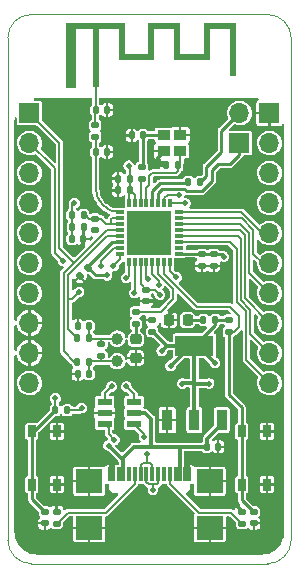
<source format=gbr>
%TF.GenerationSoftware,KiCad,Pcbnew,(6.0.9)*%
%TF.CreationDate,2023-03-12T14:29:19+01:00*%
%TF.ProjectId,ESP32-C3 Devboard,45535033-322d-4433-9320-446576626f61,rev?*%
%TF.SameCoordinates,Original*%
%TF.FileFunction,Copper,L1,Top*%
%TF.FilePolarity,Positive*%
%FSLAX46Y46*%
G04 Gerber Fmt 4.6, Leading zero omitted, Abs format (unit mm)*
G04 Created by KiCad (PCBNEW (6.0.9)) date 2023-03-12 14:29:19*
%MOMM*%
%LPD*%
G01*
G04 APERTURE LIST*
G04 Aperture macros list*
%AMRoundRect*
0 Rectangle with rounded corners*
0 $1 Rounding radius*
0 $2 $3 $4 $5 $6 $7 $8 $9 X,Y pos of 4 corners*
0 Add a 4 corners polygon primitive as box body*
4,1,4,$2,$3,$4,$5,$6,$7,$8,$9,$2,$3,0*
0 Add four circle primitives for the rounded corners*
1,1,$1+$1,$2,$3*
1,1,$1+$1,$4,$5*
1,1,$1+$1,$6,$7*
1,1,$1+$1,$8,$9*
0 Add four rect primitives between the rounded corners*
20,1,$1+$1,$2,$3,$4,$5,0*
20,1,$1+$1,$4,$5,$6,$7,0*
20,1,$1+$1,$6,$7,$8,$9,0*
20,1,$1+$1,$8,$9,$2,$3,0*%
%AMFreePoly0*
4,1,5,1.875000,-1.875000,-1.875000,-1.875000,-1.875000,1.875000,1.875000,1.875000,1.875000,-1.875000,1.875000,-1.875000,$1*%
G04 Aperture macros list end*
%TA.AperFunction,Profile*%
%ADD10C,0.100000*%
%TD*%
%TA.AperFunction,SMDPad,CuDef*%
%ADD11RoundRect,0.135000X0.135000X0.185000X-0.135000X0.185000X-0.135000X-0.185000X0.135000X-0.185000X0*%
%TD*%
%TA.AperFunction,SMDPad,CuDef*%
%ADD12RoundRect,0.135000X0.035355X-0.226274X0.226274X-0.035355X-0.035355X0.226274X-0.226274X0.035355X0*%
%TD*%
%TA.AperFunction,SMDPad,CuDef*%
%ADD13RoundRect,0.147500X-0.147500X-0.172500X0.147500X-0.172500X0.147500X0.172500X-0.147500X0.172500X0*%
%TD*%
%TA.AperFunction,SMDPad,CuDef*%
%ADD14RoundRect,0.218750X0.256250X-0.218750X0.256250X0.218750X-0.256250X0.218750X-0.256250X-0.218750X0*%
%TD*%
%TA.AperFunction,SMDPad,CuDef*%
%ADD15RoundRect,0.140000X-0.170000X0.140000X-0.170000X-0.140000X0.170000X-0.140000X0.170000X0.140000X0*%
%TD*%
%TA.AperFunction,SMDPad,CuDef*%
%ADD16RoundRect,0.140000X-0.140000X-0.170000X0.140000X-0.170000X0.140000X0.170000X-0.140000X0.170000X0*%
%TD*%
%TA.AperFunction,SMDPad,CuDef*%
%ADD17RoundRect,0.135000X0.185000X-0.135000X0.185000X0.135000X-0.185000X0.135000X-0.185000X-0.135000X0*%
%TD*%
%TA.AperFunction,SMDPad,CuDef*%
%ADD18RoundRect,0.135000X-0.185000X0.135000X-0.185000X-0.135000X0.185000X-0.135000X0.185000X0.135000X0*%
%TD*%
%TA.AperFunction,SMDPad,CuDef*%
%ADD19RoundRect,0.147500X-0.172500X0.147500X-0.172500X-0.147500X0.172500X-0.147500X0.172500X0.147500X0*%
%TD*%
%TA.AperFunction,SMDPad,CuDef*%
%ADD20R,0.700000X1.000000*%
%TD*%
%TA.AperFunction,SMDPad,CuDef*%
%ADD21R,0.300000X1.150000*%
%TD*%
%TA.AperFunction,SMDPad,CuDef*%
%ADD22R,2.180000X2.000000*%
%TD*%
%TA.AperFunction,SMDPad,CuDef*%
%ADD23RoundRect,0.140000X0.140000X0.170000X-0.140000X0.170000X-0.140000X-0.170000X0.140000X-0.170000X0*%
%TD*%
%TA.AperFunction,SMDPad,CuDef*%
%ADD24R,0.800000X0.300000*%
%TD*%
%TA.AperFunction,SMDPad,CuDef*%
%ADD25R,0.300000X0.800000*%
%TD*%
%TA.AperFunction,SMDPad,CuDef*%
%ADD26FreePoly0,0.000000*%
%TD*%
%TA.AperFunction,SMDPad,CuDef*%
%ADD27R,1.100000X1.100000*%
%TD*%
%TA.AperFunction,SMDPad,CuDef*%
%ADD28R,0.950000X1.750000*%
%TD*%
%TA.AperFunction,SMDPad,CuDef*%
%ADD29R,3.200000X1.750000*%
%TD*%
%TA.AperFunction,SMDPad,CuDef*%
%ADD30RoundRect,0.218750X-0.218750X-0.256250X0.218750X-0.256250X0.218750X0.256250X-0.218750X0.256250X0*%
%TD*%
%TA.AperFunction,SMDPad,CuDef*%
%ADD31RoundRect,0.135000X-0.135000X-0.185000X0.135000X-0.185000X0.135000X0.185000X-0.135000X0.185000X0*%
%TD*%
%TA.AperFunction,SMDPad,CuDef*%
%ADD32RoundRect,0.140000X0.170000X-0.140000X0.170000X0.140000X-0.170000X0.140000X-0.170000X-0.140000X0*%
%TD*%
%TA.AperFunction,ConnectorPad*%
%ADD33R,0.500000X0.500000*%
%TD*%
%TA.AperFunction,ComponentPad*%
%ADD34R,0.900000X0.800000*%
%TD*%
%TA.AperFunction,SMDPad,CuDef*%
%ADD35R,1.100000X0.850000*%
%TD*%
%TA.AperFunction,SMDPad,CuDef*%
%ADD36R,1.250000X0.600000*%
%TD*%
%TA.AperFunction,ComponentPad*%
%ADD37C,1.000000*%
%TD*%
%TA.AperFunction,ComponentPad*%
%ADD38R,1.700000X1.700000*%
%TD*%
%TA.AperFunction,ComponentPad*%
%ADD39O,1.700000X1.700000*%
%TD*%
%TA.AperFunction,ViaPad*%
%ADD40C,0.500000*%
%TD*%
%TA.AperFunction,Conductor*%
%ADD41C,0.200000*%
%TD*%
%TA.AperFunction,Conductor*%
%ADD42C,0.300000*%
%TD*%
%TA.AperFunction,Conductor*%
%ADD43C,0.250000*%
%TD*%
G04 APERTURE END LIST*
D10*
X112460000Y-89500000D02*
G75*
G03*
X114460000Y-91500000I2000000J0D01*
G01*
X134460000Y-45000000D02*
X114460000Y-45000000D01*
X112460000Y-47000000D02*
X112460000Y-89500000D01*
X114460000Y-91500000D02*
X134460000Y-91500000D01*
X136460000Y-89500000D02*
X136460000Y-47000000D01*
X134460000Y-91500000D02*
G75*
G03*
X136460000Y-89500000I0J2000000D01*
G01*
X114460000Y-45000000D02*
G75*
G03*
X112460000Y-47000000I0J-2000000D01*
G01*
X136460000Y-47000000D02*
G75*
G03*
X134460000Y-45000000I-2000000J0D01*
G01*
%TO.C,E1*%
G36*
X122360000Y-45735000D02*
G01*
X122360000Y-48375000D01*
X124360000Y-48375000D01*
X124360000Y-45735000D01*
X127060000Y-45735000D01*
X127060000Y-48375000D01*
X129060000Y-48375000D01*
X129060000Y-45735000D01*
X131760000Y-45735000D01*
X131760000Y-50175000D01*
X131260000Y-50175000D01*
X131260000Y-46235000D01*
X129560000Y-46235000D01*
X129560000Y-48875000D01*
X126560000Y-48875000D01*
X126560000Y-46235000D01*
X124860000Y-46235000D01*
X124860000Y-48875000D01*
X121860000Y-48875000D01*
X121860000Y-46235000D01*
X120160000Y-46235000D01*
X120160000Y-51135000D01*
X119660000Y-51135000D01*
X119660000Y-46235000D01*
X118260000Y-46235000D01*
X118260000Y-51135000D01*
X117360000Y-51135000D01*
X117360000Y-50891785D01*
X117662417Y-50891785D01*
X117672258Y-50939395D01*
X117696326Y-50981797D01*
X117734269Y-51014581D01*
X117742181Y-51018935D01*
X117784844Y-51031043D01*
X117833363Y-51030300D01*
X117878878Y-51017400D01*
X117897489Y-51006787D01*
X117931132Y-50971553D01*
X117951691Y-50926368D01*
X117958222Y-50876842D01*
X117949782Y-50828583D01*
X117932888Y-50796357D01*
X117897628Y-50763687D01*
X117852318Y-50743592D01*
X117802733Y-50737018D01*
X117754647Y-50744908D01*
X117721755Y-50761814D01*
X117686815Y-50798584D01*
X117667153Y-50843378D01*
X117662417Y-50891785D01*
X117360000Y-50891785D01*
X117360000Y-45735000D01*
X122360000Y-45735000D01*
G37*
%TD*%
D11*
%TO.P,R4,1*%
%TO.N,Net-(C1-Pad2)*%
X119382000Y-74422000D03*
%TO.P,R4,2*%
%TO.N,GPIO0*%
X118362000Y-74422000D03*
%TD*%
D12*
%TO.P,R7,1*%
%TO.N,GND*%
X118539376Y-67160624D03*
%TO.P,R7,2*%
%TO.N,GPIO2*%
X119260624Y-66439376D03*
%TD*%
D13*
%TO.P,L2,1,1*%
%TO.N,+3.3V*%
X117915000Y-62000000D03*
%TO.P,L2,2,2*%
%TO.N,Net-(C11-Pad1)*%
X118885000Y-62000000D03*
%TD*%
D14*
%TO.P,D2,1,K*%
%TO.N,GND*%
X123300000Y-74087500D03*
%TO.P,D2,2,A*%
%TO.N,Net-(D2-Pad2)*%
X123300000Y-72512500D03*
%TD*%
D15*
%TO.P,C14,1*%
%TO.N,+3.3V*%
X124200000Y-68320000D03*
%TO.P,C14,2*%
%TO.N,GND*%
X124200000Y-69280000D03*
%TD*%
D16*
%TO.P,C2,1*%
%TO.N,GND*%
X118392000Y-71374000D03*
%TO.P,C2,2*%
%TO.N,Net-(C2-Pad2)*%
X119352000Y-71374000D03*
%TD*%
D17*
%TO.P,R2,1*%
%TO.N,XTAL_P*%
X123825000Y-58930000D03*
%TO.P,R2,2*%
%TO.N,Net-(C3-Pad2)*%
X123825000Y-57910000D03*
%TD*%
%TO.P,R10,1*%
%TO.N,CC2*%
X132300000Y-88120000D03*
%TO.P,R10,2*%
%TO.N,GND*%
X132300000Y-87100000D03*
%TD*%
D11*
%TO.P,R5,1*%
%TO.N,Net-(C2-Pad2)*%
X119382000Y-72390000D03*
%TO.P,R5,2*%
%TO.N,GPIO1*%
X118362000Y-72390000D03*
%TD*%
D18*
%TO.P,R6,1*%
%TO.N,+3.3V*%
X131191000Y-70864000D03*
%TO.P,R6,2*%
%TO.N,GPIO9*%
X131191000Y-71884000D03*
%TD*%
D19*
%TO.P,L1,1,1*%
%TO.N,Net-(C5-Pad1)*%
X119865000Y-54379000D03*
%TO.P,L1,2,2*%
%TO.N,LNA*%
X119865000Y-55349000D03*
%TD*%
D20*
%TO.P,S2,1,COM_1*%
%TO.N,GPIO9*%
X132275000Y-84800000D03*
%TO.P,S2,2,COM_2*%
X132275000Y-80300000D03*
%TO.P,S2,3,NO_1*%
%TO.N,GND*%
X134425000Y-84800000D03*
%TO.P,S2,4,NO_2*%
X134425000Y-80300000D03*
%TD*%
D17*
%TO.P,R11,1*%
%TO.N,Net-(D2-Pad2)*%
X123300000Y-71210000D03*
%TO.P,R11,2*%
%TO.N,GPIO8*%
X123300000Y-70190000D03*
%TD*%
D21*
%TO.P,J5,A1,A1*%
%TO.N,GND*%
X121110000Y-83952000D03*
%TO.P,J5,A4,A4*%
%TO.N,+5V*%
X121910000Y-83952000D03*
%TO.P,J5,A5,A5*%
%TO.N,CC1*%
X123210000Y-83952000D03*
%TO.P,J5,A6,A6*%
%TO.N,USB_DP*%
X124210000Y-83952000D03*
%TO.P,J5,A7,A7*%
%TO.N,USB_DN*%
X124710000Y-83952000D03*
%TO.P,J5,A8,A8*%
%TO.N,unconnected-(J5-PadA8)*%
X125710000Y-83952000D03*
%TO.P,J5,A9,A9*%
%TO.N,+5V*%
X127010000Y-83952000D03*
%TO.P,J5,A12,A12*%
%TO.N,GND*%
X127810000Y-83952000D03*
%TO.P,J5,B1,B1*%
X127510000Y-83952000D03*
%TO.P,J5,B4,B4*%
%TO.N,+5V*%
X126710000Y-83952000D03*
%TO.P,J5,B5,B5*%
%TO.N,CC2*%
X126210000Y-83952000D03*
%TO.P,J5,B6,B6*%
%TO.N,USB_DP*%
X125210000Y-83952000D03*
%TO.P,J5,B7,B7*%
%TO.N,USB_DN*%
X123710000Y-83952000D03*
%TO.P,J5,B8,B8*%
%TO.N,unconnected-(J5-PadB8)*%
X122710000Y-83952000D03*
%TO.P,J5,B9,B9*%
%TO.N,+5V*%
X122210000Y-83952000D03*
%TO.P,J5,B12,B12*%
%TO.N,GND*%
X121410000Y-83952000D03*
D22*
%TO.P,J5,MP1,MP1*%
X119350000Y-88457000D03*
%TO.P,J5,MP2,MP2*%
X129570000Y-88457000D03*
%TO.P,J5,MP3,MP3*%
X119350000Y-84527000D03*
%TO.P,J5,MP4,MP4*%
X129570000Y-84527000D03*
%TD*%
D15*
%TO.P,C15,1*%
%TO.N,+3.3V*%
X128900000Y-65320000D03*
%TO.P,C15,2*%
%TO.N,GND*%
X128900000Y-66280000D03*
%TD*%
D16*
%TO.P,C10,1*%
%TO.N,+3.3V*%
X117920000Y-62992000D03*
%TO.P,C10,2*%
%TO.N,GND*%
X118880000Y-62992000D03*
%TD*%
D23*
%TO.P,C13,1*%
%TO.N,+3.3V*%
X122780000Y-59900000D03*
%TO.P,C13,2*%
%TO.N,GND*%
X121820000Y-59900000D03*
%TD*%
D16*
%TO.P,C1,1*%
%TO.N,GND*%
X118392000Y-75438000D03*
%TO.P,C1,2*%
%TO.N,Net-(C1-Pad2)*%
X119352000Y-75438000D03*
%TD*%
%TO.P,C18,1*%
%TO.N,+5V*%
X129320000Y-81600000D03*
%TO.P,C18,2*%
%TO.N,GND*%
X130280000Y-81600000D03*
%TD*%
D24*
%TO.P,IC1,1,LNA_IN*%
%TO.N,LNA*%
X121960000Y-61750000D03*
%TO.P,IC1,2,VDD3P3_1*%
%TO.N,Net-(C11-Pad1)*%
X121960000Y-62250000D03*
%TO.P,IC1,3,VDD3P3_2*%
X121960000Y-62750000D03*
%TO.P,IC1,4,XTAL_32K_P*%
%TO.N,GPIO0*%
X121960000Y-63250000D03*
%TO.P,IC1,5,XTAL_32K_N*%
%TO.N,GPIO1*%
X121960000Y-63750000D03*
%TO.P,IC1,6,GPIO2*%
%TO.N,GPIO2*%
X121960000Y-64250000D03*
%TO.P,IC1,7,CHIP_EN*%
%TO.N,EN*%
X121960000Y-64750000D03*
%TO.P,IC1,8,GPIO3*%
%TO.N,GPIO3*%
X121960000Y-65250000D03*
D25*
%TO.P,IC1,9,MTMS*%
%TO.N,GPIO4*%
X122710000Y-66000000D03*
%TO.P,IC1,10,MTDI*%
%TO.N,GPIO5*%
X123210000Y-66000000D03*
%TO.P,IC1,11,VDD3P3_RTC*%
%TO.N,+3.3V*%
X123710000Y-66000000D03*
%TO.P,IC1,12,MTCK*%
%TO.N,GPIO6*%
X124210000Y-66000000D03*
%TO.P,IC1,13,MTDO*%
%TO.N,GPIO7*%
X124710000Y-66000000D03*
%TO.P,IC1,14,GPIO8*%
%TO.N,GPIO8*%
X125210000Y-66000000D03*
%TO.P,IC1,15,GPIO9*%
%TO.N,GPIO9*%
X125710000Y-66000000D03*
%TO.P,IC1,16,GPIO10*%
%TO.N,GPIO10*%
X126210000Y-66000000D03*
D24*
%TO.P,IC1,17,VDD3P3_CPU*%
%TO.N,+3.3V*%
X126960000Y-65250000D03*
%TO.P,IC1,18,VDD_SPI*%
%TO.N,unconnected-(IC1-Pad18)*%
X126960000Y-64750000D03*
%TO.P,IC1,19,SPIHD*%
%TO.N,SPIHD*%
X126960000Y-64250000D03*
%TO.P,IC1,20,SPIWP*%
%TO.N,SPIWP*%
X126960000Y-63750000D03*
%TO.P,IC1,21,SPICS0*%
%TO.N,SPICSO*%
X126960000Y-63250000D03*
%TO.P,IC1,22,SPICLK*%
%TO.N,SPICLK*%
X126960000Y-62750000D03*
%TO.P,IC1,23,SPID*%
%TO.N,SPID*%
X126960000Y-62250000D03*
%TO.P,IC1,24,SPIQ*%
%TO.N,SPIQ*%
X126960000Y-61750000D03*
D25*
%TO.P,IC1,25,GPIO18*%
%TO.N,GPIO18*%
X126210000Y-61000000D03*
%TO.P,IC1,26,GPIO19*%
%TO.N,GPIO19*%
X125710000Y-61000000D03*
%TO.P,IC1,27,U0RXD*%
%TO.N,Net-(IC1-Pad27)*%
X125210000Y-61000000D03*
%TO.P,IC1,28,U0TXD*%
%TO.N,Net-(IC1-Pad28)*%
X124710000Y-61000000D03*
%TO.P,IC1,29,XTAL_N*%
%TO.N,XTAL_N*%
X124210000Y-61000000D03*
%TO.P,IC1,30,XTAL_P*%
%TO.N,XTAL_P*%
X123710000Y-61000000D03*
%TO.P,IC1,31,VDDA_1*%
%TO.N,+3.3V*%
X123210000Y-61000000D03*
%TO.P,IC1,32,VDDA_2*%
X122710000Y-61000000D03*
D26*
%TO.P,IC1,33,EP*%
%TO.N,GND*%
X124460000Y-63500000D03*
D27*
%TO.P,IC1,34*%
%TO.N,N/C*%
X123710000Y-62750000D03*
%TO.P,IC1,35*%
X125210000Y-62750000D03*
%TO.P,IC1,36*%
X125210000Y-64250000D03*
%TO.P,IC1,37*%
X123710000Y-64250000D03*
%TD*%
D11*
%TO.P,R1,1*%
%TO.N,+3.3V*%
X117510000Y-78500000D03*
%TO.P,R1,2*%
%TO.N,EN*%
X116490000Y-78500000D03*
%TD*%
D28*
%TO.P,IC2,1,ADJ/GND*%
%TO.N,GND*%
X125970000Y-79350000D03*
%TO.P,IC2,2,VOUT_1*%
%TO.N,+3.3V*%
X128270000Y-79350000D03*
%TO.P,IC2,3,VIN*%
%TO.N,+5V*%
X130570000Y-79350000D03*
D29*
%TO.P,IC2,4,VOUT_2*%
%TO.N,+3.3V*%
X128270000Y-73050000D03*
%TD*%
D30*
%TO.P,D3,1,K*%
%TO.N,GND*%
X126112500Y-70866000D03*
%TO.P,D3,2,A*%
%TO.N,Net-(D3-Pad2)*%
X127687500Y-70866000D03*
%TD*%
D31*
%TO.P,R12,1*%
%TO.N,Net-(D3-Pad2)*%
X129030000Y-70866000D03*
%TO.P,R12,2*%
%TO.N,+3.3V*%
X130050000Y-70866000D03*
%TD*%
D16*
%TO.P,C6,1*%
%TO.N,LNA*%
X119916000Y-56642000D03*
%TO.P,C6,2*%
%TO.N,GND*%
X120876000Y-56642000D03*
%TD*%
D15*
%TO.P,C4,1*%
%TO.N,EN*%
X115600000Y-87120000D03*
%TO.P,C4,2*%
%TO.N,GND*%
X115600000Y-88080000D03*
%TD*%
%TO.P,C16,1*%
%TO.N,+3.3V*%
X129900000Y-65320000D03*
%TO.P,C16,2*%
%TO.N,GND*%
X129900000Y-66280000D03*
%TD*%
D23*
%TO.P,C7,1*%
%TO.N,XTAL_N*%
X126845000Y-57785000D03*
%TO.P,C7,2*%
%TO.N,GND*%
X125885000Y-57785000D03*
%TD*%
%TO.P,C12,1*%
%TO.N,+3.3V*%
X122780000Y-58900000D03*
%TO.P,C12,2*%
%TO.N,GND*%
X121820000Y-58900000D03*
%TD*%
D20*
%TO.P,S1,1,COM_1*%
%TO.N,EN*%
X114495000Y-84800000D03*
%TO.P,S1,2,COM_2*%
X114495000Y-80300000D03*
%TO.P,S1,3,NO_1*%
%TO.N,GND*%
X116645000Y-84800000D03*
%TO.P,S1,4,NO_2*%
X116645000Y-80300000D03*
%TD*%
D32*
%TO.P,C17,1*%
%TO.N,+3.3V*%
X124714000Y-71854000D03*
%TO.P,C17,2*%
%TO.N,GND*%
X124714000Y-70894000D03*
%TD*%
D16*
%TO.P,C3,1*%
%TO.N,GND*%
X122964000Y-55245000D03*
%TO.P,C3,2*%
%TO.N,Net-(C3-Pad2)*%
X123924000Y-55245000D03*
%TD*%
D11*
%TO.P,R8,1*%
%TO.N,Net-(R8-Pad1)*%
X128780000Y-59182000D03*
%TO.P,R8,2*%
%TO.N,Net-(IC1-Pad28)*%
X127760000Y-59182000D03*
%TD*%
D16*
%TO.P,C9,1*%
%TO.N,+3.3V*%
X117912000Y-64008000D03*
%TO.P,C9,2*%
%TO.N,GND*%
X118872000Y-64008000D03*
%TD*%
D17*
%TO.P,R9,1*%
%TO.N,CC1*%
X116600000Y-88110000D03*
%TO.P,R9,2*%
%TO.N,GND*%
X116600000Y-87090000D03*
%TD*%
D33*
%TO.P,E1,1,1*%
%TO.N,Net-(C5-Pad1)*%
X119910000Y-50885000D03*
D34*
%TO.P,E1,2,2*%
%TO.N,GND*%
X117810000Y-50885000D03*
%TD*%
D15*
%TO.P,C8,1*%
%TO.N,GPIO9*%
X133300000Y-87120000D03*
%TO.P,C8,2*%
%TO.N,GND*%
X133300000Y-88080000D03*
%TD*%
%TO.P,C11,1*%
%TO.N,Net-(C11-Pad1)*%
X119860000Y-62320000D03*
%TO.P,C11,2*%
%TO.N,GND*%
X119860000Y-63280000D03*
%TD*%
D17*
%TO.P,R3,1*%
%TO.N,Net-(C1-Pad2)*%
X120396000Y-73916000D03*
%TO.P,R3,2*%
%TO.N,Net-(C2-Pad2)*%
X120396000Y-72896000D03*
%TD*%
D16*
%TO.P,C5,1*%
%TO.N,Net-(C5-Pad1)*%
X119916000Y-53086000D03*
%TO.P,C5,2*%
%TO.N,GND*%
X120876000Y-53086000D03*
%TD*%
D35*
%TO.P,Y2,1,IN/OUT*%
%TO.N,Net-(C3-Pad2)*%
X125665000Y-55205000D03*
%TO.P,Y2,2,GND_1*%
%TO.N,GND*%
X125665000Y-56555000D03*
%TO.P,Y2,3,OUT/IN*%
%TO.N,XTAL_N*%
X127065000Y-56555000D03*
%TO.P,Y2,4,GND_2*%
%TO.N,GND*%
X127065000Y-55205000D03*
%TD*%
D36*
%TO.P,D1,1,AOUT*%
%TO.N,GPIO18*%
X120670000Y-77790000D03*
%TO.P,D1,2,VN*%
%TO.N,GND*%
X120670000Y-78740000D03*
%TO.P,D1,3,AIN*%
%TO.N,USB_DN*%
X120670000Y-79690000D03*
%TO.P,D1,4,BIN*%
%TO.N,USB_DP*%
X123170000Y-79690000D03*
%TO.P,D1,5,VP*%
%TO.N,+5V*%
X123170000Y-78740000D03*
%TO.P,D1,6,BOUT*%
%TO.N,GPIO19*%
X123170000Y-77790000D03*
%TD*%
D37*
%TO.P,Y1,1,1*%
%TO.N,Net-(C2-Pad2)*%
X121734000Y-72456000D03*
%TO.P,Y1,2,2*%
%TO.N,Net-(C1-Pad2)*%
X121734000Y-74356000D03*
%TD*%
D38*
%TO.P,J2,1,Pin_1*%
%TO.N,GND*%
X134620000Y-53340000D03*
D39*
%TO.P,J2,2,Pin_2*%
%TO.N,GPIO6*%
X134620000Y-55880000D03*
%TO.P,J2,3,Pin_3*%
%TO.N,GPIO7*%
X134620000Y-58420000D03*
%TO.P,J2,4,Pin_4*%
%TO.N,GPIO10*%
X134620000Y-60960000D03*
%TO.P,J2,5,Pin_5*%
%TO.N,SPIQ*%
X134620000Y-63500000D03*
%TO.P,J2,6,Pin_6*%
%TO.N,SPID*%
X134620000Y-66040000D03*
%TO.P,J2,7,Pin_7*%
%TO.N,SPICLK*%
X134620000Y-68580000D03*
%TO.P,J2,8,Pin_8*%
%TO.N,SPICSO*%
X134620000Y-71120000D03*
%TO.P,J2,9,Pin_9*%
%TO.N,SPIWP*%
X134620000Y-73660000D03*
%TO.P,J2,10,Pin_10*%
%TO.N,SPIHD*%
X134620000Y-76200000D03*
%TD*%
D38*
%TO.P,J1,1,Pin_1*%
%TO.N,GPIO0*%
X114300000Y-53340000D03*
D39*
%TO.P,J1,2,Pin_2*%
%TO.N,GPIO1*%
X114300000Y-55880000D03*
%TO.P,J1,3,Pin_3*%
%TO.N,GPIO2*%
X114300000Y-58420000D03*
%TO.P,J1,4,Pin_4*%
%TO.N,GPIO3*%
X114300000Y-60960000D03*
%TO.P,J1,5,Pin_5*%
%TO.N,GPIO4*%
X114300000Y-63500000D03*
%TO.P,J1,6,Pin_6*%
%TO.N,GPIO5*%
X114300000Y-66040000D03*
%TO.P,J1,7,Pin_7*%
%TO.N,+3.3V*%
X114300000Y-68580000D03*
%TO.P,J1,8,Pin_8*%
%TO.N,GND*%
X114300000Y-71120000D03*
%TO.P,J1,9,Pin_9*%
X114300000Y-73660000D03*
%TO.P,J1,10,Pin_10*%
%TO.N,+5V*%
X114300000Y-76200000D03*
%TD*%
D38*
%TO.P,J3,1,Pin_1*%
%TO.N,Net-(IC1-Pad27)*%
X132080000Y-55885000D03*
D39*
%TO.P,J3,2,Pin_2*%
%TO.N,Net-(R8-Pad1)*%
X132080000Y-53345000D03*
%TD*%
D40*
%TO.N,GND*%
X122860000Y-61900000D03*
X129794000Y-53594000D03*
X134500000Y-82500000D03*
X125000000Y-57500000D03*
X118630000Y-69840000D03*
X116000000Y-54000000D03*
X121750000Y-53250000D03*
X124330000Y-53550000D03*
X116550000Y-75190000D03*
X128750000Y-54500000D03*
X118330000Y-57790000D03*
X132980000Y-59080000D03*
X119000000Y-58500000D03*
X127270000Y-88590000D03*
X121250000Y-68750000D03*
X113590000Y-83320000D03*
X117920000Y-77210000D03*
X121920000Y-89916000D03*
X114040000Y-87550000D03*
X119750000Y-61000000D03*
X116460000Y-72040000D03*
X131400000Y-60240000D03*
X117856000Y-54610000D03*
X132390000Y-76780000D03*
X120750000Y-60000000D03*
X119610000Y-81800000D03*
X118330000Y-56190000D03*
X123000000Y-57000000D03*
X117750000Y-58500000D03*
X126060000Y-65100000D03*
X125780000Y-76830000D03*
X113530000Y-79720000D03*
X134860000Y-88860000D03*
X120830000Y-54920000D03*
X120450000Y-75760000D03*
X119000000Y-57000000D03*
X116000000Y-52500000D03*
X122682000Y-54102000D03*
X118090000Y-80100000D03*
X126040000Y-52600000D03*
X134300000Y-90200000D03*
X120750000Y-58500000D03*
X128990000Y-52680000D03*
X129470000Y-68970000D03*
X113500000Y-81380000D03*
X122040000Y-56710000D03*
X127052129Y-69392131D03*
X129540000Y-60960000D03*
X130750000Y-67500000D03*
X132250000Y-60000000D03*
X124940000Y-88380000D03*
X121750000Y-54500000D03*
X128750000Y-55750000D03*
X126000000Y-85750000D03*
X123000000Y-56000000D03*
X130010000Y-77420000D03*
X116650000Y-76370000D03*
X118390000Y-82130000D03*
X121420000Y-60920000D03*
X126250000Y-89750000D03*
X115320000Y-90050000D03*
X116500000Y-69240000D03*
X121500000Y-57500000D03*
X129750000Y-82750000D03*
X131000000Y-82750000D03*
X130690000Y-59120000D03*
X124460000Y-65100000D03*
X116500000Y-67860000D03*
X122020000Y-88410000D03*
X118820000Y-54730000D03*
X118750000Y-80940000D03*
X121290000Y-69870000D03*
X126750000Y-53500000D03*
X124000000Y-54250000D03*
X130500000Y-60000000D03*
X132270000Y-90080000D03*
X128750000Y-56750000D03*
X123500000Y-85750000D03*
X126060000Y-61900000D03*
X129360000Y-67610000D03*
X127640000Y-52630000D03*
X126250000Y-87250000D03*
X133330000Y-60140000D03*
X120720000Y-59260000D03*
X116490000Y-70610000D03*
X119000000Y-54000000D03*
X122860000Y-65100000D03*
X125250000Y-53500000D03*
X118380000Y-59340000D03*
X135020000Y-78410000D03*
X119740000Y-68840000D03*
X124460000Y-63500000D03*
X124130000Y-52700000D03*
X119140000Y-57690000D03*
X132320000Y-75220000D03*
X120540000Y-52350000D03*
X119000000Y-55500000D03*
X114520000Y-78820000D03*
X125140000Y-69550000D03*
X123250000Y-87250000D03*
X114250000Y-89040000D03*
X131780000Y-59040000D03*
X121000000Y-71000000D03*
X120830000Y-55630000D03*
X133360000Y-78380000D03*
X118980000Y-77330000D03*
X122320000Y-69160000D03*
X117250000Y-54000000D03*
X117370000Y-89880000D03*
X119250000Y-60000000D03*
X129794000Y-54356000D03*
X117750000Y-60000000D03*
X130556000Y-52578000D03*
X121750000Y-56000000D03*
X120670000Y-57600000D03*
X128250000Y-57500000D03*
X117750000Y-57000000D03*
X118270000Y-64920000D03*
X124830000Y-89920000D03*
X129794000Y-55372000D03*
X124460000Y-61900000D03*
X117750000Y-55500000D03*
X127630000Y-89980000D03*
X116570000Y-53220000D03*
X120830000Y-54110000D03*
X117340000Y-74610000D03*
X119690000Y-70420000D03*
X123250000Y-89750000D03*
X130330000Y-90360000D03*
X121590000Y-52390000D03*
X122170000Y-70680000D03*
X113620000Y-85970000D03*
X118920000Y-53180000D03*
X130750000Y-68750000D03*
X116520000Y-73400000D03*
X134890000Y-87070000D03*
X119000000Y-52500000D03*
X120760000Y-62000000D03*
X131000000Y-86250000D03*
X117250000Y-52500000D03*
X123000000Y-53250000D03*
X126060000Y-63500000D03*
X124500000Y-76000000D03*
X118130000Y-53310000D03*
X116840000Y-54864000D03*
X123500000Y-76040000D03*
X122860000Y-63500000D03*
X128250000Y-53500000D03*
%TO.N,EN*%
X120369244Y-66267244D03*
X116500000Y-77500000D03*
%TO.N,+3.3V*%
X130750000Y-65500000D03*
X118110000Y-60960000D03*
X125340000Y-68720000D03*
X125500000Y-73500000D03*
X130000000Y-74500000D03*
X127250000Y-76250000D03*
X129500000Y-76250000D03*
X118740000Y-78320000D03*
X122700000Y-57800000D03*
X126250000Y-74750000D03*
%TO.N,+5V*%
X121000000Y-81500000D03*
%TO.N,GPIO18*%
X127500000Y-61000000D03*
X121250000Y-76500000D03*
%TO.N,USB_DN*%
X121500000Y-81000000D03*
X124250000Y-82250000D03*
%TO.N,USB_DP*%
X124750000Y-85250000D03*
X124000000Y-80750000D03*
%TO.N,GPIO19*%
X127000000Y-60250000D03*
X122500000Y-76500000D03*
%TO.N,GPIO1*%
X118500000Y-68500000D03*
X117140000Y-65870000D03*
%TO.N,GPIO2*%
X120868744Y-67100000D03*
%TO.N,GPIO3*%
X121412000Y-66294000D03*
%TO.N,GPIO4*%
X122510500Y-67310000D03*
%TO.N,GPIO5*%
X123190000Y-68580000D03*
%TO.N,GPIO6*%
X124310000Y-67440000D03*
%TO.N,GPIO7*%
X125270000Y-67870000D03*
%TO.N,GPIO10*%
X126750000Y-67250000D03*
%TD*%
D41*
%TO.N,+3.3V*%
X118560000Y-78500000D02*
X118740000Y-78320000D01*
X117510000Y-78500000D02*
X118560000Y-78500000D01*
%TO.N,GPIO6*%
X124210000Y-67340000D02*
X124210000Y-66000000D01*
X124310000Y-67440000D02*
X124210000Y-67340000D01*
%TO.N,GPIO7*%
X125270000Y-67562893D02*
X124710000Y-67002893D01*
X125270000Y-67870000D02*
X125270000Y-67562893D01*
X124710000Y-67002893D02*
X124710000Y-66000000D01*
%TO.N,+3.3V*%
X124940000Y-68320000D02*
X124200000Y-68320000D01*
X125340000Y-68720000D02*
X124940000Y-68320000D01*
D42*
%TO.N,GND*%
X124870000Y-69280000D02*
X124200000Y-69280000D01*
X125140000Y-69550000D02*
X124870000Y-69280000D01*
D41*
%TO.N,GPIO8*%
X126480000Y-68230000D02*
X126480000Y-69110000D01*
X125400000Y-70190000D02*
X123300000Y-70190000D01*
X125210000Y-66960000D02*
X126480000Y-68230000D01*
X125210000Y-66000000D02*
X125210000Y-66960000D01*
X126480000Y-69110000D02*
X125400000Y-70190000D01*
D43*
%TO.N,GND*%
X126112500Y-70331760D02*
X126112500Y-70866000D01*
X127052129Y-69392131D02*
X126112500Y-70331760D01*
%TO.N,GPIO2*%
X119921248Y-67100000D02*
X119260624Y-66439376D01*
X120868744Y-67100000D02*
X119921248Y-67100000D01*
D41*
%TO.N,GND*%
X118270000Y-64920000D02*
X118872000Y-64318000D01*
X118872000Y-64318000D02*
X118872000Y-64008000D01*
%TO.N,GPIO1*%
X117140000Y-65870000D02*
X116440000Y-65170000D01*
X116440000Y-65170000D02*
X116440000Y-58020000D01*
X116440000Y-58020000D02*
X114300000Y-55880000D01*
D43*
%TO.N,GND*%
X125000000Y-57220000D02*
X125665000Y-56555000D01*
D41*
X118908000Y-62964000D02*
X118880000Y-62992000D01*
D43*
X125000000Y-57500000D02*
X125600000Y-57500000D01*
X125600000Y-57500000D02*
X125885000Y-57785000D01*
X125000000Y-57500000D02*
X125000000Y-57220000D01*
X132300000Y-87100000D02*
X132300000Y-87040000D01*
X131510000Y-86250000D02*
X131000000Y-86250000D01*
X132300000Y-87040000D02*
X131510000Y-86250000D01*
D41*
X118880000Y-64000000D02*
X118872000Y-64008000D01*
X118880000Y-62992000D02*
X118880000Y-64000000D01*
%TO.N,Net-(C1-Pad2)*%
X121734000Y-74356000D02*
X120330000Y-74356000D01*
X119382000Y-74422000D02*
X119382000Y-75408000D01*
X120396000Y-73916000D02*
X120396000Y-74290000D01*
X120396000Y-74290000D02*
X120330000Y-74356000D01*
X120330000Y-74356000D02*
X119448000Y-74356000D01*
X119382000Y-75408000D02*
X119352000Y-75438000D01*
X119448000Y-74356000D02*
X119382000Y-74422000D01*
%TO.N,Net-(C2-Pad2)*%
X119352000Y-71374000D02*
X119352000Y-72360000D01*
X119448000Y-72456000D02*
X119382000Y-72390000D01*
X120396000Y-72896000D02*
X120396000Y-72522000D01*
X120462000Y-72456000D02*
X119448000Y-72456000D01*
X119352000Y-72360000D02*
X119382000Y-72390000D01*
X121734000Y-72456000D02*
X120462000Y-72456000D01*
X120396000Y-72522000D02*
X120462000Y-72456000D01*
D43*
%TO.N,Net-(C3-Pad2)*%
X125665000Y-55205000D02*
X123964000Y-55205000D01*
X123924000Y-55245000D02*
X123924000Y-57811000D01*
X123964000Y-55205000D02*
X123924000Y-55245000D01*
X123924000Y-57811000D02*
X123825000Y-57910000D01*
%TO.N,EN*%
X114495000Y-80300000D02*
X114495000Y-84800000D01*
D41*
X116490000Y-77510000D02*
X116500000Y-77500000D01*
D43*
X114495000Y-80300000D02*
X114690000Y-80300000D01*
X114690000Y-80300000D02*
X116490000Y-78500000D01*
X115600000Y-87120000D02*
X114495000Y-86015000D01*
D41*
X121462930Y-64750000D02*
X120369244Y-65843686D01*
X116490000Y-78500000D02*
X116490000Y-77510000D01*
X121960000Y-64750000D02*
X121462930Y-64750000D01*
X120369244Y-65843686D02*
X120369244Y-66267244D01*
D43*
X114495000Y-86015000D02*
X114495000Y-84800000D01*
D41*
%TO.N,Net-(C5-Pad1)*%
X119916000Y-53086000D02*
X119910000Y-53080000D01*
X119865000Y-53137000D02*
X119916000Y-53086000D01*
X119910000Y-53080000D02*
X119910000Y-50885000D01*
X119865000Y-54379000D02*
X119865000Y-53137000D01*
%TO.N,LNA*%
X119916000Y-59706000D02*
X119916000Y-56642000D01*
X119916000Y-56642000D02*
X119916000Y-55400000D01*
X119916000Y-55400000D02*
X119865000Y-55349000D01*
X119916000Y-59706000D02*
G75*
G03*
X121960000Y-61750000I2044000J0D01*
G01*
%TO.N,XTAL_N*%
X124206000Y-59690000D02*
X124460000Y-59436000D01*
X127065000Y-56555000D02*
X127065000Y-57565000D01*
X127065000Y-57565000D02*
X126845000Y-57785000D01*
X124210000Y-59694000D02*
X124206000Y-59690000D01*
X126680000Y-58420000D02*
X126845000Y-58255000D01*
X124210000Y-61000000D02*
X124210000Y-59694000D01*
X124460000Y-59436000D02*
X124460000Y-58674000D01*
X124714000Y-58420000D02*
X126680000Y-58420000D01*
X126845000Y-58255000D02*
X126845000Y-57785000D01*
X124460000Y-58674000D02*
X124714000Y-58420000D01*
%TO.N,GPIO9*%
X125710000Y-66965026D02*
X128494974Y-69750000D01*
X132000000Y-70500000D02*
X132000000Y-71500000D01*
D43*
X131191000Y-77191000D02*
X131191000Y-71884000D01*
D41*
X131250000Y-69750000D02*
X132000000Y-70500000D01*
X132000000Y-71500000D02*
X131616000Y-71884000D01*
X128494974Y-69750000D02*
X131250000Y-69750000D01*
X125710000Y-66000000D02*
X125710000Y-66965026D01*
X131616000Y-71884000D02*
X131191000Y-71884000D01*
D43*
X132275000Y-80300000D02*
X132275000Y-78275000D01*
X132275000Y-86095000D02*
X133300000Y-87120000D01*
X132275000Y-78275000D02*
X131191000Y-77191000D01*
X132275000Y-84800000D02*
X132275000Y-86095000D01*
X132275000Y-84800000D02*
X132275000Y-80300000D01*
D41*
%TO.N,+3.3V*%
X122710000Y-61000000D02*
X122710000Y-59970000D01*
D42*
X128270000Y-76230000D02*
X127270000Y-76230000D01*
D43*
X130570000Y-65320000D02*
X130750000Y-65500000D01*
D42*
X128270000Y-73050000D02*
X128550000Y-73050000D01*
X128270000Y-76230000D02*
X128290000Y-76250000D01*
D43*
X130050000Y-70866000D02*
X131189000Y-70866000D01*
D41*
X123210000Y-60330000D02*
X122780000Y-59900000D01*
D43*
X129900000Y-65320000D02*
X130570000Y-65320000D01*
D42*
X128270000Y-79350000D02*
X128270000Y-76230000D01*
D41*
X123210000Y-61000000D02*
X123210000Y-60330000D01*
X117915000Y-62000000D02*
X117915000Y-61155000D01*
X117915000Y-62000000D02*
X117915000Y-62987000D01*
D42*
X128270000Y-76230000D02*
X128270000Y-73050000D01*
D41*
X122710000Y-59970000D02*
X122780000Y-59900000D01*
D43*
X131189000Y-70866000D02*
X131191000Y-70864000D01*
X128830000Y-65250000D02*
X128900000Y-65320000D01*
D42*
X127270000Y-76230000D02*
X127250000Y-76250000D01*
D41*
X123710000Y-66000000D02*
X123710000Y-67830000D01*
D42*
X128550000Y-73050000D02*
X130000000Y-74500000D01*
D41*
X122780000Y-58900000D02*
X122780000Y-57880000D01*
D43*
X126960000Y-65250000D02*
X128830000Y-65250000D01*
D41*
X122780000Y-57880000D02*
X122700000Y-57800000D01*
D42*
X124754000Y-71854000D02*
X125950000Y-73050000D01*
X124714000Y-71854000D02*
X124754000Y-71854000D01*
D41*
X123710000Y-67830000D02*
X124200000Y-68320000D01*
X117884000Y-63980000D02*
X117912000Y-64008000D01*
D42*
X128270000Y-73050000D02*
X127950000Y-73050000D01*
D41*
X117856000Y-62964000D02*
X117884000Y-62992000D01*
D43*
X128900000Y-65320000D02*
X129900000Y-65320000D01*
D42*
X127950000Y-73050000D02*
X126250000Y-74750000D01*
D41*
X122780000Y-59900000D02*
X122780000Y-58900000D01*
D42*
X128290000Y-76250000D02*
X129500000Y-76250000D01*
X125950000Y-73050000D02*
X125500000Y-73500000D01*
D41*
X117915000Y-61155000D02*
X118110000Y-60960000D01*
D43*
X130050000Y-71270000D02*
X128270000Y-73050000D01*
D41*
X117884000Y-62992000D02*
X117884000Y-63980000D01*
D43*
X130050000Y-70866000D02*
X130050000Y-71270000D01*
D42*
X128270000Y-73050000D02*
X125950000Y-73050000D01*
D41*
X117915000Y-62987000D02*
X117920000Y-62992000D01*
%TO.N,Net-(C11-Pad1)*%
X121210000Y-62350000D02*
X121310000Y-62250000D01*
X119060000Y-62000000D02*
X119380000Y-62320000D01*
X121210000Y-62750000D02*
X121210000Y-62350000D01*
X121210000Y-62750000D02*
X121960000Y-62750000D01*
X120380000Y-62320000D02*
X120810000Y-62750000D01*
X121310000Y-62250000D02*
X121960000Y-62250000D01*
X118885000Y-62000000D02*
X119060000Y-62000000D01*
X119860000Y-62320000D02*
X120380000Y-62320000D01*
X120810000Y-62750000D02*
X121210000Y-62750000D01*
X119380000Y-62320000D02*
X119860000Y-62320000D01*
X118909000Y-61976000D02*
X118885000Y-62000000D01*
D42*
%TO.N,+5V*%
X123150000Y-81600000D02*
X124600000Y-81600000D01*
X124600000Y-81600000D02*
X127150000Y-81600000D01*
X124095000Y-78740000D02*
X124600000Y-79245000D01*
X129320000Y-81600000D02*
X129320000Y-80930000D01*
X122210000Y-82540000D02*
X123150000Y-81600000D01*
X130570000Y-79680000D02*
X130570000Y-79350000D01*
X124600000Y-79245000D02*
X124600000Y-81600000D01*
X122040000Y-82540000D02*
X121000000Y-81500000D01*
X127010000Y-83952000D02*
X127010000Y-81740000D01*
X127150000Y-81600000D02*
X129320000Y-81600000D01*
X122210000Y-82540000D02*
X122040000Y-82540000D01*
X127010000Y-81740000D02*
X127150000Y-81600000D01*
X122210000Y-83952000D02*
X122210000Y-82540000D01*
X123170000Y-78740000D02*
X124095000Y-78740000D01*
X129320000Y-80930000D02*
X130570000Y-79680000D01*
D41*
%TO.N,GPIO18*%
X120670000Y-77080000D02*
X121250000Y-76500000D01*
X120670000Y-77790000D02*
X120670000Y-77080000D01*
X127500000Y-61000000D02*
X126210000Y-61000000D01*
%TO.N,USB_DN*%
X121500000Y-81000000D02*
X121000000Y-80500000D01*
X123710000Y-83177000D02*
X123887000Y-83000000D01*
X124710000Y-83177000D02*
X124710000Y-83952000D01*
X123710000Y-83952000D02*
X123710000Y-83177000D01*
X124250000Y-83000000D02*
X124533000Y-83000000D01*
X124250000Y-83000000D02*
X124250000Y-82250000D01*
X124533000Y-83000000D02*
X124710000Y-83177000D01*
X121000000Y-80500000D02*
X121000000Y-80020000D01*
X121000000Y-80020000D02*
X120670000Y-79690000D01*
X123887000Y-83000000D02*
X124250000Y-83000000D01*
%TO.N,USB_DP*%
X124723000Y-85223000D02*
X124750000Y-85250000D01*
X124723000Y-84777000D02*
X124723000Y-85223000D01*
X124723000Y-84777000D02*
X124387000Y-84777000D01*
X125210000Y-83952000D02*
X125210000Y-84677000D01*
X124387000Y-84777000D02*
X124210000Y-84600000D01*
X125110000Y-84777000D02*
X124723000Y-84777000D01*
X124000000Y-80520000D02*
X123170000Y-79690000D01*
X124210000Y-84600000D02*
X124210000Y-83952000D01*
X125210000Y-84677000D02*
X125110000Y-84777000D01*
X124000000Y-80750000D02*
X124000000Y-80520000D01*
%TO.N,GPIO19*%
X125710000Y-60540000D02*
X126000000Y-60250000D01*
X123170000Y-77170000D02*
X122500000Y-76500000D01*
X123170000Y-77790000D02*
X123170000Y-77170000D01*
X125710000Y-61000000D02*
X125710000Y-60540000D01*
X126000000Y-60250000D02*
X127000000Y-60250000D01*
%TO.N,GPIO0*%
X118081157Y-66011157D02*
X120842314Y-63250000D01*
X118362000Y-74422000D02*
X118110000Y-74422000D01*
X117202000Y-73514000D02*
X117202000Y-66890314D01*
X118081157Y-66011157D02*
X116840000Y-64770000D01*
X117202000Y-66890314D02*
X118081157Y-66011157D01*
X116840000Y-64770000D02*
X116840000Y-55880000D01*
X120842314Y-63250000D02*
X121960000Y-63250000D01*
X118110000Y-74422000D02*
X117202000Y-73514000D01*
X116840000Y-55880000D02*
X114300000Y-53340000D01*
%TO.N,GPIO1*%
X117602000Y-67056000D02*
X117602000Y-69102000D01*
X117602000Y-71630000D02*
X118362000Y-72390000D01*
X120908000Y-63750000D02*
X117602000Y-67056000D01*
X118500000Y-68500000D02*
X117898000Y-69102000D01*
X121960000Y-63750000D02*
X120908000Y-63750000D01*
X117602000Y-69102000D02*
X117602000Y-71630000D01*
X117898000Y-69102000D02*
X117602000Y-69102000D01*
D43*
%TO.N,GPIO2*%
X119260624Y-66299376D02*
X119260624Y-66439376D01*
X121960000Y-64250000D02*
X121310000Y-64250000D01*
X121310000Y-64250000D02*
X119260624Y-66299376D01*
D41*
%TO.N,GPIO3*%
X121960000Y-65250000D02*
X121960000Y-65746000D01*
X121960000Y-65746000D02*
X121412000Y-66294000D01*
%TO.N,GPIO4*%
X122710000Y-66000000D02*
X122710000Y-67110500D01*
X122710000Y-67110500D02*
X122510500Y-67310000D01*
%TO.N,GPIO5*%
X123210000Y-68560000D02*
X123190000Y-68580000D01*
X123210000Y-66000000D02*
X123210000Y-68560000D01*
%TO.N,GPIO10*%
X126210000Y-66000000D02*
X126210000Y-66710000D01*
X126210000Y-66710000D02*
X126750000Y-67250000D01*
D43*
%TO.N,Net-(IC1-Pad27)*%
X127426172Y-59748000D02*
X127622172Y-59944000D01*
X127622172Y-59944000D02*
X128917828Y-59944000D01*
X131318000Y-57658000D02*
X132080000Y-56896000D01*
X129794000Y-58166000D02*
X130302000Y-57658000D01*
X125210000Y-61000000D02*
X125210000Y-60081604D01*
X128917828Y-59944000D02*
X129794000Y-59067828D01*
X130302000Y-57658000D02*
X131318000Y-57658000D01*
X129794000Y-59067828D02*
X129794000Y-58166000D01*
X125543604Y-59748000D02*
X127426172Y-59748000D01*
X132080000Y-56896000D02*
X132080000Y-55885000D01*
X125210000Y-60081604D02*
X125543604Y-59748000D01*
%TO.N,Net-(IC1-Pad28)*%
X124710000Y-59945208D02*
X125357208Y-59298000D01*
X124710000Y-61000000D02*
X124710000Y-59945208D01*
X125357208Y-59298000D02*
X127644000Y-59298000D01*
X127644000Y-59298000D02*
X127760000Y-59182000D01*
D41*
%TO.N,XTAL_P*%
X123710000Y-61000000D02*
X123710000Y-59045000D01*
X123710000Y-59045000D02*
X123825000Y-58930000D01*
%TO.N,CC1*%
X120750000Y-87187000D02*
X117523000Y-87187000D01*
X117523000Y-87187000D02*
X116600000Y-88110000D01*
X123210000Y-84727000D02*
X120750000Y-87187000D01*
X123210000Y-83952000D02*
X123210000Y-84727000D01*
%TO.N,CC2*%
X126210000Y-83952000D02*
X126210000Y-84727000D01*
X126210000Y-84727000D02*
X128690000Y-87207000D01*
X128690000Y-87207000D02*
X131387000Y-87207000D01*
X131387000Y-87207000D02*
X132300000Y-88120000D01*
D43*
%TO.N,Net-(R8-Pad1)*%
X129286000Y-57912000D02*
X130556000Y-56642000D01*
X130556000Y-56642000D02*
X130556000Y-54869000D01*
X129286000Y-58676000D02*
X129286000Y-57912000D01*
X128780000Y-59182000D02*
X129286000Y-58676000D01*
X130556000Y-54869000D02*
X132080000Y-53345000D01*
%TO.N,Net-(D2-Pad2)*%
X123300000Y-72512500D02*
X123300000Y-71210000D01*
%TO.N,Net-(D3-Pad2)*%
X129030000Y-70866000D02*
X127687500Y-70866000D01*
D41*
%TO.N,SPIHD*%
X131850000Y-69350000D02*
X132650000Y-70150000D01*
X132650000Y-74230000D02*
X134620000Y-76200000D01*
X131850000Y-64850000D02*
X131850000Y-69350000D01*
X126960000Y-64250000D02*
X131250000Y-64250000D01*
X132650000Y-70150000D02*
X132650000Y-74230000D01*
X131250000Y-64250000D02*
X131850000Y-64850000D01*
%TO.N,SPIWP*%
X132200000Y-64000000D02*
X132200000Y-69200000D01*
X126960000Y-63750000D02*
X131950000Y-63750000D01*
X133000000Y-72040000D02*
X134620000Y-73660000D01*
X133000000Y-70000000D02*
X133000000Y-72040000D01*
X132200000Y-69200000D02*
X133000000Y-70000000D01*
X131950000Y-63750000D02*
X132200000Y-64000000D01*
%TO.N,SPICSO*%
X132550000Y-69050000D02*
X134620000Y-71120000D01*
X132550000Y-63644974D02*
X132550000Y-69050000D01*
X126960000Y-63250000D02*
X132155026Y-63250000D01*
X132155026Y-63250000D02*
X132550000Y-63644974D01*
%TO.N,SPICLK*%
X126960000Y-62750000D02*
X132150000Y-62750000D01*
X132900000Y-66860000D02*
X134620000Y-68580000D01*
X132150000Y-62750000D02*
X132900000Y-63500000D01*
X132900000Y-63500000D02*
X132900000Y-66860000D01*
%TO.N,SPID*%
X133250000Y-65250000D02*
X134040000Y-66040000D01*
X132255026Y-62250000D02*
X133250000Y-63244974D01*
X126960000Y-62250000D02*
X132255026Y-62250000D01*
X133250000Y-63244974D02*
X133250000Y-65250000D01*
X134040000Y-66040000D02*
X134620000Y-66040000D01*
%TO.N,SPIQ*%
X134000000Y-63500000D02*
X134620000Y-63500000D01*
X126960000Y-61750000D02*
X132250000Y-61750000D01*
X132250000Y-61750000D02*
X134000000Y-63500000D01*
%TD*%
%TA.AperFunction,Conductor*%
%TO.N,GND*%
G36*
X133683344Y-52088907D02*
G01*
X133719308Y-52138407D01*
X133719308Y-52199593D01*
X133683344Y-52249093D01*
X133666118Y-52258739D01*
X133597870Y-52304341D01*
X133584341Y-52317870D01*
X133539922Y-52384349D01*
X133532603Y-52402017D01*
X133520948Y-52460612D01*
X133520000Y-52470234D01*
X133520000Y-53224320D01*
X133524122Y-53237005D01*
X133528243Y-53240000D01*
X134621000Y-53240000D01*
X134679191Y-53258907D01*
X134715155Y-53308407D01*
X134720000Y-53339000D01*
X134720000Y-54424320D01*
X134724122Y-54437005D01*
X134728243Y-54440000D01*
X135489766Y-54440000D01*
X135499388Y-54439052D01*
X135557983Y-54427397D01*
X135575651Y-54420078D01*
X135642130Y-54375659D01*
X135655659Y-54362130D01*
X135705495Y-54287545D01*
X135706822Y-54288431D01*
X135739272Y-54250436D01*
X135798767Y-54236152D01*
X135855295Y-54259567D01*
X135887265Y-54311736D01*
X135890000Y-54334847D01*
X135890000Y-88736460D01*
X135889748Y-88743523D01*
X135870148Y-89017566D01*
X135868138Y-89031547D01*
X135810490Y-89296549D01*
X135806510Y-89310102D01*
X135711738Y-89564196D01*
X135705870Y-89577044D01*
X135575900Y-89815068D01*
X135568266Y-89826947D01*
X135412708Y-90034748D01*
X135405745Y-90044049D01*
X135396496Y-90054724D01*
X135204724Y-90246496D01*
X135194049Y-90255745D01*
X134976947Y-90418266D01*
X134965068Y-90425900D01*
X134727044Y-90555870D01*
X134714196Y-90561738D01*
X134460102Y-90656510D01*
X134446549Y-90660490D01*
X134181547Y-90718138D01*
X134167566Y-90720148D01*
X133893523Y-90739748D01*
X133886460Y-90740000D01*
X115033540Y-90740000D01*
X115026477Y-90739748D01*
X114752434Y-90720148D01*
X114738453Y-90718138D01*
X114473451Y-90660490D01*
X114459898Y-90656510D01*
X114205804Y-90561738D01*
X114192956Y-90555870D01*
X113954932Y-90425900D01*
X113943053Y-90418266D01*
X113725951Y-90255745D01*
X113715276Y-90246496D01*
X113523504Y-90054724D01*
X113514255Y-90044049D01*
X113507292Y-90034748D01*
X113351734Y-89826947D01*
X113344100Y-89815068D01*
X113214130Y-89577044D01*
X113208262Y-89564196D01*
X113175652Y-89476766D01*
X118010000Y-89476766D01*
X118010948Y-89486388D01*
X118022603Y-89544983D01*
X118029922Y-89562651D01*
X118074341Y-89629130D01*
X118087870Y-89642659D01*
X118154349Y-89687078D01*
X118172017Y-89694397D01*
X118230612Y-89706052D01*
X118240234Y-89707000D01*
X119234320Y-89707000D01*
X119247005Y-89702878D01*
X119250000Y-89698757D01*
X119250000Y-89691320D01*
X119450000Y-89691320D01*
X119454122Y-89704005D01*
X119458243Y-89707000D01*
X120459766Y-89707000D01*
X120469388Y-89706052D01*
X120527983Y-89694397D01*
X120545651Y-89687078D01*
X120612130Y-89642659D01*
X120625659Y-89629130D01*
X120670078Y-89562651D01*
X120677397Y-89544983D01*
X120689052Y-89486388D01*
X120690000Y-89476766D01*
X128230000Y-89476766D01*
X128230948Y-89486388D01*
X128242603Y-89544983D01*
X128249922Y-89562651D01*
X128294341Y-89629130D01*
X128307870Y-89642659D01*
X128374349Y-89687078D01*
X128392017Y-89694397D01*
X128450612Y-89706052D01*
X128460234Y-89707000D01*
X129454320Y-89707000D01*
X129467005Y-89702878D01*
X129470000Y-89698757D01*
X129470000Y-89691320D01*
X129670000Y-89691320D01*
X129674122Y-89704005D01*
X129678243Y-89707000D01*
X130679766Y-89707000D01*
X130689388Y-89706052D01*
X130747983Y-89694397D01*
X130765651Y-89687078D01*
X130832130Y-89642659D01*
X130845659Y-89629130D01*
X130890078Y-89562651D01*
X130897397Y-89544983D01*
X130909052Y-89486388D01*
X130910000Y-89476766D01*
X130910000Y-88572680D01*
X130905878Y-88559995D01*
X130901757Y-88557000D01*
X129685680Y-88557000D01*
X129672995Y-88561122D01*
X129670000Y-88565243D01*
X129670000Y-89691320D01*
X129470000Y-89691320D01*
X129470000Y-88572680D01*
X129465878Y-88559995D01*
X129461757Y-88557000D01*
X128245680Y-88557000D01*
X128232995Y-88561122D01*
X128230000Y-88565243D01*
X128230000Y-89476766D01*
X120690000Y-89476766D01*
X120690000Y-88572680D01*
X120685878Y-88559995D01*
X120681757Y-88557000D01*
X119465680Y-88557000D01*
X119452995Y-88561122D01*
X119450000Y-88565243D01*
X119450000Y-89691320D01*
X119250000Y-89691320D01*
X119250000Y-88572680D01*
X119245878Y-88559995D01*
X119241757Y-88557000D01*
X118025680Y-88557000D01*
X118012995Y-88561122D01*
X118010000Y-88565243D01*
X118010000Y-89476766D01*
X113175652Y-89476766D01*
X113113490Y-89310102D01*
X113109510Y-89296549D01*
X113051862Y-89031547D01*
X113049852Y-89017566D01*
X113030252Y-88743523D01*
X113030000Y-88736460D01*
X113030000Y-88246796D01*
X115040001Y-88246796D01*
X115040610Y-88254538D01*
X115053246Y-88334324D01*
X115058003Y-88348962D01*
X115107012Y-88445148D01*
X115116060Y-88457602D01*
X115192398Y-88533940D01*
X115204852Y-88542988D01*
X115301037Y-88591997D01*
X115315677Y-88596754D01*
X115395463Y-88609391D01*
X115403202Y-88610000D01*
X115484320Y-88610000D01*
X115497005Y-88605878D01*
X115500000Y-88601757D01*
X115500000Y-88195680D01*
X115495878Y-88182995D01*
X115491757Y-88180000D01*
X115055681Y-88180000D01*
X115042996Y-88184122D01*
X115040001Y-88188243D01*
X115040001Y-88246796D01*
X113030000Y-88246796D01*
X113030000Y-76185262D01*
X113244520Y-76185262D01*
X113250358Y-76254788D01*
X113260361Y-76373902D01*
X113261759Y-76390553D01*
X113263092Y-76395201D01*
X113263092Y-76395202D01*
X113309863Y-76558311D01*
X113318544Y-76588586D01*
X113412712Y-76771818D01*
X113540677Y-76933270D01*
X113544357Y-76936402D01*
X113544359Y-76936404D01*
X113626555Y-77006358D01*
X113697564Y-77066791D01*
X113701787Y-77069151D01*
X113701791Y-77069154D01*
X113814988Y-77132417D01*
X113877398Y-77167297D01*
X113881996Y-77168791D01*
X114068724Y-77229463D01*
X114068726Y-77229464D01*
X114073329Y-77230959D01*
X114277894Y-77255351D01*
X114282716Y-77254980D01*
X114282719Y-77254980D01*
X114354689Y-77249442D01*
X114483300Y-77239546D01*
X114681725Y-77184145D01*
X114686038Y-77181966D01*
X114686044Y-77181964D01*
X114861289Y-77093441D01*
X114861291Y-77093440D01*
X114865610Y-77091258D01*
X114871264Y-77086841D01*
X115024135Y-76967406D01*
X115024139Y-76967402D01*
X115027951Y-76964424D01*
X115035097Y-76956146D01*
X115097320Y-76884058D01*
X115162564Y-76808472D01*
X115181231Y-76775613D01*
X115261934Y-76633550D01*
X115261935Y-76633547D01*
X115264323Y-76629344D01*
X115272307Y-76605345D01*
X115327824Y-76438454D01*
X115327824Y-76438452D01*
X115329351Y-76433863D01*
X115334296Y-76394724D01*
X115354823Y-76232228D01*
X115355171Y-76229474D01*
X115355583Y-76200000D01*
X115351014Y-76153399D01*
X115335952Y-75999780D01*
X115335951Y-75999776D01*
X115335480Y-75994970D01*
X115331661Y-75982319D01*
X115286623Y-75833148D01*
X115275935Y-75797749D01*
X115189292Y-75634796D01*
X117862001Y-75634796D01*
X117862610Y-75642538D01*
X117875246Y-75722324D01*
X117880003Y-75736962D01*
X117929012Y-75833148D01*
X117938060Y-75845602D01*
X118014398Y-75921940D01*
X118026852Y-75930988D01*
X118123037Y-75979997D01*
X118137677Y-75984754D01*
X118217463Y-75997391D01*
X118225202Y-75998000D01*
X118276320Y-75998000D01*
X118289005Y-75993878D01*
X118292000Y-75989757D01*
X118292000Y-75553680D01*
X118287878Y-75540995D01*
X118283757Y-75538000D01*
X117877681Y-75538000D01*
X117864996Y-75542122D01*
X117862001Y-75546243D01*
X117862001Y-75634796D01*
X115189292Y-75634796D01*
X115179218Y-75615849D01*
X115049011Y-75456200D01*
X114890275Y-75324882D01*
X114778123Y-75264242D01*
X114713309Y-75229197D01*
X114713308Y-75229197D01*
X114709055Y-75226897D01*
X114645855Y-75207333D01*
X114516875Y-75167407D01*
X114516871Y-75167406D01*
X114512254Y-75165977D01*
X114507446Y-75165472D01*
X114507443Y-75165471D01*
X114312185Y-75144949D01*
X114312183Y-75144949D01*
X114307369Y-75144443D01*
X114247354Y-75149905D01*
X114107022Y-75162675D01*
X114107017Y-75162676D01*
X114102203Y-75163114D01*
X113904572Y-75221280D01*
X113900288Y-75223519D01*
X113900287Y-75223520D01*
X113889428Y-75229197D01*
X113722002Y-75316726D01*
X113718231Y-75319758D01*
X113565220Y-75442781D01*
X113565217Y-75442783D01*
X113561447Y-75445815D01*
X113558333Y-75449526D01*
X113558332Y-75449527D01*
X113477178Y-75546243D01*
X113429024Y-75603630D01*
X113426689Y-75607878D01*
X113426688Y-75607879D01*
X113419955Y-75620126D01*
X113329776Y-75784162D01*
X113328313Y-75788775D01*
X113328311Y-75788779D01*
X113286070Y-75921940D01*
X113267484Y-75980532D01*
X113266944Y-75985344D01*
X113266944Y-75985345D01*
X113247088Y-76162372D01*
X113244520Y-76185262D01*
X113030000Y-76185262D01*
X113030000Y-73920444D01*
X113048907Y-73862253D01*
X113098407Y-73826289D01*
X113159593Y-73826289D01*
X113209093Y-73862253D01*
X113224954Y-73896075D01*
X113257534Y-74024359D01*
X113260554Y-74032887D01*
X113341386Y-74208225D01*
X113345917Y-74216072D01*
X113457348Y-74373744D01*
X113463222Y-74380622D01*
X113601532Y-74515357D01*
X113608555Y-74521044D01*
X113769099Y-74628317D01*
X113777054Y-74632635D01*
X113954446Y-74708849D01*
X113963058Y-74711647D01*
X114151380Y-74754260D01*
X114160340Y-74755440D01*
X114184332Y-74756383D01*
X114197169Y-74752762D01*
X114199783Y-74749447D01*
X114200000Y-74748229D01*
X114200000Y-74741403D01*
X114400000Y-74741403D01*
X114404122Y-74754088D01*
X114405292Y-74754939D01*
X114411272Y-74755449D01*
X114553393Y-74734842D01*
X114562192Y-74732730D01*
X114745026Y-74670666D01*
X114753288Y-74666988D01*
X114921755Y-74572641D01*
X114929209Y-74567518D01*
X115077650Y-74444061D01*
X115084061Y-74437650D01*
X115207518Y-74289209D01*
X115212641Y-74281755D01*
X115306988Y-74113288D01*
X115310666Y-74105026D01*
X115372730Y-73922192D01*
X115374842Y-73913393D01*
X115394833Y-73775518D01*
X115392574Y-73762372D01*
X115391539Y-73761363D01*
X115385692Y-73760000D01*
X114415680Y-73760000D01*
X114402995Y-73764122D01*
X114400000Y-73768243D01*
X114400000Y-74741403D01*
X114200000Y-74741403D01*
X114200000Y-73544320D01*
X114400000Y-73544320D01*
X114404122Y-73557005D01*
X114408243Y-73560000D01*
X115379844Y-73560000D01*
X115392529Y-73555878D01*
X115394198Y-73553582D01*
X115394602Y-73549965D01*
X115386629Y-73463200D01*
X115384982Y-73454314D01*
X115332570Y-73268473D01*
X115329332Y-73260038D01*
X115243928Y-73086855D01*
X115239209Y-73079154D01*
X115123678Y-72924440D01*
X115117629Y-72917722D01*
X114975837Y-72786650D01*
X114968670Y-72781151D01*
X114805369Y-72678117D01*
X114797315Y-72674013D01*
X114617969Y-72602460D01*
X114609306Y-72599894D01*
X114419925Y-72562224D01*
X114414629Y-72561668D01*
X114402941Y-72565297D01*
X114400004Y-72569230D01*
X114400000Y-72569253D01*
X114400000Y-73544320D01*
X114200000Y-73544320D01*
X114200000Y-72576662D01*
X114195878Y-72563977D01*
X114195274Y-72563538D01*
X114188127Y-72563022D01*
X114018555Y-72592160D01*
X114009819Y-72594501D01*
X113828668Y-72661331D01*
X113820506Y-72665224D01*
X113654562Y-72763950D01*
X113647260Y-72769255D01*
X113502081Y-72896575D01*
X113495858Y-72903133D01*
X113376322Y-73054763D01*
X113371397Y-73062346D01*
X113281490Y-73233231D01*
X113278032Y-73241579D01*
X113223547Y-73417052D01*
X113188234Y-73467019D01*
X113130296Y-73486687D01*
X113071863Y-73468543D01*
X113035254Y-73419518D01*
X113030000Y-73387695D01*
X113030000Y-71380444D01*
X113048907Y-71322253D01*
X113098407Y-71286289D01*
X113159593Y-71286289D01*
X113209093Y-71322253D01*
X113224954Y-71356075D01*
X113257534Y-71484359D01*
X113260554Y-71492887D01*
X113341386Y-71668225D01*
X113345917Y-71676072D01*
X113457348Y-71833744D01*
X113463222Y-71840622D01*
X113601532Y-71975357D01*
X113608555Y-71981044D01*
X113769099Y-72088317D01*
X113777054Y-72092635D01*
X113954446Y-72168849D01*
X113963058Y-72171647D01*
X114151380Y-72214260D01*
X114160340Y-72215440D01*
X114184332Y-72216383D01*
X114197169Y-72212762D01*
X114199783Y-72209447D01*
X114200000Y-72208229D01*
X114200000Y-72201403D01*
X114400000Y-72201403D01*
X114404122Y-72214088D01*
X114405292Y-72214939D01*
X114411272Y-72215449D01*
X114553393Y-72194842D01*
X114562192Y-72192730D01*
X114745026Y-72130666D01*
X114753288Y-72126988D01*
X114921755Y-72032641D01*
X114929209Y-72027518D01*
X115077650Y-71904061D01*
X115084061Y-71897650D01*
X115207518Y-71749209D01*
X115212641Y-71741755D01*
X115306988Y-71573288D01*
X115310666Y-71565026D01*
X115372730Y-71382192D01*
X115374842Y-71373393D01*
X115394833Y-71235518D01*
X115392574Y-71222372D01*
X115391539Y-71221363D01*
X115385692Y-71220000D01*
X114415680Y-71220000D01*
X114402995Y-71224122D01*
X114400000Y-71228243D01*
X114400000Y-72201403D01*
X114200000Y-72201403D01*
X114200000Y-71004320D01*
X114400000Y-71004320D01*
X114404122Y-71017005D01*
X114408243Y-71020000D01*
X115379844Y-71020000D01*
X115392529Y-71015878D01*
X115394198Y-71013582D01*
X115394602Y-71009965D01*
X115386629Y-70923200D01*
X115384982Y-70914314D01*
X115332570Y-70728473D01*
X115329332Y-70720038D01*
X115243928Y-70546855D01*
X115239209Y-70539154D01*
X115123678Y-70384440D01*
X115117629Y-70377722D01*
X114975837Y-70246650D01*
X114968670Y-70241151D01*
X114805369Y-70138117D01*
X114797315Y-70134013D01*
X114617969Y-70062460D01*
X114609306Y-70059894D01*
X114419925Y-70022224D01*
X114414629Y-70021668D01*
X114402941Y-70025297D01*
X114400004Y-70029230D01*
X114400000Y-70029253D01*
X114400000Y-71004320D01*
X114200000Y-71004320D01*
X114200000Y-70036662D01*
X114195878Y-70023977D01*
X114195274Y-70023538D01*
X114188127Y-70023022D01*
X114018555Y-70052160D01*
X114009819Y-70054501D01*
X113828668Y-70121331D01*
X113820506Y-70125224D01*
X113654562Y-70223950D01*
X113647260Y-70229255D01*
X113502081Y-70356575D01*
X113495858Y-70363133D01*
X113376322Y-70514763D01*
X113371397Y-70522346D01*
X113281490Y-70693231D01*
X113278032Y-70701579D01*
X113223547Y-70877052D01*
X113188234Y-70927019D01*
X113130296Y-70946687D01*
X113071863Y-70928543D01*
X113035254Y-70879518D01*
X113030000Y-70847695D01*
X113030000Y-68565262D01*
X113244520Y-68565262D01*
X113246787Y-68592259D01*
X113260851Y-68759735D01*
X113261759Y-68770553D01*
X113263092Y-68775201D01*
X113263092Y-68775202D01*
X113313686Y-68951643D01*
X113318544Y-68968586D01*
X113320759Y-68972896D01*
X113349735Y-69029278D01*
X113412712Y-69151818D01*
X113540677Y-69313270D01*
X113544357Y-69316402D01*
X113544359Y-69316404D01*
X113644345Y-69401498D01*
X113697564Y-69446791D01*
X113701787Y-69449151D01*
X113701791Y-69449154D01*
X113781830Y-69493886D01*
X113877398Y-69547297D01*
X113881996Y-69548791D01*
X114068724Y-69609463D01*
X114068726Y-69609464D01*
X114073329Y-69610959D01*
X114277894Y-69635351D01*
X114282716Y-69634980D01*
X114282719Y-69634980D01*
X114350541Y-69629761D01*
X114483300Y-69619546D01*
X114681725Y-69564145D01*
X114686038Y-69561966D01*
X114686044Y-69561964D01*
X114861289Y-69473441D01*
X114861291Y-69473440D01*
X114865610Y-69471258D01*
X114869427Y-69468276D01*
X115024135Y-69347406D01*
X115024139Y-69347402D01*
X115027951Y-69344424D01*
X115050936Y-69317796D01*
X115096623Y-69264866D01*
X115162564Y-69188472D01*
X115169078Y-69177005D01*
X115261934Y-69013550D01*
X115261935Y-69013547D01*
X115264323Y-69009344D01*
X115267594Y-68999513D01*
X115327824Y-68818454D01*
X115327824Y-68818452D01*
X115329351Y-68813863D01*
X115333568Y-68780486D01*
X115348444Y-68662721D01*
X115355171Y-68609474D01*
X115355583Y-68580000D01*
X115352591Y-68549487D01*
X115335952Y-68379780D01*
X115335951Y-68379776D01*
X115335480Y-68374970D01*
X115323867Y-68336504D01*
X115296263Y-68245077D01*
X115275935Y-68177749D01*
X115179218Y-67995849D01*
X115049011Y-67836200D01*
X114968189Y-67769338D01*
X114894002Y-67707965D01*
X114894000Y-67707964D01*
X114890275Y-67704882D01*
X114755750Y-67632145D01*
X114713309Y-67609197D01*
X114713308Y-67609197D01*
X114709055Y-67606897D01*
X114616915Y-67578375D01*
X114516875Y-67547407D01*
X114516871Y-67547406D01*
X114512254Y-67545977D01*
X114507446Y-67545472D01*
X114507443Y-67545471D01*
X114312185Y-67524949D01*
X114312183Y-67524949D01*
X114307369Y-67524443D01*
X114247354Y-67529905D01*
X114107022Y-67542675D01*
X114107017Y-67542676D01*
X114102203Y-67543114D01*
X113904572Y-67601280D01*
X113900288Y-67603519D01*
X113900287Y-67603520D01*
X113868531Y-67620122D01*
X113722002Y-67696726D01*
X113718231Y-67699758D01*
X113565220Y-67822781D01*
X113565217Y-67822783D01*
X113561447Y-67825815D01*
X113558333Y-67829526D01*
X113558332Y-67829527D01*
X113451619Y-67956703D01*
X113429024Y-67983630D01*
X113426689Y-67987878D01*
X113426688Y-67987879D01*
X113415420Y-68008375D01*
X113329776Y-68164162D01*
X113328313Y-68168775D01*
X113328311Y-68168779D01*
X113285819Y-68302733D01*
X113267484Y-68360532D01*
X113266944Y-68365344D01*
X113266944Y-68365345D01*
X113251022Y-68507299D01*
X113244520Y-68565262D01*
X113030000Y-68565262D01*
X113030000Y-66025262D01*
X113244520Y-66025262D01*
X113244925Y-66030082D01*
X113260302Y-66213199D01*
X113261759Y-66230553D01*
X113263092Y-66235201D01*
X113263092Y-66235202D01*
X113316010Y-66419748D01*
X113318544Y-66428586D01*
X113412712Y-66611818D01*
X113540677Y-66773270D01*
X113544357Y-66776402D01*
X113544359Y-66776404D01*
X113636692Y-66854985D01*
X113697564Y-66906791D01*
X113701787Y-66909151D01*
X113701791Y-66909154D01*
X113741342Y-66931258D01*
X113877398Y-67007297D01*
X113881996Y-67008791D01*
X114068724Y-67069463D01*
X114068726Y-67069464D01*
X114073329Y-67070959D01*
X114277894Y-67095351D01*
X114282716Y-67094980D01*
X114282719Y-67094980D01*
X114357743Y-67089207D01*
X114483300Y-67079546D01*
X114681725Y-67024145D01*
X114686038Y-67021966D01*
X114686044Y-67021964D01*
X114861289Y-66933441D01*
X114861291Y-66933440D01*
X114865610Y-66931258D01*
X114869427Y-66928276D01*
X115024135Y-66807406D01*
X115024139Y-66807402D01*
X115027951Y-66804424D01*
X115031886Y-66799866D01*
X115088791Y-66733940D01*
X115162564Y-66648472D01*
X115167380Y-66639994D01*
X115261934Y-66473550D01*
X115261935Y-66473547D01*
X115264323Y-66469344D01*
X115266375Y-66463178D01*
X115327824Y-66278454D01*
X115327824Y-66278452D01*
X115329351Y-66273863D01*
X115355171Y-66069474D01*
X115355583Y-66040000D01*
X115352715Y-66010748D01*
X115335952Y-65839780D01*
X115335951Y-65839776D01*
X115335480Y-65834970D01*
X115326821Y-65806288D01*
X115283993Y-65664439D01*
X115275935Y-65637749D01*
X115179218Y-65455849D01*
X115049011Y-65296200D01*
X115040940Y-65289523D01*
X114894002Y-65167965D01*
X114894000Y-65167964D01*
X114890275Y-65164882D01*
X114709055Y-65066897D01*
X114575042Y-65025413D01*
X114516875Y-65007407D01*
X114516871Y-65007406D01*
X114512254Y-65005977D01*
X114507446Y-65005472D01*
X114507443Y-65005471D01*
X114312185Y-64984949D01*
X114312183Y-64984949D01*
X114307369Y-64984443D01*
X114258756Y-64988867D01*
X114107022Y-65002675D01*
X114107017Y-65002676D01*
X114102203Y-65003114D01*
X113904572Y-65061280D01*
X113900288Y-65063519D01*
X113900287Y-65063520D01*
X113889428Y-65069197D01*
X113722002Y-65156726D01*
X113718231Y-65159758D01*
X113565220Y-65282781D01*
X113565217Y-65282783D01*
X113561447Y-65285815D01*
X113558336Y-65289523D01*
X113558332Y-65289527D01*
X113444087Y-65425679D01*
X113429024Y-65443630D01*
X113426689Y-65447878D01*
X113426688Y-65447879D01*
X113419955Y-65460126D01*
X113329776Y-65624162D01*
X113328313Y-65628775D01*
X113328311Y-65628779D01*
X113283411Y-65770324D01*
X113267484Y-65820532D01*
X113266944Y-65825344D01*
X113266944Y-65825345D01*
X113245627Y-66015396D01*
X113244520Y-66025262D01*
X113030000Y-66025262D01*
X113030000Y-63485262D01*
X113244520Y-63485262D01*
X113247586Y-63521769D01*
X113258147Y-63647534D01*
X113261759Y-63690553D01*
X113263092Y-63695201D01*
X113263092Y-63695202D01*
X113313936Y-63872515D01*
X113318544Y-63888586D01*
X113412712Y-64071818D01*
X113540677Y-64233270D01*
X113544357Y-64236402D01*
X113544359Y-64236404D01*
X113580882Y-64267487D01*
X113697564Y-64366791D01*
X113701787Y-64369151D01*
X113701791Y-64369154D01*
X113792319Y-64419748D01*
X113877398Y-64467297D01*
X113881996Y-64468791D01*
X114068724Y-64529463D01*
X114068726Y-64529464D01*
X114073329Y-64530959D01*
X114277894Y-64555351D01*
X114282716Y-64554980D01*
X114282719Y-64554980D01*
X114350541Y-64549761D01*
X114483300Y-64539546D01*
X114681725Y-64484145D01*
X114686038Y-64481966D01*
X114686044Y-64481964D01*
X114861289Y-64393441D01*
X114861291Y-64393440D01*
X114865610Y-64391258D01*
X114900943Y-64363653D01*
X115024135Y-64267406D01*
X115024139Y-64267402D01*
X115027951Y-64264424D01*
X115031792Y-64259975D01*
X115087313Y-64195651D01*
X115162564Y-64108472D01*
X115181231Y-64075613D01*
X115261934Y-63933550D01*
X115261935Y-63933547D01*
X115264323Y-63929344D01*
X115267516Y-63919748D01*
X115327824Y-63738454D01*
X115327824Y-63738452D01*
X115329351Y-63733863D01*
X115341249Y-63639684D01*
X115354823Y-63532228D01*
X115355171Y-63529474D01*
X115355583Y-63500000D01*
X115354591Y-63489879D01*
X115335952Y-63299780D01*
X115335951Y-63299776D01*
X115335480Y-63294970D01*
X115306402Y-63198658D01*
X115277333Y-63102380D01*
X115275935Y-63097749D01*
X115179218Y-62915849D01*
X115049011Y-62756200D01*
X115029460Y-62740026D01*
X114894002Y-62627965D01*
X114894000Y-62627964D01*
X114890275Y-62624882D01*
X114709055Y-62526897D01*
X114622165Y-62500000D01*
X114516875Y-62467407D01*
X114516871Y-62467406D01*
X114512254Y-62465977D01*
X114507446Y-62465472D01*
X114507443Y-62465471D01*
X114312185Y-62444949D01*
X114312183Y-62444949D01*
X114307369Y-62444443D01*
X114247354Y-62449905D01*
X114107022Y-62462675D01*
X114107017Y-62462676D01*
X114102203Y-62463114D01*
X113904572Y-62521280D01*
X113900288Y-62523519D01*
X113900287Y-62523520D01*
X113889428Y-62529197D01*
X113722002Y-62616726D01*
X113717308Y-62620500D01*
X113565220Y-62742781D01*
X113565217Y-62742783D01*
X113561447Y-62745815D01*
X113558333Y-62749526D01*
X113558332Y-62749527D01*
X113438783Y-62892000D01*
X113429024Y-62903630D01*
X113426689Y-62907878D01*
X113426688Y-62907879D01*
X113420163Y-62919748D01*
X113329776Y-63084162D01*
X113328313Y-63088775D01*
X113328311Y-63088779D01*
X113276698Y-63251487D01*
X113267484Y-63280532D01*
X113266944Y-63285344D01*
X113266944Y-63285345D01*
X113245309Y-63478231D01*
X113244520Y-63485262D01*
X113030000Y-63485262D01*
X113030000Y-60945262D01*
X113244520Y-60945262D01*
X113250050Y-61011120D01*
X113261270Y-61144724D01*
X113261759Y-61150553D01*
X113263092Y-61155201D01*
X113263092Y-61155202D01*
X113315879Y-61339291D01*
X113318544Y-61348586D01*
X113320759Y-61352896D01*
X113339491Y-61389344D01*
X113412712Y-61531818D01*
X113540677Y-61693270D01*
X113544357Y-61696402D01*
X113544359Y-61696404D01*
X113588216Y-61733729D01*
X113697564Y-61826791D01*
X113701787Y-61829151D01*
X113701791Y-61829154D01*
X113798120Y-61882990D01*
X113877398Y-61927297D01*
X113881996Y-61928791D01*
X114068724Y-61989463D01*
X114068726Y-61989464D01*
X114073329Y-61990959D01*
X114277894Y-62015351D01*
X114282716Y-62014980D01*
X114282719Y-62014980D01*
X114350541Y-62009761D01*
X114483300Y-61999546D01*
X114681725Y-61944145D01*
X114686038Y-61941966D01*
X114686044Y-61941964D01*
X114861289Y-61853441D01*
X114861291Y-61853440D01*
X114865610Y-61851258D01*
X114880118Y-61839923D01*
X115024135Y-61727406D01*
X115024139Y-61727402D01*
X115027951Y-61724424D01*
X115032453Y-61719209D01*
X115087313Y-61655651D01*
X115162564Y-61568472D01*
X115164957Y-61564260D01*
X115261934Y-61393550D01*
X115261935Y-61393547D01*
X115264323Y-61389344D01*
X115267306Y-61380379D01*
X115327824Y-61198454D01*
X115327824Y-61198452D01*
X115329351Y-61193863D01*
X115331655Y-61175630D01*
X115352253Y-61012570D01*
X115355171Y-60989474D01*
X115355583Y-60960000D01*
X115355313Y-60957244D01*
X115335952Y-60759780D01*
X115335951Y-60759776D01*
X115335480Y-60754970D01*
X115323867Y-60716504D01*
X115295446Y-60622372D01*
X115275935Y-60557749D01*
X115179218Y-60375849D01*
X115049011Y-60216200D01*
X115026037Y-60197194D01*
X114894002Y-60087965D01*
X114894000Y-60087964D01*
X114890275Y-60084882D01*
X114709055Y-59986897D01*
X114625534Y-59961043D01*
X114516875Y-59927407D01*
X114516871Y-59927406D01*
X114512254Y-59925977D01*
X114507446Y-59925472D01*
X114507443Y-59925471D01*
X114312185Y-59904949D01*
X114312183Y-59904949D01*
X114307369Y-59904443D01*
X114247354Y-59909905D01*
X114107022Y-59922675D01*
X114107017Y-59922676D01*
X114102203Y-59923114D01*
X113904572Y-59981280D01*
X113900288Y-59983519D01*
X113900287Y-59983520D01*
X113852997Y-60008243D01*
X113722002Y-60076726D01*
X113718231Y-60079758D01*
X113565220Y-60202781D01*
X113565217Y-60202783D01*
X113561447Y-60205815D01*
X113558333Y-60209526D01*
X113558332Y-60209527D01*
X113506732Y-60271022D01*
X113429024Y-60363630D01*
X113426689Y-60367878D01*
X113426688Y-60367879D01*
X113415420Y-60388375D01*
X113329776Y-60544162D01*
X113328313Y-60548775D01*
X113328311Y-60548779D01*
X113280570Y-60699278D01*
X113267484Y-60740532D01*
X113266944Y-60745344D01*
X113266944Y-60745345D01*
X113252709Y-60872259D01*
X113244520Y-60945262D01*
X113030000Y-60945262D01*
X113030000Y-58405262D01*
X113244520Y-58405262D01*
X113249615Y-58465932D01*
X113261191Y-58603786D01*
X113261759Y-58610553D01*
X113263092Y-58615201D01*
X113263092Y-58615202D01*
X113316540Y-58801596D01*
X113318544Y-58808586D01*
X113412712Y-58991818D01*
X113540677Y-59153270D01*
X113544357Y-59156402D01*
X113544359Y-59156404D01*
X113650380Y-59246634D01*
X113697564Y-59286791D01*
X113701787Y-59289151D01*
X113701791Y-59289154D01*
X113741342Y-59311258D01*
X113877398Y-59387297D01*
X113881996Y-59388791D01*
X114068724Y-59449463D01*
X114068726Y-59449464D01*
X114073329Y-59450959D01*
X114277894Y-59475351D01*
X114282716Y-59474980D01*
X114282719Y-59474980D01*
X114350541Y-59469761D01*
X114483300Y-59459546D01*
X114681725Y-59404145D01*
X114686038Y-59401966D01*
X114686044Y-59401964D01*
X114861289Y-59313441D01*
X114861291Y-59313440D01*
X114865610Y-59311258D01*
X114869733Y-59308037D01*
X115024135Y-59187406D01*
X115024139Y-59187402D01*
X115027951Y-59184424D01*
X115162564Y-59028472D01*
X115177037Y-59002995D01*
X115261934Y-58853550D01*
X115261935Y-58853547D01*
X115264323Y-58849344D01*
X115275776Y-58814917D01*
X115327824Y-58658454D01*
X115327824Y-58658452D01*
X115329351Y-58653863D01*
X115331038Y-58640513D01*
X115349581Y-58493723D01*
X115355171Y-58449474D01*
X115355246Y-58444156D01*
X115355463Y-58428575D01*
X115355583Y-58420000D01*
X115354589Y-58409863D01*
X115335952Y-58219780D01*
X115335951Y-58219776D01*
X115335480Y-58214970D01*
X115330255Y-58197662D01*
X115280858Y-58034054D01*
X115275935Y-58017749D01*
X115179218Y-57835849D01*
X115049011Y-57676200D01*
X115044247Y-57672259D01*
X114894002Y-57547965D01*
X114894000Y-57547964D01*
X114890275Y-57544882D01*
X114778123Y-57484242D01*
X114713309Y-57449197D01*
X114713308Y-57449197D01*
X114709055Y-57446897D01*
X114619871Y-57419290D01*
X114516875Y-57387407D01*
X114516871Y-57387406D01*
X114512254Y-57385977D01*
X114507446Y-57385472D01*
X114507443Y-57385471D01*
X114312185Y-57364949D01*
X114312183Y-57364949D01*
X114307369Y-57364443D01*
X114247354Y-57369905D01*
X114107022Y-57382675D01*
X114107017Y-57382676D01*
X114102203Y-57383114D01*
X113904572Y-57441280D01*
X113900288Y-57443519D01*
X113900287Y-57443520D01*
X113874449Y-57457028D01*
X113722002Y-57536726D01*
X113718231Y-57539758D01*
X113565220Y-57662781D01*
X113565217Y-57662783D01*
X113561447Y-57665815D01*
X113558333Y-57669526D01*
X113558332Y-57669527D01*
X113462278Y-57784000D01*
X113429024Y-57823630D01*
X113426689Y-57827878D01*
X113426688Y-57827879D01*
X113416918Y-57845651D01*
X113329776Y-58004162D01*
X113328313Y-58008775D01*
X113328311Y-58008779D01*
X113284952Y-58145466D01*
X113267484Y-58200532D01*
X113266944Y-58205344D01*
X113266944Y-58205345D01*
X113246637Y-58386391D01*
X113244520Y-58405262D01*
X113030000Y-58405262D01*
X113030000Y-54073540D01*
X113030252Y-54066477D01*
X113049852Y-53792434D01*
X113051862Y-53778455D01*
X113053762Y-53769720D01*
X113084606Y-53716877D01*
X113140618Y-53692256D01*
X113200406Y-53705261D01*
X113241131Y-53750924D01*
X113249500Y-53790762D01*
X113249500Y-54209748D01*
X113261133Y-54268231D01*
X113305448Y-54334552D01*
X113371769Y-54378867D01*
X113381332Y-54380769D01*
X113381334Y-54380770D01*
X113400319Y-54384546D01*
X113430252Y-54390500D01*
X114884521Y-54390500D01*
X114942712Y-54409407D01*
X114954525Y-54419496D01*
X116510504Y-55975475D01*
X116538281Y-56029992D01*
X116539500Y-56045479D01*
X116539500Y-57455521D01*
X116520593Y-57513712D01*
X116471093Y-57549676D01*
X116409907Y-57549676D01*
X116370496Y-57525525D01*
X115277798Y-56432827D01*
X115250021Y-56378310D01*
X115260908Y-56318397D01*
X115259963Y-56317976D01*
X115261688Y-56314101D01*
X115261720Y-56313926D01*
X115264323Y-56309344D01*
X115273575Y-56281534D01*
X115327824Y-56118454D01*
X115327824Y-56118452D01*
X115329351Y-56113863D01*
X115332856Y-56086122D01*
X115352423Y-55931228D01*
X115355171Y-55909474D01*
X115355583Y-55880000D01*
X115351473Y-55838079D01*
X115335952Y-55679780D01*
X115335951Y-55679776D01*
X115335480Y-55674970D01*
X115333715Y-55669122D01*
X115291555Y-55529486D01*
X115275935Y-55477749D01*
X115179218Y-55295849D01*
X115049011Y-55136200D01*
X115011297Y-55105000D01*
X114894002Y-55007965D01*
X114894000Y-55007964D01*
X114890275Y-55004882D01*
X114709055Y-54906897D01*
X114638411Y-54885029D01*
X114516875Y-54847407D01*
X114516871Y-54847406D01*
X114512254Y-54845977D01*
X114507446Y-54845472D01*
X114507443Y-54845471D01*
X114312185Y-54824949D01*
X114312183Y-54824949D01*
X114307369Y-54824443D01*
X114247354Y-54829905D01*
X114107022Y-54842675D01*
X114107017Y-54842676D01*
X114102203Y-54843114D01*
X113904572Y-54901280D01*
X113900288Y-54903519D01*
X113900287Y-54903520D01*
X113879040Y-54914628D01*
X113722002Y-54996726D01*
X113718231Y-54999758D01*
X113565220Y-55122781D01*
X113565217Y-55122783D01*
X113561447Y-55125815D01*
X113558333Y-55129526D01*
X113558332Y-55129527D01*
X113494164Y-55206000D01*
X113429024Y-55283630D01*
X113426689Y-55287878D01*
X113426688Y-55287879D01*
X113419955Y-55300126D01*
X113329776Y-55464162D01*
X113328313Y-55468775D01*
X113328311Y-55468779D01*
X113285354Y-55604198D01*
X113267484Y-55660532D01*
X113266944Y-55665344D01*
X113266944Y-55665345D01*
X113246002Y-55852052D01*
X113244520Y-55865262D01*
X113244925Y-55870082D01*
X113260182Y-56051769D01*
X113261759Y-56070553D01*
X113263092Y-56075201D01*
X113263092Y-56075202D01*
X113308741Y-56234398D01*
X113318544Y-56268586D01*
X113412712Y-56451818D01*
X113540677Y-56613270D01*
X113544357Y-56616402D01*
X113544359Y-56616404D01*
X113594553Y-56659122D01*
X113697564Y-56746791D01*
X113701787Y-56749151D01*
X113701791Y-56749154D01*
X113816444Y-56813231D01*
X113877398Y-56847297D01*
X113881996Y-56848791D01*
X114068724Y-56909463D01*
X114068726Y-56909464D01*
X114073329Y-56910959D01*
X114277894Y-56935351D01*
X114282716Y-56934980D01*
X114282719Y-56934980D01*
X114350541Y-56929761D01*
X114483300Y-56919546D01*
X114681725Y-56864145D01*
X114686042Y-56861964D01*
X114686048Y-56861962D01*
X114735655Y-56836904D01*
X114796120Y-56827544D01*
X114850295Y-56855266D01*
X116110504Y-58115475D01*
X116138281Y-58169992D01*
X116139500Y-58185479D01*
X116139500Y-65116492D01*
X116139197Y-65120617D01*
X116137575Y-65125342D01*
X116137918Y-65134476D01*
X116139430Y-65174761D01*
X116139500Y-65178474D01*
X116139500Y-65197948D01*
X116140325Y-65202378D01*
X116140661Y-65207571D01*
X116141774Y-65237208D01*
X116145380Y-65245602D01*
X116145381Y-65245605D01*
X116146317Y-65247783D01*
X116152683Y-65268734D01*
X116154791Y-65280053D01*
X116164525Y-65295845D01*
X116168768Y-65302728D01*
X116175451Y-65315595D01*
X116185964Y-65340063D01*
X116189978Y-65344949D01*
X116194342Y-65349313D01*
X116208613Y-65367368D01*
X116213532Y-65375348D01*
X116236769Y-65393018D01*
X116246839Y-65401810D01*
X116657409Y-65812380D01*
X116685569Y-65869548D01*
X116701633Y-65992394D01*
X116704471Y-65998845D01*
X116704472Y-65998847D01*
X116750764Y-66104054D01*
X116753605Y-66110510D01*
X116777976Y-66139503D01*
X116832100Y-66203892D01*
X116832103Y-66203894D01*
X116836639Y-66209291D01*
X116944060Y-66280796D01*
X116950788Y-66282898D01*
X116950790Y-66282899D01*
X116986323Y-66294000D01*
X117067233Y-66319278D01*
X117095989Y-66319805D01*
X117110103Y-66320064D01*
X117167937Y-66340035D01*
X117202988Y-66390185D01*
X117201866Y-66451361D01*
X117178292Y-66489051D01*
X117027349Y-66639994D01*
X117024220Y-66642694D01*
X117019731Y-66644889D01*
X117013513Y-66651592D01*
X116986107Y-66681136D01*
X116983531Y-66683812D01*
X116969752Y-66697591D01*
X116967207Y-66701301D01*
X116963771Y-66705214D01*
X116943599Y-66726960D01*
X116940212Y-66735448D01*
X116940212Y-66735449D01*
X116939334Y-66737650D01*
X116929020Y-66756966D01*
X116927679Y-66758921D01*
X116927678Y-66758924D01*
X116922508Y-66766460D01*
X116920398Y-66775352D01*
X116916359Y-66792372D01*
X116911986Y-66806198D01*
X116904706Y-66824446D01*
X116902117Y-66830936D01*
X116901500Y-66837229D01*
X116901500Y-66843398D01*
X116898825Y-66866257D01*
X116896660Y-66875380D01*
X116899780Y-66898302D01*
X116900596Y-66904301D01*
X116901500Y-66917651D01*
X116901500Y-73460492D01*
X116901197Y-73464617D01*
X116899575Y-73469342D01*
X116899918Y-73478476D01*
X116901430Y-73518761D01*
X116901500Y-73522474D01*
X116901500Y-73541948D01*
X116902325Y-73546378D01*
X116902661Y-73551571D01*
X116903774Y-73581208D01*
X116907380Y-73589602D01*
X116907381Y-73589605D01*
X116908317Y-73591783D01*
X116914683Y-73612734D01*
X116916791Y-73624053D01*
X116929533Y-73644724D01*
X116930768Y-73646728D01*
X116937451Y-73659595D01*
X116947964Y-73684063D01*
X116951978Y-73688949D01*
X116956342Y-73693313D01*
X116970613Y-73711368D01*
X116975532Y-73719348D01*
X116998769Y-73737018D01*
X117008839Y-73745810D01*
X117859677Y-74596648D01*
X117862381Y-74599781D01*
X117864575Y-74604269D01*
X117871273Y-74610482D01*
X117874802Y-74615234D01*
X117893478Y-74661340D01*
X117897932Y-74695173D01*
X117901135Y-74702041D01*
X117901135Y-74702042D01*
X117935156Y-74774999D01*
X117947935Y-74802404D01*
X117986991Y-74841460D01*
X118014768Y-74895977D01*
X118005197Y-74956409D01*
X117986990Y-74981468D01*
X117938063Y-75030395D01*
X117929012Y-75042852D01*
X117880003Y-75139037D01*
X117875246Y-75153677D01*
X117862609Y-75233463D01*
X117862000Y-75241202D01*
X117862000Y-75322320D01*
X117866122Y-75335005D01*
X117870243Y-75338000D01*
X118393000Y-75338000D01*
X118451191Y-75356907D01*
X118487155Y-75406407D01*
X118492000Y-75437000D01*
X118492000Y-75982319D01*
X118496122Y-75995004D01*
X118500243Y-75997999D01*
X118558796Y-75997999D01*
X118566538Y-75997390D01*
X118646324Y-75984754D01*
X118660962Y-75979997D01*
X118757148Y-75930988D01*
X118769602Y-75921940D01*
X118836997Y-75854545D01*
X118891514Y-75826768D01*
X118951946Y-75836339D01*
X118977005Y-75854545D01*
X119013684Y-75891224D01*
X119021532Y-75894884D01*
X119021534Y-75894885D01*
X119079554Y-75921940D01*
X119122513Y-75941972D01*
X119172099Y-75948500D01*
X119351972Y-75948500D01*
X119531900Y-75948499D01*
X119535110Y-75948076D01*
X119535117Y-75948076D01*
X119573975Y-75942961D01*
X119573976Y-75942961D01*
X119581487Y-75941972D01*
X119652873Y-75908684D01*
X119682466Y-75894885D01*
X119682468Y-75894884D01*
X119690316Y-75891224D01*
X119775224Y-75806316D01*
X119781212Y-75793476D01*
X119822769Y-75704356D01*
X119825972Y-75697487D01*
X119832500Y-75647901D01*
X119832499Y-75228100D01*
X119831897Y-75223522D01*
X119826961Y-75186025D01*
X119826961Y-75186024D01*
X119825972Y-75178513D01*
X119787005Y-75094948D01*
X119778885Y-75077534D01*
X119778884Y-75077532D01*
X119775224Y-75069684D01*
X119722009Y-75016469D01*
X119694232Y-74961952D01*
X119703803Y-74901520D01*
X119722009Y-74876462D01*
X119789940Y-74808530D01*
X119789942Y-74808527D01*
X119796065Y-74802404D01*
X119837448Y-74713659D01*
X119879175Y-74668912D01*
X119927171Y-74656500D01*
X120276492Y-74656500D01*
X120280617Y-74656803D01*
X120285342Y-74658425D01*
X120334761Y-74656570D01*
X120338474Y-74656500D01*
X121039173Y-74656500D01*
X121097364Y-74675407D01*
X121121344Y-74700283D01*
X121144037Y-74734054D01*
X121199830Y-74817083D01*
X121325233Y-74931191D01*
X121474235Y-75012092D01*
X121509189Y-75021262D01*
X121632464Y-75053603D01*
X121632468Y-75053604D01*
X121638233Y-75055116D01*
X121644194Y-75055210D01*
X121644197Y-75055210D01*
X121722996Y-75056447D01*
X121807760Y-75057779D01*
X121813575Y-75056447D01*
X121813577Y-75056447D01*
X121967206Y-75021262D01*
X121967209Y-75021261D01*
X121973029Y-75019928D01*
X121979907Y-75016469D01*
X122105796Y-74953153D01*
X122124498Y-74943747D01*
X122129035Y-74939872D01*
X122129038Y-74939870D01*
X122248888Y-74837508D01*
X122248891Y-74837505D01*
X122253423Y-74833634D01*
X122281503Y-74794557D01*
X122348877Y-74700796D01*
X122348878Y-74700794D01*
X122352361Y-74695947D01*
X122372502Y-74645847D01*
X122413377Y-74544167D01*
X122413378Y-74544165D01*
X122415601Y-74538634D01*
X122419891Y-74508493D01*
X122446807Y-74453550D01*
X122500880Y-74424918D01*
X122561455Y-74433539D01*
X122605394Y-74476118D01*
X122611310Y-74489641D01*
X122622355Y-74521092D01*
X122629199Y-74534019D01*
X122704153Y-74635497D01*
X122714503Y-74645847D01*
X122815981Y-74720801D01*
X122828909Y-74727646D01*
X122949228Y-74769898D01*
X122960931Y-74772466D01*
X122985426Y-74774782D01*
X122990062Y-74775000D01*
X123184320Y-74775000D01*
X123197005Y-74770878D01*
X123200000Y-74766757D01*
X123200000Y-74759319D01*
X123400000Y-74759319D01*
X123404122Y-74772004D01*
X123408243Y-74774999D01*
X123609935Y-74774999D01*
X123614578Y-74774780D01*
X123639072Y-74772465D01*
X123650768Y-74769900D01*
X123771091Y-74727646D01*
X123784019Y-74720801D01*
X123885497Y-74645847D01*
X123895847Y-74635497D01*
X123970801Y-74534019D01*
X123977646Y-74521091D01*
X124019898Y-74400772D01*
X124022466Y-74389069D01*
X124024782Y-74364574D01*
X124025000Y-74359938D01*
X124025000Y-74203180D01*
X124020878Y-74190495D01*
X124016757Y-74187500D01*
X123415680Y-74187500D01*
X123402995Y-74191622D01*
X123400000Y-74195743D01*
X123400000Y-74759319D01*
X123200000Y-74759319D01*
X123200000Y-74203180D01*
X123195878Y-74190495D01*
X123191757Y-74187500D01*
X122590681Y-74187500D01*
X122570855Y-74193942D01*
X122532904Y-74221513D01*
X122471719Y-74221512D01*
X122422220Y-74185547D01*
X122409705Y-74162352D01*
X122407694Y-74157028D01*
X122359345Y-74029077D01*
X122341582Y-74003231D01*
X122319993Y-73971820D01*
X122575000Y-73971820D01*
X122579122Y-73984505D01*
X122583243Y-73987500D01*
X123184320Y-73987500D01*
X123197005Y-73983378D01*
X123200000Y-73979257D01*
X123200000Y-73971820D01*
X123400000Y-73971820D01*
X123404122Y-73984505D01*
X123408243Y-73987500D01*
X124009319Y-73987500D01*
X124022004Y-73983378D01*
X124024999Y-73979257D01*
X124024999Y-73815065D01*
X124024780Y-73810422D01*
X124022465Y-73785928D01*
X124019900Y-73774232D01*
X123977646Y-73653909D01*
X123970801Y-73640981D01*
X123895847Y-73539503D01*
X123885497Y-73529153D01*
X123784019Y-73454199D01*
X123771091Y-73447354D01*
X123650772Y-73405102D01*
X123639069Y-73402534D01*
X123614574Y-73400218D01*
X123609938Y-73400000D01*
X123415680Y-73400000D01*
X123402995Y-73404122D01*
X123400000Y-73408243D01*
X123400000Y-73971820D01*
X123200000Y-73971820D01*
X123200000Y-73415681D01*
X123195878Y-73402996D01*
X123191757Y-73400001D01*
X122990065Y-73400001D01*
X122985422Y-73400220D01*
X122960928Y-73402535D01*
X122949232Y-73405100D01*
X122828909Y-73447354D01*
X122815981Y-73454199D01*
X122714503Y-73529153D01*
X122704153Y-73539503D01*
X122629199Y-73640981D01*
X122622354Y-73653909D01*
X122580102Y-73774228D01*
X122577534Y-73785931D01*
X122575218Y-73810426D01*
X122575000Y-73815062D01*
X122575000Y-73971820D01*
X122319993Y-73971820D01*
X122266692Y-73894267D01*
X122263312Y-73889349D01*
X122136721Y-73776560D01*
X122109925Y-73762372D01*
X122078644Y-73745810D01*
X121986881Y-73697224D01*
X121904661Y-73676571D01*
X121828231Y-73657373D01*
X121828228Y-73657373D01*
X121822441Y-73655919D01*
X121736841Y-73655471D01*
X121658861Y-73655062D01*
X121658859Y-73655062D01*
X121652895Y-73655031D01*
X121647099Y-73656423D01*
X121647095Y-73656423D01*
X121539703Y-73682207D01*
X121488032Y-73694612D01*
X121440107Y-73719348D01*
X121342675Y-73769636D01*
X121342673Y-73769638D01*
X121337369Y-73772375D01*
X121209604Y-73883831D01*
X121206173Y-73888713D01*
X121206172Y-73888714D01*
X121118524Y-74013425D01*
X121069595Y-74050162D01*
X121037527Y-74055500D01*
X121015500Y-74055500D01*
X120957309Y-74036593D01*
X120921345Y-73987093D01*
X120916500Y-73956500D01*
X120916500Y-73741684D01*
X120915215Y-73731926D01*
X120911057Y-73700339D01*
X120910068Y-73692827D01*
X120896055Y-73662776D01*
X120863726Y-73593446D01*
X120863725Y-73593444D01*
X120860065Y-73585596D01*
X120776404Y-73501935D01*
X120763081Y-73495723D01*
X120718336Y-73453995D01*
X120706662Y-73393933D01*
X120732521Y-73338481D01*
X120763080Y-73316278D01*
X120776404Y-73310065D01*
X120860065Y-73226404D01*
X120890725Y-73160655D01*
X120906865Y-73126042D01*
X120906865Y-73126041D01*
X120910068Y-73119173D01*
X120916500Y-73070316D01*
X120916500Y-72855500D01*
X120935407Y-72797309D01*
X120984907Y-72761345D01*
X121015500Y-72756500D01*
X121039173Y-72756500D01*
X121097364Y-72775407D01*
X121121344Y-72800283D01*
X121199830Y-72917083D01*
X121325233Y-73031191D01*
X121474235Y-73112092D01*
X121509189Y-73121262D01*
X121632464Y-73153603D01*
X121632468Y-73153604D01*
X121638233Y-73155116D01*
X121644194Y-73155210D01*
X121644197Y-73155210D01*
X121722965Y-73156447D01*
X121807760Y-73157779D01*
X121813575Y-73156447D01*
X121813577Y-73156447D01*
X121967206Y-73121262D01*
X121967209Y-73121261D01*
X121973029Y-73119928D01*
X121988610Y-73112092D01*
X122102595Y-73054763D01*
X122124498Y-73043747D01*
X122129035Y-73039872D01*
X122129038Y-73039870D01*
X122248888Y-72937508D01*
X122248891Y-72937505D01*
X122253423Y-72933634D01*
X122256904Y-72928790D01*
X122348877Y-72800796D01*
X122348878Y-72800794D01*
X122352361Y-72795947D01*
X122356099Y-72786650D01*
X122413377Y-72644167D01*
X122413378Y-72644165D01*
X122415601Y-72638634D01*
X122417403Y-72625977D01*
X122427488Y-72555110D01*
X122454405Y-72500164D01*
X122508479Y-72471533D01*
X122569054Y-72480154D01*
X122612993Y-72522734D01*
X122624500Y-72569059D01*
X122624500Y-72764246D01*
X122625109Y-72768090D01*
X122625109Y-72768092D01*
X122638726Y-72854065D01*
X122640049Y-72862420D01*
X122643585Y-72869359D01*
X122643585Y-72869360D01*
X122676335Y-72933634D01*
X122700342Y-72980751D01*
X122794249Y-73074658D01*
X122801186Y-73078193D01*
X122801188Y-73078194D01*
X122859872Y-73108095D01*
X122912580Y-73134951D01*
X122920273Y-73136170D01*
X122920275Y-73136170D01*
X123006908Y-73149891D01*
X123006910Y-73149891D01*
X123010754Y-73150500D01*
X123589246Y-73150500D01*
X123593090Y-73149891D01*
X123593092Y-73149891D01*
X123679725Y-73136170D01*
X123679727Y-73136170D01*
X123687420Y-73134951D01*
X123740128Y-73108095D01*
X123798812Y-73078194D01*
X123798814Y-73078193D01*
X123805751Y-73074658D01*
X123899658Y-72980751D01*
X123923666Y-72933634D01*
X123956415Y-72869360D01*
X123956415Y-72869359D01*
X123959951Y-72862420D01*
X123961275Y-72854065D01*
X123974891Y-72768092D01*
X123974891Y-72768090D01*
X123975500Y-72764246D01*
X123975500Y-72260754D01*
X123969129Y-72220527D01*
X123961170Y-72170275D01*
X123961170Y-72170273D01*
X123959951Y-72162580D01*
X123956207Y-72155232D01*
X123903194Y-72051188D01*
X123903193Y-72051186D01*
X123899658Y-72044249D01*
X123805751Y-71950342D01*
X123798814Y-71946807D01*
X123798812Y-71946806D01*
X123694360Y-71893585D01*
X123694359Y-71893585D01*
X123687420Y-71890049D01*
X123687913Y-71889081D01*
X123644411Y-71857479D01*
X123625500Y-71799284D01*
X123625500Y-71712210D01*
X123644407Y-71654019D01*
X123667716Y-71631114D01*
X123672558Y-71627724D01*
X123680404Y-71624065D01*
X123764065Y-71540404D01*
X123770237Y-71527170D01*
X123810865Y-71440042D01*
X123810865Y-71440041D01*
X123814068Y-71433173D01*
X123820500Y-71384316D01*
X123820500Y-71035684D01*
X123814068Y-70986827D01*
X123783268Y-70920776D01*
X123767726Y-70887446D01*
X123767725Y-70887444D01*
X123764065Y-70879596D01*
X123680404Y-70795935D01*
X123667081Y-70789723D01*
X123622336Y-70747995D01*
X123610662Y-70687933D01*
X123636521Y-70632481D01*
X123667080Y-70610278D01*
X123680404Y-70604065D01*
X123764065Y-70520404D01*
X123766591Y-70522930D01*
X123802488Y-70495889D01*
X123834705Y-70490500D01*
X124079455Y-70490500D01*
X124137646Y-70509407D01*
X124173610Y-70558907D01*
X124173609Y-70620093D01*
X124167246Y-70639675D01*
X124154609Y-70719463D01*
X124154000Y-70727202D01*
X124154000Y-70778320D01*
X124158122Y-70791005D01*
X124162243Y-70794000D01*
X124715000Y-70794000D01*
X124773191Y-70812907D01*
X124809155Y-70862407D01*
X124814000Y-70893000D01*
X124814000Y-70895000D01*
X124795093Y-70953191D01*
X124745593Y-70989155D01*
X124715000Y-70994000D01*
X124169681Y-70994000D01*
X124156996Y-70998122D01*
X124154001Y-71002243D01*
X124154001Y-71060796D01*
X124154610Y-71068538D01*
X124167246Y-71148324D01*
X124172003Y-71162962D01*
X124221012Y-71259148D01*
X124230060Y-71271602D01*
X124297455Y-71338997D01*
X124325232Y-71393514D01*
X124315661Y-71453946D01*
X124297455Y-71479005D01*
X124260776Y-71515684D01*
X124257116Y-71523532D01*
X124257115Y-71523534D01*
X124226837Y-71588466D01*
X124210028Y-71624513D01*
X124203500Y-71674099D01*
X124203501Y-72033900D01*
X124203924Y-72037110D01*
X124203924Y-72037117D01*
X124207945Y-72067664D01*
X124210028Y-72083487D01*
X124224276Y-72114042D01*
X124256071Y-72182226D01*
X124260776Y-72192316D01*
X124345684Y-72277224D01*
X124353532Y-72280884D01*
X124353534Y-72280885D01*
X124390377Y-72298065D01*
X124454513Y-72327972D01*
X124504099Y-72334500D01*
X124521286Y-72334500D01*
X124697809Y-72334499D01*
X124755999Y-72353406D01*
X124767813Y-72363495D01*
X125333953Y-72929635D01*
X125361730Y-72984152D01*
X125352159Y-73044584D01*
X125312646Y-73082147D01*
X125314155Y-73084539D01*
X125205019Y-73153399D01*
X125119596Y-73250122D01*
X125064754Y-73366932D01*
X125044901Y-73494440D01*
X125061633Y-73622394D01*
X125064471Y-73628845D01*
X125064472Y-73628847D01*
X125110764Y-73734054D01*
X125113605Y-73740510D01*
X125143032Y-73775518D01*
X125192100Y-73833892D01*
X125192103Y-73833894D01*
X125196639Y-73839291D01*
X125304060Y-73910796D01*
X125310788Y-73912898D01*
X125310790Y-73912899D01*
X125365646Y-73930037D01*
X125427233Y-73949278D01*
X125491744Y-73950461D01*
X125549202Y-73951514D01*
X125549204Y-73951514D01*
X125556255Y-73951643D01*
X125563058Y-73949788D01*
X125563060Y-73949788D01*
X125604828Y-73938400D01*
X125680755Y-73917700D01*
X125790724Y-73850179D01*
X125826710Y-73810422D01*
X125872590Y-73759735D01*
X125872590Y-73759734D01*
X125877322Y-73754507D01*
X125881965Y-73744925D01*
X125930512Y-73644724D01*
X125930512Y-73644723D01*
X125933588Y-73638375D01*
X125935998Y-73624053D01*
X125943767Y-73577871D01*
X125971391Y-73524291D01*
X126066186Y-73429496D01*
X126120703Y-73401719D01*
X126136190Y-73400500D01*
X126370500Y-73400500D01*
X126428691Y-73419407D01*
X126464655Y-73468907D01*
X126469500Y-73499500D01*
X126469500Y-73944748D01*
X126470503Y-73949788D01*
X126474120Y-73967974D01*
X126466928Y-74028735D01*
X126447026Y-74057292D01*
X126230183Y-74274135D01*
X126187384Y-74299320D01*
X126070935Y-74332601D01*
X126070933Y-74332602D01*
X126064155Y-74334539D01*
X125955019Y-74403399D01*
X125869596Y-74500122D01*
X125814754Y-74616932D01*
X125794901Y-74744440D01*
X125811633Y-74872394D01*
X125814471Y-74878845D01*
X125814472Y-74878847D01*
X125851039Y-74961952D01*
X125863605Y-74990510D01*
X125889455Y-75021262D01*
X125942100Y-75083892D01*
X125942103Y-75083894D01*
X125946639Y-75089291D01*
X126054060Y-75160796D01*
X126060788Y-75162898D01*
X126060790Y-75162899D01*
X126088785Y-75171645D01*
X126177233Y-75199278D01*
X126241744Y-75200460D01*
X126299202Y-75201514D01*
X126299204Y-75201514D01*
X126306255Y-75201643D01*
X126313058Y-75199788D01*
X126313060Y-75199788D01*
X126363540Y-75186025D01*
X126430755Y-75167700D01*
X126540724Y-75100179D01*
X126611981Y-75021456D01*
X126622590Y-75009735D01*
X126622590Y-75009734D01*
X126627322Y-75004507D01*
X126672725Y-74910796D01*
X126680512Y-74894724D01*
X126680512Y-74894723D01*
X126683588Y-74888375D01*
X126685593Y-74876462D01*
X126693767Y-74827871D01*
X126721391Y-74774291D01*
X127341186Y-74154496D01*
X127395703Y-74126719D01*
X127411190Y-74125500D01*
X127820500Y-74125500D01*
X127878691Y-74144407D01*
X127914655Y-74193907D01*
X127919500Y-74224500D01*
X127919500Y-75780500D01*
X127900593Y-75838691D01*
X127851093Y-75874655D01*
X127820500Y-75879500D01*
X127536000Y-75879500D01*
X127482154Y-75863576D01*
X127446824Y-75840677D01*
X127440906Y-75836841D01*
X127434150Y-75834821D01*
X127434149Y-75834820D01*
X127359313Y-75812439D01*
X127317273Y-75799866D01*
X127240644Y-75799398D01*
X127195282Y-75799121D01*
X127188231Y-75799078D01*
X127181454Y-75801015D01*
X127181453Y-75801015D01*
X127070935Y-75832601D01*
X127070933Y-75832602D01*
X127064155Y-75834539D01*
X127058191Y-75838302D01*
X127054427Y-75840677D01*
X126955019Y-75903399D01*
X126869596Y-76000122D01*
X126814754Y-76116932D01*
X126794901Y-76244440D01*
X126795816Y-76251437D01*
X126795816Y-76251438D01*
X126797082Y-76261120D01*
X126811633Y-76372394D01*
X126814471Y-76378845D01*
X126814472Y-76378847D01*
X126838680Y-76433863D01*
X126863605Y-76490510D01*
X126893438Y-76526001D01*
X126942100Y-76583892D01*
X126942103Y-76583894D01*
X126946639Y-76589291D01*
X127054060Y-76660796D01*
X127060788Y-76662898D01*
X127060790Y-76662899D01*
X127113928Y-76679500D01*
X127177233Y-76699278D01*
X127241744Y-76700460D01*
X127299202Y-76701514D01*
X127299204Y-76701514D01*
X127306255Y-76701643D01*
X127313058Y-76699788D01*
X127313060Y-76699788D01*
X127354828Y-76688400D01*
X127430755Y-76667700D01*
X127451877Y-76654731D01*
X127534715Y-76603869D01*
X127534717Y-76603867D01*
X127536016Y-76603070D01*
X127536018Y-76603069D01*
X127540724Y-76600179D01*
X127541226Y-76600996D01*
X127592215Y-76580706D01*
X127598602Y-76580500D01*
X127820500Y-76580500D01*
X127878691Y-76599407D01*
X127914655Y-76648907D01*
X127919500Y-76679500D01*
X127919500Y-78175500D01*
X127900593Y-78233691D01*
X127851093Y-78269655D01*
X127820500Y-78274500D01*
X127775252Y-78274500D01*
X127753298Y-78278867D01*
X127726334Y-78284230D01*
X127726332Y-78284231D01*
X127716769Y-78286133D01*
X127650448Y-78330448D01*
X127606133Y-78396769D01*
X127604231Y-78406332D01*
X127604230Y-78406334D01*
X127601462Y-78420252D01*
X127594500Y-78455252D01*
X127594500Y-80244748D01*
X127599721Y-80270995D01*
X127603402Y-80289500D01*
X127606133Y-80303231D01*
X127650448Y-80369552D01*
X127716769Y-80413867D01*
X127726332Y-80415769D01*
X127726334Y-80415770D01*
X127749005Y-80420279D01*
X127775252Y-80425500D01*
X128764748Y-80425500D01*
X128790995Y-80420279D01*
X128813666Y-80415770D01*
X128813668Y-80415769D01*
X128823231Y-80413867D01*
X128889552Y-80369552D01*
X128933867Y-80303231D01*
X128936599Y-80289500D01*
X128940279Y-80270995D01*
X128945500Y-80244748D01*
X128945500Y-78455252D01*
X128938538Y-78420252D01*
X128935770Y-78406334D01*
X128935769Y-78406332D01*
X128933867Y-78396769D01*
X128889552Y-78330448D01*
X128823231Y-78286133D01*
X128813668Y-78284231D01*
X128813666Y-78284230D01*
X128786702Y-78278867D01*
X128764748Y-78274500D01*
X128719500Y-78274500D01*
X128661309Y-78255593D01*
X128625345Y-78206093D01*
X128620500Y-78175500D01*
X128620500Y-76699500D01*
X128639407Y-76641309D01*
X128688907Y-76605345D01*
X128719500Y-76600500D01*
X129183541Y-76600500D01*
X129238398Y-76617088D01*
X129304060Y-76660796D01*
X129310788Y-76662898D01*
X129310790Y-76662899D01*
X129363928Y-76679500D01*
X129427233Y-76699278D01*
X129491744Y-76700460D01*
X129549202Y-76701514D01*
X129549204Y-76701514D01*
X129556255Y-76701643D01*
X129563058Y-76699788D01*
X129563060Y-76699788D01*
X129604828Y-76688400D01*
X129680755Y-76667700D01*
X129790724Y-76600179D01*
X129800579Y-76589291D01*
X129872590Y-76509735D01*
X129872590Y-76509734D01*
X129877322Y-76504507D01*
X129933588Y-76388375D01*
X129954997Y-76261120D01*
X129955054Y-76256504D01*
X129955086Y-76253825D01*
X129955133Y-76250000D01*
X129936839Y-76122259D01*
X129883428Y-76004788D01*
X129799193Y-75907028D01*
X129793276Y-75903193D01*
X129793274Y-75903191D01*
X129696824Y-75840677D01*
X129690906Y-75836841D01*
X129684150Y-75834821D01*
X129684149Y-75834820D01*
X129609313Y-75812439D01*
X129567273Y-75799866D01*
X129490644Y-75799398D01*
X129445282Y-75799121D01*
X129438231Y-75799078D01*
X129431454Y-75801015D01*
X129431453Y-75801015D01*
X129320935Y-75832601D01*
X129320933Y-75832602D01*
X129314155Y-75834539D01*
X129308191Y-75838302D01*
X129235405Y-75884227D01*
X129182577Y-75899500D01*
X128719500Y-75899500D01*
X128661309Y-75880593D01*
X128625345Y-75831093D01*
X128620500Y-75800500D01*
X128620500Y-74224500D01*
X128639407Y-74166309D01*
X128688907Y-74130345D01*
X128719500Y-74125500D01*
X129088810Y-74125500D01*
X129147001Y-74144407D01*
X129158814Y-74154496D01*
X129528047Y-74523729D01*
X129556207Y-74580896D01*
X129561633Y-74622394D01*
X129564473Y-74628848D01*
X129564474Y-74628852D01*
X129610764Y-74734054D01*
X129613605Y-74740510D01*
X129640466Y-74772465D01*
X129692100Y-74833892D01*
X129692103Y-74833894D01*
X129696639Y-74839291D01*
X129804060Y-74910796D01*
X129810788Y-74912898D01*
X129810790Y-74912899D01*
X129856473Y-74927171D01*
X129927233Y-74949278D01*
X129991744Y-74950461D01*
X130049202Y-74951514D01*
X130049204Y-74951514D01*
X130056255Y-74951643D01*
X130063058Y-74949788D01*
X130063060Y-74949788D01*
X130113383Y-74936068D01*
X130180755Y-74917700D01*
X130290724Y-74850179D01*
X130302193Y-74837508D01*
X130372590Y-74759735D01*
X130372590Y-74759734D01*
X130377322Y-74754507D01*
X130419725Y-74666988D01*
X130430512Y-74644724D01*
X130430512Y-74644723D01*
X130433588Y-74638375D01*
X130448746Y-74548276D01*
X130454363Y-74514891D01*
X130454363Y-74514886D01*
X130454997Y-74511120D01*
X130455054Y-74506504D01*
X130455086Y-74503825D01*
X130455133Y-74500000D01*
X130436839Y-74372259D01*
X130412126Y-74317905D01*
X130386349Y-74261212D01*
X130386348Y-74261211D01*
X130383428Y-74254788D01*
X130325449Y-74187500D01*
X130303798Y-74162372D01*
X130303797Y-74162371D01*
X130299193Y-74157028D01*
X130293276Y-74153193D01*
X130293274Y-74153191D01*
X130222813Y-74107522D01*
X130190906Y-74086841D01*
X130184150Y-74084821D01*
X130184149Y-74084820D01*
X130136889Y-74070686D01*
X130086556Y-74035898D01*
X130066283Y-73978169D01*
X130068158Y-73956525D01*
X130069552Y-73949516D01*
X130069552Y-73949512D01*
X130070500Y-73944748D01*
X130070500Y-72155252D01*
X130062857Y-72116827D01*
X130060770Y-72106334D01*
X130060769Y-72106332D01*
X130058867Y-72096769D01*
X130014552Y-72030448D01*
X129956193Y-71991453D01*
X129918314Y-71943402D01*
X129915913Y-71882264D01*
X129941192Y-71839134D01*
X130267057Y-71513269D01*
X130273425Y-71507434D01*
X130277603Y-71503928D01*
X130303194Y-71482455D01*
X130322629Y-71448792D01*
X130327268Y-71441511D01*
X130338366Y-71425661D01*
X130349554Y-71409684D01*
X130351796Y-71401319D01*
X130354258Y-71396039D01*
X130356257Y-71390547D01*
X130360588Y-71383045D01*
X130362092Y-71374517D01*
X130362093Y-71374514D01*
X130362267Y-71373524D01*
X130362884Y-71372338D01*
X130365054Y-71366377D01*
X130365839Y-71366663D01*
X130389759Y-71320710D01*
X130464065Y-71246404D01*
X130467724Y-71238558D01*
X130471114Y-71233716D01*
X130519979Y-71196894D01*
X130552210Y-71191500D01*
X130683023Y-71191500D01*
X130741214Y-71210407D01*
X130753027Y-71220496D01*
X130810596Y-71278065D01*
X130823919Y-71284277D01*
X130868664Y-71326005D01*
X130880338Y-71386067D01*
X130854479Y-71441519D01*
X130823920Y-71463722D01*
X130810596Y-71469935D01*
X130726935Y-71553596D01*
X130723275Y-71561444D01*
X130723274Y-71561446D01*
X130690363Y-71632025D01*
X130676932Y-71660827D01*
X130670500Y-71709684D01*
X130670500Y-72058316D01*
X130670923Y-72061529D01*
X130674005Y-72084936D01*
X130676932Y-72107173D01*
X130680135Y-72114041D01*
X130680135Y-72114042D01*
X130712975Y-72184466D01*
X130726935Y-72214404D01*
X130810596Y-72298065D01*
X130818442Y-72301724D01*
X130823284Y-72305114D01*
X130860106Y-72353979D01*
X130865500Y-72386210D01*
X130865500Y-77172466D01*
X130865123Y-77181095D01*
X130861736Y-77219807D01*
X130863978Y-77228174D01*
X130871796Y-77257349D01*
X130873666Y-77265784D01*
X130878015Y-77290448D01*
X130880412Y-77304045D01*
X130884742Y-77311544D01*
X130886738Y-77317029D01*
X130889204Y-77322316D01*
X130891446Y-77330684D01*
X130907463Y-77353558D01*
X130913732Y-77362511D01*
X130918371Y-77369792D01*
X130937806Y-77403455D01*
X130959113Y-77421334D01*
X130967571Y-77428431D01*
X130973939Y-77434265D01*
X131920504Y-78380830D01*
X131948281Y-78435347D01*
X131949500Y-78450834D01*
X131949500Y-79509451D01*
X131930593Y-79567642D01*
X131881093Y-79603606D01*
X131869814Y-79606549D01*
X131856334Y-79609230D01*
X131856332Y-79609231D01*
X131846769Y-79611133D01*
X131780448Y-79655448D01*
X131736133Y-79721769D01*
X131724500Y-79780252D01*
X131724500Y-80819748D01*
X131725448Y-80824512D01*
X131733668Y-80865837D01*
X131736133Y-80878231D01*
X131780448Y-80944552D01*
X131846769Y-80988867D01*
X131856332Y-80990769D01*
X131856334Y-80990770D01*
X131869814Y-80993451D01*
X131923198Y-81023348D01*
X131948814Y-81078913D01*
X131949500Y-81090549D01*
X131949500Y-84009451D01*
X131930593Y-84067642D01*
X131881093Y-84103606D01*
X131869814Y-84106549D01*
X131856334Y-84109230D01*
X131856332Y-84109231D01*
X131846769Y-84111133D01*
X131780448Y-84155448D01*
X131736133Y-84221769D01*
X131724500Y-84280252D01*
X131724500Y-85319748D01*
X131736133Y-85378231D01*
X131780448Y-85444552D01*
X131846769Y-85488867D01*
X131856332Y-85490769D01*
X131856334Y-85490770D01*
X131869814Y-85493451D01*
X131923198Y-85523348D01*
X131948814Y-85578913D01*
X131949500Y-85590549D01*
X131949500Y-86076466D01*
X131949123Y-86085095D01*
X131945736Y-86123807D01*
X131947978Y-86132174D01*
X131955796Y-86161349D01*
X131957666Y-86169783D01*
X131964412Y-86208045D01*
X131968742Y-86215544D01*
X131970738Y-86221029D01*
X131973204Y-86226316D01*
X131975446Y-86234684D01*
X131987873Y-86252431D01*
X131997732Y-86266511D01*
X132002371Y-86273792D01*
X132021806Y-86307455D01*
X132051571Y-86332431D01*
X132057939Y-86338265D01*
X132132030Y-86412356D01*
X132159807Y-86466873D01*
X132150236Y-86527305D01*
X132106971Y-86570570D01*
X132076443Y-86580305D01*
X132010443Y-86590020D01*
X131995931Y-86594529D01*
X131895128Y-86644021D01*
X131882002Y-86653418D01*
X131803012Y-86732547D01*
X131793638Y-86745689D01*
X131744317Y-86846589D01*
X131739835Y-86861090D01*
X131733197Y-86906591D01*
X131706087Y-86961443D01*
X131651914Y-86989885D01*
X131591370Y-86981052D01*
X131567906Y-86964880D01*
X131557057Y-86954816D01*
X131557054Y-86954814D01*
X131550354Y-86948599D01*
X131539664Y-86944334D01*
X131520348Y-86934020D01*
X131518393Y-86932679D01*
X131518390Y-86932678D01*
X131510854Y-86927508D01*
X131484941Y-86921359D01*
X131471116Y-86916986D01*
X131452868Y-86909706D01*
X131452866Y-86909706D01*
X131446378Y-86907117D01*
X131440085Y-86906500D01*
X131433916Y-86906500D01*
X131411057Y-86903825D01*
X131410827Y-86903770D01*
X131410825Y-86903770D01*
X131401934Y-86901660D01*
X131373013Y-86905596D01*
X131359663Y-86906500D01*
X128855480Y-86906500D01*
X128797289Y-86887593D01*
X128785476Y-86877504D01*
X127563008Y-85655036D01*
X127535231Y-85600519D01*
X127544802Y-85540087D01*
X127593693Y-85494175D01*
X127618591Y-85483400D01*
X127618594Y-85483398D01*
X127624783Y-85480720D01*
X127680364Y-85435712D01*
X127731433Y-85394357D01*
X127731434Y-85394356D01*
X127736675Y-85390112D01*
X127740583Y-85384613D01*
X127816172Y-85278249D01*
X127816173Y-85278248D01*
X127820079Y-85272751D01*
X127822363Y-85266406D01*
X127822365Y-85266403D01*
X127866562Y-85143639D01*
X127868850Y-85137285D01*
X127869345Y-85130550D01*
X127878900Y-85000427D01*
X127878900Y-85000423D01*
X127879394Y-84993693D01*
X127876682Y-84980240D01*
X127859609Y-84895568D01*
X127866642Y-84834788D01*
X127908057Y-84789750D01*
X127956656Y-84777000D01*
X127979766Y-84777000D01*
X127989388Y-84776052D01*
X128047983Y-84764397D01*
X128065649Y-84757079D01*
X128075997Y-84750165D01*
X128134885Y-84733556D01*
X128192289Y-84754733D01*
X128226283Y-84805606D01*
X128230000Y-84832480D01*
X128230000Y-85546766D01*
X128230948Y-85556388D01*
X128242603Y-85614983D01*
X128249922Y-85632651D01*
X128294341Y-85699130D01*
X128307870Y-85712659D01*
X128374349Y-85757078D01*
X128392017Y-85764397D01*
X128450612Y-85776052D01*
X128460234Y-85777000D01*
X129454320Y-85777000D01*
X129467005Y-85772878D01*
X129470000Y-85768757D01*
X129470000Y-85761320D01*
X129670000Y-85761320D01*
X129674122Y-85774005D01*
X129678243Y-85777000D01*
X130679766Y-85777000D01*
X130689388Y-85776052D01*
X130747983Y-85764397D01*
X130765651Y-85757078D01*
X130832130Y-85712659D01*
X130845659Y-85699130D01*
X130890078Y-85632651D01*
X130897397Y-85614983D01*
X130909052Y-85556388D01*
X130910000Y-85546766D01*
X130910000Y-84642680D01*
X130905878Y-84629995D01*
X130901757Y-84627000D01*
X129685680Y-84627000D01*
X129672995Y-84631122D01*
X129670000Y-84635243D01*
X129670000Y-85761320D01*
X129470000Y-85761320D01*
X129470000Y-84411320D01*
X129670000Y-84411320D01*
X129674122Y-84424005D01*
X129678243Y-84427000D01*
X130894320Y-84427000D01*
X130907005Y-84422878D01*
X130910000Y-84418757D01*
X130910000Y-83507234D01*
X130909052Y-83497612D01*
X130897397Y-83439017D01*
X130890078Y-83421349D01*
X130845659Y-83354870D01*
X130832130Y-83341341D01*
X130765651Y-83296922D01*
X130747983Y-83289603D01*
X130689388Y-83277948D01*
X130679766Y-83277000D01*
X129685680Y-83277000D01*
X129672995Y-83281122D01*
X129670000Y-83285243D01*
X129670000Y-84411320D01*
X129470000Y-84411320D01*
X129470000Y-83292680D01*
X129465878Y-83279995D01*
X129461757Y-83277000D01*
X128460234Y-83277000D01*
X128450612Y-83277948D01*
X128392017Y-83289603D01*
X128374347Y-83296922D01*
X128338622Y-83320793D01*
X128279733Y-83337402D01*
X128222330Y-83316224D01*
X128192156Y-83276364D01*
X128190079Y-83271349D01*
X128145659Y-83204870D01*
X128132130Y-83191341D01*
X128065651Y-83146922D01*
X128047983Y-83139603D01*
X127989388Y-83127948D01*
X127979766Y-83127000D01*
X127925680Y-83127000D01*
X127912995Y-83131122D01*
X127910000Y-83135243D01*
X127910000Y-83836320D01*
X127916005Y-83854802D01*
X127945155Y-83894923D01*
X127950000Y-83925516D01*
X127950000Y-83953000D01*
X127931093Y-84011191D01*
X127881593Y-84047155D01*
X127851000Y-84052000D01*
X127469000Y-84052000D01*
X127410809Y-84033093D01*
X127374845Y-83983593D01*
X127370000Y-83953000D01*
X127370000Y-83930980D01*
X127388907Y-83872789D01*
X127410000Y-83843757D01*
X127410000Y-83836320D01*
X127610000Y-83836320D01*
X127614122Y-83849005D01*
X127618243Y-83852000D01*
X127694320Y-83852000D01*
X127707005Y-83847878D01*
X127710000Y-83843757D01*
X127710000Y-83142680D01*
X127705878Y-83129995D01*
X127701757Y-83127000D01*
X127625680Y-83127000D01*
X127612995Y-83131122D01*
X127610000Y-83135243D01*
X127610000Y-83836320D01*
X127410000Y-83836320D01*
X127410000Y-83142680D01*
X127405878Y-83129995D01*
X127401309Y-83126675D01*
X127365345Y-83077175D01*
X127360500Y-83046582D01*
X127360500Y-82049500D01*
X127379407Y-81991309D01*
X127428907Y-81955345D01*
X127459500Y-81950500D01*
X128837952Y-81950500D01*
X128896143Y-81969407D01*
X128907956Y-81979496D01*
X128981684Y-82053224D01*
X128989532Y-82056884D01*
X128989534Y-82056885D01*
X129066958Y-82092988D01*
X129090513Y-82103972D01*
X129140099Y-82110500D01*
X129319972Y-82110500D01*
X129499900Y-82110499D01*
X129503110Y-82110076D01*
X129503117Y-82110076D01*
X129541975Y-82104961D01*
X129541976Y-82104961D01*
X129549487Y-82103972D01*
X129598792Y-82080980D01*
X129650466Y-82056885D01*
X129650468Y-82056884D01*
X129658316Y-82053224D01*
X129694995Y-82016545D01*
X129749512Y-81988768D01*
X129809944Y-81998339D01*
X129835003Y-82016545D01*
X129902398Y-82083940D01*
X129914852Y-82092988D01*
X130011037Y-82141997D01*
X130025677Y-82146754D01*
X130105463Y-82159391D01*
X130113202Y-82160000D01*
X130164320Y-82160000D01*
X130177005Y-82155878D01*
X130180000Y-82151757D01*
X130180000Y-82144319D01*
X130380000Y-82144319D01*
X130384122Y-82157004D01*
X130388243Y-82159999D01*
X130446796Y-82159999D01*
X130454538Y-82159390D01*
X130534324Y-82146754D01*
X130548962Y-82141997D01*
X130645148Y-82092988D01*
X130657602Y-82083940D01*
X130733940Y-82007602D01*
X130742988Y-81995148D01*
X130791997Y-81898963D01*
X130796754Y-81884323D01*
X130809391Y-81804537D01*
X130810000Y-81796798D01*
X130810000Y-81715680D01*
X130805878Y-81702995D01*
X130801757Y-81700000D01*
X130395680Y-81700000D01*
X130382995Y-81704122D01*
X130380000Y-81708243D01*
X130380000Y-82144319D01*
X130180000Y-82144319D01*
X130180000Y-81484320D01*
X130380000Y-81484320D01*
X130384122Y-81497005D01*
X130388243Y-81500000D01*
X130794319Y-81500000D01*
X130807004Y-81495878D01*
X130809999Y-81491757D01*
X130809999Y-81403204D01*
X130809390Y-81395462D01*
X130796754Y-81315676D01*
X130791997Y-81301038D01*
X130742988Y-81204852D01*
X130733940Y-81192398D01*
X130657602Y-81116060D01*
X130645148Y-81107012D01*
X130548963Y-81058003D01*
X130534323Y-81053246D01*
X130454537Y-81040609D01*
X130446798Y-81040000D01*
X130395680Y-81040000D01*
X130382995Y-81044122D01*
X130380000Y-81048243D01*
X130380000Y-81484320D01*
X130180000Y-81484320D01*
X130180000Y-81055681D01*
X130175878Y-81042996D01*
X130171757Y-81040001D01*
X130113204Y-81040001D01*
X130105462Y-81040610D01*
X130025676Y-81053246D01*
X130011038Y-81058003D01*
X129908694Y-81110150D01*
X129848262Y-81119722D01*
X129793746Y-81091945D01*
X129765968Y-81037428D01*
X129775539Y-80976996D01*
X129793745Y-80951937D01*
X130291185Y-80454496D01*
X130345702Y-80426719D01*
X130361189Y-80425500D01*
X131064748Y-80425500D01*
X131090995Y-80420279D01*
X131113666Y-80415770D01*
X131113668Y-80415769D01*
X131123231Y-80413867D01*
X131189552Y-80369552D01*
X131233867Y-80303231D01*
X131236599Y-80289500D01*
X131240279Y-80270995D01*
X131245500Y-80244748D01*
X131245500Y-78455252D01*
X131238538Y-78420252D01*
X131235770Y-78406334D01*
X131235769Y-78406332D01*
X131233867Y-78396769D01*
X131189552Y-78330448D01*
X131123231Y-78286133D01*
X131113668Y-78284231D01*
X131113666Y-78284230D01*
X131086702Y-78278867D01*
X131064748Y-78274500D01*
X130075252Y-78274500D01*
X130053298Y-78278867D01*
X130026334Y-78284230D01*
X130026332Y-78284231D01*
X130016769Y-78286133D01*
X129950448Y-78330448D01*
X129906133Y-78396769D01*
X129904231Y-78406332D01*
X129904230Y-78406334D01*
X129901462Y-78420252D01*
X129894500Y-78455252D01*
X129894500Y-79818810D01*
X129875593Y-79877001D01*
X129865504Y-79888814D01*
X129106063Y-80648255D01*
X129089760Y-80661420D01*
X129087726Y-80662733D01*
X129087722Y-80662736D01*
X129080848Y-80667175D01*
X129061015Y-80692332D01*
X129057101Y-80696737D01*
X129057102Y-80696738D01*
X129054449Y-80699869D01*
X129051572Y-80702746D01*
X129040956Y-80717601D01*
X129038170Y-80721312D01*
X129008608Y-80758811D01*
X129006042Y-80766118D01*
X129005395Y-80767363D01*
X129000889Y-80773669D01*
X128998545Y-80781508D01*
X128987208Y-80819415D01*
X128985767Y-80823851D01*
X128969945Y-80868906D01*
X128969500Y-80874044D01*
X128969500Y-80876182D01*
X128969426Y-80877901D01*
X128969311Y-80879262D01*
X128967456Y-80885464D01*
X128967777Y-80893635D01*
X128969424Y-80935554D01*
X128969500Y-80939441D01*
X128969500Y-81117952D01*
X128950593Y-81176143D01*
X128940504Y-81187956D01*
X128907956Y-81220504D01*
X128853439Y-81248281D01*
X128837952Y-81249500D01*
X127197948Y-81249500D01*
X127177112Y-81247282D01*
X127175830Y-81247006D01*
X127166739Y-81245049D01*
X127134929Y-81248814D01*
X127123293Y-81249500D01*
X125049500Y-81249500D01*
X124991309Y-81230593D01*
X124955345Y-81181093D01*
X124950500Y-81150500D01*
X124950500Y-80244766D01*
X125245000Y-80244766D01*
X125245948Y-80254388D01*
X125257603Y-80312983D01*
X125264922Y-80330651D01*
X125309341Y-80397130D01*
X125322870Y-80410659D01*
X125389349Y-80455078D01*
X125407017Y-80462397D01*
X125465612Y-80474052D01*
X125475234Y-80475000D01*
X125854320Y-80475000D01*
X125867005Y-80470878D01*
X125870000Y-80466757D01*
X125870000Y-80459320D01*
X126070000Y-80459320D01*
X126074122Y-80472005D01*
X126078243Y-80475000D01*
X126464766Y-80475000D01*
X126474388Y-80474052D01*
X126532983Y-80462397D01*
X126550651Y-80455078D01*
X126617130Y-80410659D01*
X126630659Y-80397130D01*
X126675078Y-80330651D01*
X126682397Y-80312983D01*
X126694052Y-80254388D01*
X126695000Y-80244766D01*
X126695000Y-79465680D01*
X126690878Y-79452995D01*
X126686757Y-79450000D01*
X126085680Y-79450000D01*
X126072995Y-79454122D01*
X126070000Y-79458243D01*
X126070000Y-80459320D01*
X125870000Y-80459320D01*
X125870000Y-79465680D01*
X125865878Y-79452995D01*
X125861757Y-79450000D01*
X125260680Y-79450000D01*
X125247995Y-79454122D01*
X125245000Y-79458243D01*
X125245000Y-80244766D01*
X124950500Y-80244766D01*
X124950500Y-79292948D01*
X124952718Y-79272112D01*
X124953228Y-79269741D01*
X124954951Y-79261739D01*
X124951706Y-79234320D01*
X125245000Y-79234320D01*
X125249122Y-79247005D01*
X125253243Y-79250000D01*
X125854320Y-79250000D01*
X125867005Y-79245878D01*
X125870000Y-79241757D01*
X125870000Y-79234320D01*
X126070000Y-79234320D01*
X126074122Y-79247005D01*
X126078243Y-79250000D01*
X126679320Y-79250000D01*
X126692005Y-79245878D01*
X126695000Y-79241757D01*
X126695000Y-78455234D01*
X126694052Y-78445612D01*
X126682397Y-78387017D01*
X126675078Y-78369349D01*
X126630659Y-78302870D01*
X126617130Y-78289341D01*
X126550651Y-78244922D01*
X126532983Y-78237603D01*
X126474388Y-78225948D01*
X126464766Y-78225000D01*
X126085680Y-78225000D01*
X126072995Y-78229122D01*
X126070000Y-78233243D01*
X126070000Y-79234320D01*
X125870000Y-79234320D01*
X125870000Y-78240680D01*
X125865878Y-78227995D01*
X125861757Y-78225000D01*
X125475234Y-78225000D01*
X125465612Y-78225948D01*
X125407017Y-78237603D01*
X125389349Y-78244922D01*
X125322870Y-78289341D01*
X125309341Y-78302870D01*
X125264922Y-78369349D01*
X125257603Y-78387017D01*
X125245948Y-78445612D01*
X125245000Y-78455234D01*
X125245000Y-79234320D01*
X124951706Y-79234320D01*
X124951186Y-79229929D01*
X124950839Y-79224037D01*
X124950836Y-79224037D01*
X124950500Y-79219970D01*
X124950500Y-79215885D01*
X124949830Y-79211859D01*
X124949829Y-79211848D01*
X124947504Y-79197881D01*
X124946846Y-79193262D01*
X124942198Y-79153988D01*
X124942198Y-79153987D01*
X124941236Y-79145862D01*
X124937882Y-79138878D01*
X124937461Y-79137546D01*
X124936188Y-79129897D01*
X124913495Y-79087840D01*
X124911395Y-79083717D01*
X124893420Y-79046283D01*
X124893418Y-79046279D01*
X124890726Y-79040674D01*
X124887408Y-79036726D01*
X124885900Y-79035218D01*
X124884718Y-79033929D01*
X124883852Y-79032903D01*
X124880778Y-79027206D01*
X124874773Y-79021655D01*
X124874769Y-79021650D01*
X124843982Y-78993191D01*
X124841179Y-78990497D01*
X124376745Y-78526063D01*
X124363580Y-78509760D01*
X124362267Y-78507726D01*
X124362264Y-78507722D01*
X124357825Y-78500848D01*
X124332668Y-78481015D01*
X124328263Y-78477101D01*
X124328262Y-78477102D01*
X124325131Y-78474449D01*
X124322254Y-78471572D01*
X124307399Y-78460956D01*
X124303681Y-78458165D01*
X124272614Y-78433673D01*
X124272613Y-78433673D01*
X124266189Y-78428608D01*
X124258882Y-78426042D01*
X124257637Y-78425395D01*
X124251331Y-78420889D01*
X124216967Y-78410612D01*
X124205585Y-78407208D01*
X124201149Y-78405767D01*
X124161967Y-78392007D01*
X124161964Y-78392006D01*
X124156094Y-78389945D01*
X124150956Y-78389500D01*
X124148818Y-78389500D01*
X124147099Y-78389426D01*
X124145738Y-78389311D01*
X124139536Y-78387456D01*
X124131365Y-78387777D01*
X124089446Y-78389424D01*
X124085559Y-78389500D01*
X124055313Y-78389500D01*
X123997122Y-78370593D01*
X123972998Y-78345502D01*
X123955959Y-78320002D01*
X123939350Y-78261114D01*
X123955959Y-78209998D01*
X123978448Y-78176341D01*
X123983867Y-78168231D01*
X123987700Y-78148964D01*
X123991825Y-78128221D01*
X123995500Y-78109748D01*
X123995500Y-77470252D01*
X123987735Y-77431216D01*
X123985770Y-77421334D01*
X123985769Y-77421332D01*
X123983867Y-77411769D01*
X123939552Y-77345448D01*
X123873231Y-77301133D01*
X123863668Y-77299231D01*
X123863666Y-77299230D01*
X123840995Y-77294721D01*
X123814748Y-77289500D01*
X123570588Y-77289500D01*
X123512397Y-77270593D01*
X123476433Y-77221093D01*
X123471658Y-77194215D01*
X123470570Y-77165241D01*
X123470500Y-77161526D01*
X123470500Y-77142052D01*
X123469675Y-77137622D01*
X123469338Y-77132417D01*
X123468569Y-77111925D01*
X123468226Y-77102792D01*
X123464620Y-77094398D01*
X123464619Y-77094395D01*
X123463683Y-77092217D01*
X123457317Y-77071266D01*
X123455209Y-77059947D01*
X123441232Y-77037271D01*
X123434548Y-77024404D01*
X123426795Y-77006358D01*
X123426794Y-77006357D01*
X123424036Y-76999937D01*
X123420022Y-76995051D01*
X123415658Y-76990687D01*
X123401387Y-76972632D01*
X123401264Y-76972433D01*
X123396468Y-76964652D01*
X123373231Y-76946982D01*
X123363161Y-76938190D01*
X122983282Y-76558311D01*
X122955505Y-76503794D01*
X122955128Y-76500416D01*
X122955133Y-76500000D01*
X122936839Y-76372259D01*
X122883428Y-76254788D01*
X122799193Y-76157028D01*
X122793276Y-76153193D01*
X122793274Y-76153191D01*
X122696824Y-76090677D01*
X122690906Y-76086841D01*
X122684150Y-76084821D01*
X122684149Y-76084820D01*
X122641335Y-76072016D01*
X122567273Y-76049866D01*
X122490644Y-76049398D01*
X122445282Y-76049121D01*
X122438231Y-76049078D01*
X122431454Y-76051015D01*
X122431453Y-76051015D01*
X122320935Y-76082601D01*
X122320933Y-76082602D01*
X122314155Y-76084539D01*
X122205019Y-76153399D01*
X122119596Y-76250122D01*
X122064754Y-76366932D01*
X122044901Y-76494440D01*
X122045816Y-76501437D01*
X122045816Y-76501438D01*
X122046901Y-76509735D01*
X122061633Y-76622394D01*
X122064471Y-76628845D01*
X122064472Y-76628847D01*
X122095519Y-76699407D01*
X122113605Y-76740510D01*
X122139922Y-76771818D01*
X122192100Y-76833892D01*
X122192103Y-76833894D01*
X122196639Y-76839291D01*
X122304060Y-76910796D01*
X122310788Y-76912898D01*
X122310790Y-76912899D01*
X122401163Y-76941133D01*
X122427233Y-76949278D01*
X122461452Y-76949905D01*
X122486178Y-76950359D01*
X122544013Y-76970330D01*
X122554367Y-76979338D01*
X122695525Y-77120496D01*
X122723302Y-77175013D01*
X122713731Y-77235445D01*
X122670466Y-77278710D01*
X122625521Y-77289500D01*
X122525252Y-77289500D01*
X122499005Y-77294721D01*
X122476334Y-77299230D01*
X122476332Y-77299231D01*
X122466769Y-77301133D01*
X122400448Y-77345448D01*
X122356133Y-77411769D01*
X122354231Y-77421332D01*
X122354230Y-77421334D01*
X122352265Y-77431216D01*
X122344500Y-77470252D01*
X122344500Y-78109748D01*
X122348175Y-78128221D01*
X122352301Y-78148964D01*
X122356133Y-78168231D01*
X122361552Y-78176341D01*
X122384041Y-78209998D01*
X122400650Y-78268886D01*
X122384041Y-78320002D01*
X122371642Y-78338558D01*
X122356133Y-78361769D01*
X122354231Y-78371332D01*
X122354230Y-78371334D01*
X122350960Y-78387777D01*
X122344500Y-78420252D01*
X122344500Y-79059748D01*
X122356133Y-79118231D01*
X122361552Y-79126341D01*
X122384041Y-79159998D01*
X122400650Y-79218886D01*
X122384041Y-79270002D01*
X122356133Y-79311769D01*
X122344500Y-79370252D01*
X122344500Y-80009748D01*
X122356133Y-80068231D01*
X122400448Y-80134552D01*
X122466769Y-80178867D01*
X122476332Y-80180769D01*
X122476334Y-80180770D01*
X122494183Y-80184320D01*
X122525252Y-80190500D01*
X123204522Y-80190500D01*
X123262713Y-80209407D01*
X123274526Y-80219497D01*
X123549852Y-80494824D01*
X123577629Y-80549340D01*
X123569464Y-80606897D01*
X123567753Y-80610542D01*
X123567751Y-80610549D01*
X123564754Y-80616932D01*
X123544901Y-80744440D01*
X123561633Y-80872394D01*
X123564471Y-80878845D01*
X123564472Y-80878847D01*
X123610764Y-80984054D01*
X123613605Y-80990510D01*
X123663422Y-81049774D01*
X123694543Y-81086798D01*
X123717513Y-81143508D01*
X123702762Y-81202889D01*
X123655926Y-81242259D01*
X123618760Y-81249500D01*
X123197953Y-81249500D01*
X123177117Y-81247282D01*
X123175782Y-81246995D01*
X123174739Y-81246770D01*
X123174738Y-81246770D01*
X123166740Y-81245048D01*
X123139427Y-81248281D01*
X123134924Y-81248814D01*
X123129043Y-81249161D01*
X123129043Y-81249163D01*
X123124967Y-81249500D01*
X123120885Y-81249500D01*
X123102892Y-81252495D01*
X123098290Y-81253150D01*
X123078130Y-81255537D01*
X123050862Y-81258764D01*
X123043877Y-81262118D01*
X123042546Y-81262539D01*
X123034897Y-81263812D01*
X122992840Y-81286505D01*
X122988717Y-81288605D01*
X122951283Y-81306580D01*
X122951279Y-81306582D01*
X122945674Y-81309274D01*
X122941726Y-81312592D01*
X122940218Y-81314100D01*
X122938929Y-81315282D01*
X122937903Y-81316148D01*
X122932206Y-81319222D01*
X122926655Y-81325227D01*
X122926650Y-81325231D01*
X122898191Y-81356018D01*
X122895497Y-81358821D01*
X122195004Y-82059314D01*
X122140487Y-82087091D01*
X122080055Y-82077520D01*
X122054996Y-82059314D01*
X121591302Y-81595620D01*
X121563525Y-81541103D01*
X121573096Y-81480671D01*
X121616361Y-81437406D01*
X121635264Y-81430102D01*
X121680755Y-81417700D01*
X121790724Y-81350179D01*
X121824746Y-81312592D01*
X121872590Y-81259735D01*
X121872590Y-81259734D01*
X121877322Y-81254507D01*
X121926309Y-81153399D01*
X121930512Y-81144724D01*
X121930512Y-81144723D01*
X121933588Y-81138375D01*
X121948611Y-81049078D01*
X121954363Y-81014891D01*
X121954363Y-81014886D01*
X121954997Y-81011120D01*
X121955133Y-81000000D01*
X121936839Y-80872259D01*
X121890088Y-80769436D01*
X121886349Y-80761212D01*
X121886348Y-80761211D01*
X121883428Y-80754788D01*
X121799193Y-80657028D01*
X121793276Y-80653193D01*
X121793274Y-80653191D01*
X121696824Y-80590677D01*
X121690906Y-80586841D01*
X121684150Y-80584821D01*
X121684149Y-80584820D01*
X121594721Y-80558075D01*
X121567273Y-80549866D01*
X121548194Y-80549749D01*
X121514922Y-80549546D01*
X121456848Y-80530283D01*
X121445524Y-80520552D01*
X121329497Y-80404526D01*
X121301719Y-80350009D01*
X121300500Y-80334522D01*
X121300500Y-80273084D01*
X121319407Y-80214893D01*
X121361613Y-80181620D01*
X121363666Y-80180770D01*
X121373231Y-80178867D01*
X121439552Y-80134552D01*
X121483867Y-80068231D01*
X121495500Y-80009748D01*
X121495500Y-79370252D01*
X121483867Y-79311769D01*
X121478448Y-79303659D01*
X121476141Y-79298089D01*
X121471340Y-79237092D01*
X121485289Y-79205201D01*
X121525078Y-79145652D01*
X121532397Y-79127983D01*
X121544052Y-79069388D01*
X121545000Y-79059766D01*
X121545000Y-78855680D01*
X121540878Y-78842995D01*
X121536757Y-78840000D01*
X119810680Y-78840000D01*
X119797995Y-78844122D01*
X119795000Y-78848243D01*
X119795000Y-79059766D01*
X119795948Y-79069388D01*
X119807603Y-79127983D01*
X119814922Y-79145652D01*
X119854711Y-79205201D01*
X119871319Y-79264089D01*
X119863859Y-79298089D01*
X119861552Y-79303659D01*
X119856133Y-79311769D01*
X119844500Y-79370252D01*
X119844500Y-80009748D01*
X119856133Y-80068231D01*
X119900448Y-80134552D01*
X119966769Y-80178867D01*
X119976332Y-80180769D01*
X119976334Y-80180770D01*
X119994183Y-80184320D01*
X120025252Y-80190500D01*
X120600500Y-80190500D01*
X120658691Y-80209407D01*
X120694655Y-80258907D01*
X120699500Y-80289500D01*
X120699500Y-80446492D01*
X120699197Y-80450617D01*
X120697575Y-80455342D01*
X120698277Y-80474052D01*
X120699430Y-80504761D01*
X120699500Y-80508474D01*
X120699500Y-80527948D01*
X120700325Y-80532378D01*
X120700661Y-80537571D01*
X120701774Y-80567208D01*
X120705380Y-80575602D01*
X120705381Y-80575605D01*
X120706317Y-80577783D01*
X120712683Y-80598734D01*
X120714791Y-80610053D01*
X120719588Y-80617835D01*
X120728768Y-80632728D01*
X120735452Y-80645596D01*
X120742815Y-80662733D01*
X120745964Y-80670063D01*
X120749978Y-80674949D01*
X120754342Y-80679313D01*
X120768613Y-80697368D01*
X120773532Y-80705348D01*
X120796769Y-80723018D01*
X120806839Y-80731810D01*
X120963830Y-80888801D01*
X120991607Y-80943318D01*
X120982036Y-81003750D01*
X120938771Y-81047015D01*
X120921033Y-81053993D01*
X120907003Y-81058003D01*
X120820935Y-81082601D01*
X120820933Y-81082602D01*
X120814155Y-81084539D01*
X120705019Y-81153399D01*
X120619596Y-81250122D01*
X120564754Y-81366932D01*
X120544901Y-81494440D01*
X120561633Y-81622394D01*
X120564471Y-81628845D01*
X120564472Y-81628847D01*
X120610764Y-81734054D01*
X120613605Y-81740510D01*
X120655122Y-81789901D01*
X120692100Y-81833892D01*
X120692103Y-81833894D01*
X120696639Y-81839291D01*
X120804060Y-81910796D01*
X120810788Y-81912898D01*
X120810790Y-81912899D01*
X120920504Y-81947176D01*
X120920506Y-81947176D01*
X120927233Y-81949278D01*
X120928348Y-81949298D01*
X120980092Y-81975774D01*
X121758255Y-82753937D01*
X121771420Y-82770240D01*
X121772733Y-82772274D01*
X121772736Y-82772278D01*
X121777175Y-82779152D01*
X121802332Y-82798985D01*
X121806737Y-82802899D01*
X121806738Y-82802898D01*
X121809866Y-82805548D01*
X121812746Y-82808428D01*
X121816064Y-82810799D01*
X121818063Y-82812228D01*
X121818586Y-82812936D01*
X121819183Y-82813442D01*
X121819064Y-82813583D01*
X121854412Y-82861445D01*
X121859500Y-82892773D01*
X121859500Y-83077500D01*
X121840593Y-83135691D01*
X121791093Y-83171655D01*
X121760500Y-83176500D01*
X121740252Y-83176500D01*
X121740252Y-83173685D01*
X121684985Y-83159841D01*
X121665652Y-83146922D01*
X121647980Y-83139602D01*
X121589388Y-83127948D01*
X121579766Y-83127000D01*
X121525680Y-83127000D01*
X121512995Y-83131122D01*
X121510000Y-83135243D01*
X121510000Y-83836320D01*
X121516005Y-83854802D01*
X121545155Y-83894923D01*
X121550000Y-83925516D01*
X121550000Y-83953000D01*
X121531093Y-84011191D01*
X121481593Y-84047155D01*
X121451000Y-84052000D01*
X121069000Y-84052000D01*
X121010809Y-84033093D01*
X120974845Y-83983593D01*
X120970000Y-83953000D01*
X120970000Y-83930980D01*
X120988907Y-83872789D01*
X121010000Y-83843757D01*
X121010000Y-83836320D01*
X121210000Y-83836320D01*
X121214122Y-83849005D01*
X121218243Y-83852000D01*
X121294320Y-83852000D01*
X121307005Y-83847878D01*
X121310000Y-83843757D01*
X121310000Y-83142680D01*
X121305878Y-83129995D01*
X121301757Y-83127000D01*
X121225680Y-83127000D01*
X121212995Y-83131122D01*
X121210000Y-83135243D01*
X121210000Y-83836320D01*
X121010000Y-83836320D01*
X121010000Y-83142680D01*
X121005878Y-83129995D01*
X121001757Y-83127000D01*
X120940234Y-83127000D01*
X120930612Y-83127948D01*
X120872017Y-83139603D01*
X120854349Y-83146922D01*
X120787870Y-83191341D01*
X120774341Y-83204870D01*
X120729921Y-83271349D01*
X120727844Y-83276364D01*
X120688107Y-83322890D01*
X120628612Y-83337173D01*
X120581378Y-83320793D01*
X120545653Y-83296922D01*
X120527983Y-83289603D01*
X120469388Y-83277948D01*
X120459766Y-83277000D01*
X119465680Y-83277000D01*
X119452995Y-83281122D01*
X119450000Y-83285243D01*
X119450000Y-85761320D01*
X119454122Y-85774005D01*
X119458243Y-85777000D01*
X120459766Y-85777000D01*
X120469388Y-85776052D01*
X120527983Y-85764397D01*
X120545651Y-85757078D01*
X120612130Y-85712659D01*
X120625659Y-85699130D01*
X120670078Y-85632651D01*
X120677397Y-85614983D01*
X120689052Y-85556388D01*
X120690000Y-85546766D01*
X120690000Y-84832480D01*
X120708907Y-84774289D01*
X120758407Y-84738325D01*
X120819593Y-84738325D01*
X120844003Y-84750165D01*
X120854351Y-84757079D01*
X120872017Y-84764397D01*
X120930612Y-84776052D01*
X120940234Y-84777000D01*
X120960588Y-84777000D01*
X121018779Y-84795907D01*
X121054743Y-84845407D01*
X121053829Y-84903548D01*
X121054840Y-84903763D01*
X121053745Y-84908916D01*
X121053735Y-84909535D01*
X121051150Y-84916715D01*
X121050656Y-84923447D01*
X121050655Y-84923450D01*
X121041493Y-85048234D01*
X121040606Y-85060307D01*
X121041940Y-85066922D01*
X121041940Y-85066924D01*
X121058720Y-85150144D01*
X121069064Y-85201444D01*
X121072125Y-85207451D01*
X121072125Y-85207452D01*
X121094537Y-85251438D01*
X121134429Y-85329730D01*
X121138992Y-85334693D01*
X121138994Y-85334695D01*
X121167232Y-85365403D01*
X121231884Y-85435712D01*
X121290620Y-85472130D01*
X121336377Y-85500500D01*
X121354250Y-85511582D01*
X121492512Y-85551751D01*
X121497682Y-85552131D01*
X121497684Y-85552131D01*
X121500911Y-85552368D01*
X121500918Y-85552368D01*
X121502712Y-85552500D01*
X121606070Y-85552500D01*
X121611538Y-85551751D01*
X121705961Y-85538817D01*
X121705963Y-85538816D01*
X121712646Y-85537901D01*
X121715071Y-85536852D01*
X121774403Y-85539340D01*
X121822352Y-85577347D01*
X121838804Y-85636279D01*
X121817474Y-85693626D01*
X121809895Y-85702134D01*
X120654525Y-86857504D01*
X120600008Y-86885281D01*
X120584521Y-86886500D01*
X117576508Y-86886500D01*
X117572383Y-86886197D01*
X117567658Y-86884575D01*
X117518239Y-86886430D01*
X117514526Y-86886500D01*
X117495052Y-86886500D01*
X117490622Y-86887325D01*
X117485429Y-86887661D01*
X117469398Y-86888263D01*
X117464925Y-86888431D01*
X117455792Y-86888774D01*
X117447398Y-86892380D01*
X117447395Y-86892381D01*
X117445217Y-86893317D01*
X117424266Y-86899683D01*
X117412947Y-86901791D01*
X117390272Y-86915768D01*
X117377404Y-86922452D01*
X117359358Y-86930205D01*
X117359357Y-86930206D01*
X117352937Y-86932964D01*
X117348051Y-86936978D01*
X117343687Y-86941342D01*
X117325632Y-86955613D01*
X117317652Y-86960532D01*
X117315890Y-86957674D01*
X117274780Y-86976161D01*
X117214885Y-86963662D01*
X117173775Y-86918344D01*
X117166122Y-86892160D01*
X117159982Y-86850449D01*
X117155471Y-86835931D01*
X117105979Y-86735128D01*
X117096582Y-86722002D01*
X117017453Y-86643012D01*
X117004311Y-86633638D01*
X116903411Y-86584317D01*
X116888911Y-86579835D01*
X116825037Y-86570517D01*
X116817913Y-86570000D01*
X116715680Y-86570000D01*
X116702995Y-86574122D01*
X116700000Y-86578243D01*
X116700000Y-87091000D01*
X116681093Y-87149191D01*
X116631593Y-87185155D01*
X116601000Y-87190000D01*
X116599000Y-87190000D01*
X116540809Y-87171093D01*
X116504845Y-87121593D01*
X116500000Y-87091000D01*
X116500000Y-86585680D01*
X116495878Y-86572995D01*
X116491757Y-86570000D01*
X116382134Y-86570000D01*
X116374914Y-86570529D01*
X116310448Y-86580018D01*
X116295931Y-86584529D01*
X116195128Y-86634021D01*
X116182002Y-86643418D01*
X116118601Y-86706930D01*
X116064108Y-86734756D01*
X116003668Y-86725237D01*
X115978532Y-86706992D01*
X115968316Y-86696776D01*
X115960468Y-86693116D01*
X115960466Y-86693115D01*
X115866356Y-86649231D01*
X115859487Y-86646028D01*
X115809901Y-86639500D01*
X115793055Y-86639500D01*
X115620835Y-86639501D01*
X115562645Y-86620594D01*
X115550831Y-86610505D01*
X114849496Y-85909170D01*
X114821719Y-85854653D01*
X114820500Y-85839166D01*
X114820500Y-85590549D01*
X114839407Y-85532358D01*
X114888907Y-85496394D01*
X114900186Y-85493451D01*
X114913666Y-85490770D01*
X114913668Y-85490769D01*
X114923231Y-85488867D01*
X114989552Y-85444552D01*
X115033867Y-85378231D01*
X115045496Y-85319766D01*
X116045000Y-85319766D01*
X116045948Y-85329388D01*
X116057603Y-85387983D01*
X116064922Y-85405651D01*
X116109341Y-85472130D01*
X116122870Y-85485659D01*
X116189349Y-85530078D01*
X116207017Y-85537397D01*
X116265612Y-85549052D01*
X116275234Y-85550000D01*
X116529320Y-85550000D01*
X116542005Y-85545878D01*
X116545000Y-85541757D01*
X116545000Y-85534320D01*
X116745000Y-85534320D01*
X116749122Y-85547005D01*
X116753243Y-85550000D01*
X117014766Y-85550000D01*
X117024388Y-85549052D01*
X117035881Y-85546766D01*
X118010000Y-85546766D01*
X118010948Y-85556388D01*
X118022603Y-85614983D01*
X118029922Y-85632651D01*
X118074341Y-85699130D01*
X118087870Y-85712659D01*
X118154349Y-85757078D01*
X118172017Y-85764397D01*
X118230612Y-85776052D01*
X118240234Y-85777000D01*
X119234320Y-85777000D01*
X119247005Y-85772878D01*
X119250000Y-85768757D01*
X119250000Y-84642680D01*
X119245878Y-84629995D01*
X119241757Y-84627000D01*
X118025680Y-84627000D01*
X118012995Y-84631122D01*
X118010000Y-84635243D01*
X118010000Y-85546766D01*
X117035881Y-85546766D01*
X117082983Y-85537397D01*
X117100651Y-85530078D01*
X117167130Y-85485659D01*
X117180659Y-85472130D01*
X117225078Y-85405651D01*
X117232397Y-85387983D01*
X117244052Y-85329388D01*
X117245000Y-85319766D01*
X117245000Y-84915680D01*
X117240878Y-84902995D01*
X117236757Y-84900000D01*
X116760680Y-84900000D01*
X116747995Y-84904122D01*
X116745000Y-84908243D01*
X116745000Y-85534320D01*
X116545000Y-85534320D01*
X116545000Y-84915680D01*
X116540878Y-84902995D01*
X116536757Y-84900000D01*
X116060680Y-84900000D01*
X116047995Y-84904122D01*
X116045000Y-84908243D01*
X116045000Y-85319766D01*
X115045496Y-85319766D01*
X115045500Y-85319748D01*
X115045500Y-84684320D01*
X116045000Y-84684320D01*
X116049122Y-84697005D01*
X116053243Y-84700000D01*
X116529320Y-84700000D01*
X116542005Y-84695878D01*
X116545000Y-84691757D01*
X116545000Y-84684320D01*
X116745000Y-84684320D01*
X116749122Y-84697005D01*
X116753243Y-84700000D01*
X117229320Y-84700000D01*
X117242005Y-84695878D01*
X117245000Y-84691757D01*
X117245000Y-84411320D01*
X118010000Y-84411320D01*
X118014122Y-84424005D01*
X118018243Y-84427000D01*
X119234320Y-84427000D01*
X119247005Y-84422878D01*
X119250000Y-84418757D01*
X119250000Y-83292680D01*
X119245878Y-83279995D01*
X119241757Y-83277000D01*
X118240234Y-83277000D01*
X118230612Y-83277948D01*
X118172017Y-83289603D01*
X118154349Y-83296922D01*
X118087870Y-83341341D01*
X118074341Y-83354870D01*
X118029922Y-83421349D01*
X118022603Y-83439017D01*
X118010948Y-83497612D01*
X118010000Y-83507234D01*
X118010000Y-84411320D01*
X117245000Y-84411320D01*
X117245000Y-84280234D01*
X117244052Y-84270612D01*
X117232397Y-84212017D01*
X117225078Y-84194349D01*
X117180659Y-84127870D01*
X117167130Y-84114341D01*
X117100651Y-84069922D01*
X117082983Y-84062603D01*
X117024388Y-84050948D01*
X117014766Y-84050000D01*
X116760680Y-84050000D01*
X116747995Y-84054122D01*
X116745000Y-84058243D01*
X116745000Y-84684320D01*
X116545000Y-84684320D01*
X116545000Y-84065680D01*
X116540878Y-84052995D01*
X116536757Y-84050000D01*
X116275234Y-84050000D01*
X116265612Y-84050948D01*
X116207017Y-84062603D01*
X116189349Y-84069922D01*
X116122870Y-84114341D01*
X116109341Y-84127870D01*
X116064922Y-84194349D01*
X116057603Y-84212017D01*
X116045948Y-84270612D01*
X116045000Y-84280234D01*
X116045000Y-84684320D01*
X115045500Y-84684320D01*
X115045500Y-84280252D01*
X115033867Y-84221769D01*
X114989552Y-84155448D01*
X114923231Y-84111133D01*
X114913668Y-84109231D01*
X114913666Y-84109230D01*
X114900186Y-84106549D01*
X114846802Y-84076652D01*
X114821186Y-84021087D01*
X114820500Y-84009451D01*
X114820500Y-81090549D01*
X114839407Y-81032358D01*
X114888907Y-80996394D01*
X114900186Y-80993451D01*
X114913666Y-80990770D01*
X114913668Y-80990769D01*
X114923231Y-80988867D01*
X114989552Y-80944552D01*
X115033867Y-80878231D01*
X115036333Y-80865837D01*
X115044552Y-80824512D01*
X115045496Y-80819766D01*
X116045000Y-80819766D01*
X116045948Y-80829388D01*
X116057603Y-80887983D01*
X116064922Y-80905651D01*
X116109341Y-80972130D01*
X116122870Y-80985659D01*
X116189349Y-81030078D01*
X116207017Y-81037397D01*
X116265612Y-81049052D01*
X116275234Y-81050000D01*
X116529320Y-81050000D01*
X116542005Y-81045878D01*
X116545000Y-81041757D01*
X116545000Y-81034320D01*
X116745000Y-81034320D01*
X116749122Y-81047005D01*
X116753243Y-81050000D01*
X117014766Y-81050000D01*
X117024388Y-81049052D01*
X117082983Y-81037397D01*
X117100651Y-81030078D01*
X117167130Y-80985659D01*
X117180659Y-80972130D01*
X117225078Y-80905651D01*
X117232397Y-80887983D01*
X117244052Y-80829388D01*
X117245000Y-80819766D01*
X117245000Y-80415680D01*
X117240878Y-80402995D01*
X117236757Y-80400000D01*
X116760680Y-80400000D01*
X116747995Y-80404122D01*
X116745000Y-80408243D01*
X116745000Y-81034320D01*
X116545000Y-81034320D01*
X116545000Y-80415680D01*
X116540878Y-80402995D01*
X116536757Y-80400000D01*
X116060680Y-80400000D01*
X116047995Y-80404122D01*
X116045000Y-80408243D01*
X116045000Y-80819766D01*
X115045496Y-80819766D01*
X115045500Y-80819748D01*
X115045500Y-80445834D01*
X115064407Y-80387643D01*
X115074496Y-80375830D01*
X115266006Y-80184320D01*
X116045000Y-80184320D01*
X116049122Y-80197005D01*
X116053243Y-80200000D01*
X116529320Y-80200000D01*
X116542005Y-80195878D01*
X116545000Y-80191757D01*
X116545000Y-80184320D01*
X116745000Y-80184320D01*
X116749122Y-80197005D01*
X116753243Y-80200000D01*
X117229320Y-80200000D01*
X117242005Y-80195878D01*
X117245000Y-80191757D01*
X117245000Y-79780234D01*
X117244052Y-79770612D01*
X117232397Y-79712017D01*
X117225078Y-79694349D01*
X117180659Y-79627870D01*
X117167130Y-79614341D01*
X117100651Y-79569922D01*
X117082983Y-79562603D01*
X117024388Y-79550948D01*
X117014766Y-79550000D01*
X116760680Y-79550000D01*
X116747995Y-79554122D01*
X116745000Y-79558243D01*
X116745000Y-80184320D01*
X116545000Y-80184320D01*
X116545000Y-79565680D01*
X116540878Y-79552995D01*
X116536757Y-79550000D01*
X116275234Y-79550000D01*
X116265612Y-79550948D01*
X116207017Y-79562603D01*
X116189349Y-79569922D01*
X116122870Y-79614341D01*
X116109341Y-79627870D01*
X116064922Y-79694349D01*
X116057603Y-79712017D01*
X116045948Y-79770612D01*
X116045000Y-79780234D01*
X116045000Y-80184320D01*
X115266006Y-80184320D01*
X116400831Y-79049496D01*
X116455348Y-79021719D01*
X116470835Y-79020500D01*
X116664316Y-79020500D01*
X116713173Y-79014068D01*
X116757944Y-78993191D01*
X116812554Y-78967726D01*
X116812556Y-78967725D01*
X116820404Y-78964065D01*
X116904065Y-78880404D01*
X116910277Y-78867081D01*
X116952005Y-78822336D01*
X117012067Y-78810662D01*
X117067519Y-78836521D01*
X117089722Y-78867080D01*
X117095935Y-78880404D01*
X117179596Y-78964065D01*
X117187444Y-78967725D01*
X117187446Y-78967726D01*
X117242056Y-78993191D01*
X117286827Y-79014068D01*
X117335684Y-79020500D01*
X117684316Y-79020500D01*
X117733173Y-79014068D01*
X117777944Y-78993191D01*
X117832554Y-78967726D01*
X117832556Y-78967725D01*
X117840404Y-78964065D01*
X117924065Y-78880404D01*
X117934671Y-78857660D01*
X117976397Y-78812913D01*
X118024394Y-78800500D01*
X118506492Y-78800500D01*
X118510617Y-78800803D01*
X118515342Y-78802425D01*
X118564761Y-78800570D01*
X118568474Y-78800500D01*
X118587948Y-78800500D01*
X118592378Y-78799675D01*
X118597571Y-78799339D01*
X118613602Y-78798737D01*
X118618075Y-78798569D01*
X118627208Y-78798226D01*
X118635602Y-78794620D01*
X118635605Y-78794619D01*
X118637783Y-78793683D01*
X118658734Y-78787317D01*
X118670053Y-78785209D01*
X118677834Y-78780413D01*
X118686362Y-78777122D01*
X118687599Y-78780327D01*
X118724109Y-78770320D01*
X118760572Y-78770989D01*
X118789202Y-78771514D01*
X118789204Y-78771514D01*
X118796255Y-78771643D01*
X118803058Y-78769788D01*
X118803060Y-78769788D01*
X118844828Y-78758400D01*
X118920755Y-78737700D01*
X119030724Y-78670179D01*
X119072234Y-78624320D01*
X119795000Y-78624320D01*
X119799122Y-78637005D01*
X119803243Y-78640000D01*
X121529320Y-78640000D01*
X121542005Y-78635878D01*
X121545000Y-78631757D01*
X121545000Y-78420234D01*
X121544052Y-78410612D01*
X121532397Y-78352017D01*
X121525078Y-78334348D01*
X121485289Y-78274799D01*
X121468681Y-78215911D01*
X121476141Y-78181911D01*
X121478449Y-78176340D01*
X121483867Y-78168231D01*
X121487700Y-78148964D01*
X121491825Y-78128221D01*
X121495500Y-78109748D01*
X121495500Y-77470252D01*
X121487735Y-77431216D01*
X121485770Y-77421334D01*
X121485769Y-77421332D01*
X121483867Y-77411769D01*
X121439552Y-77345448D01*
X121373231Y-77301133D01*
X121363668Y-77299231D01*
X121363666Y-77299230D01*
X121340995Y-77294721D01*
X121314748Y-77289500D01*
X121124479Y-77289500D01*
X121066288Y-77270593D01*
X121030324Y-77221093D01*
X121030324Y-77159907D01*
X121054475Y-77120496D01*
X121195071Y-76979900D01*
X121249588Y-76952123D01*
X121266887Y-76950921D01*
X121282467Y-76951207D01*
X121299202Y-76951514D01*
X121299204Y-76951514D01*
X121306255Y-76951643D01*
X121313058Y-76949788D01*
X121313060Y-76949788D01*
X121355599Y-76938190D01*
X121430755Y-76917700D01*
X121540724Y-76850179D01*
X121627322Y-76754507D01*
X121672725Y-76660796D01*
X121680512Y-76644724D01*
X121680512Y-76644723D01*
X121683588Y-76638375D01*
X121698925Y-76547214D01*
X121704363Y-76514891D01*
X121704363Y-76514886D01*
X121704997Y-76511120D01*
X121705133Y-76500000D01*
X121686839Y-76372259D01*
X121633428Y-76254788D01*
X121549193Y-76157028D01*
X121543276Y-76153193D01*
X121543274Y-76153191D01*
X121446824Y-76090677D01*
X121440906Y-76086841D01*
X121434150Y-76084821D01*
X121434149Y-76084820D01*
X121391335Y-76072016D01*
X121317273Y-76049866D01*
X121240644Y-76049398D01*
X121195282Y-76049121D01*
X121188231Y-76049078D01*
X121181454Y-76051015D01*
X121181453Y-76051015D01*
X121070935Y-76082601D01*
X121070933Y-76082602D01*
X121064155Y-76084539D01*
X120955019Y-76153399D01*
X120869596Y-76250122D01*
X120814754Y-76366932D01*
X120794901Y-76494440D01*
X120794246Y-76494338D01*
X120776348Y-76547214D01*
X120766976Y-76558053D01*
X120495349Y-76829680D01*
X120492220Y-76832380D01*
X120487731Y-76834575D01*
X120481513Y-76841278D01*
X120454107Y-76870822D01*
X120451531Y-76873498D01*
X120437752Y-76887277D01*
X120435207Y-76890987D01*
X120431771Y-76894900D01*
X120411599Y-76916646D01*
X120408212Y-76925134D01*
X120408212Y-76925135D01*
X120407334Y-76927336D01*
X120397020Y-76946652D01*
X120395679Y-76948607D01*
X120395678Y-76948610D01*
X120390508Y-76956146D01*
X120388398Y-76965038D01*
X120384359Y-76982058D01*
X120379986Y-76995884D01*
X120372706Y-77014132D01*
X120370117Y-77020622D01*
X120369500Y-77026915D01*
X120369500Y-77033084D01*
X120366825Y-77055943D01*
X120364660Y-77065066D01*
X120368225Y-77091258D01*
X120368596Y-77093987D01*
X120369500Y-77107337D01*
X120369500Y-77190500D01*
X120350593Y-77248691D01*
X120301093Y-77284655D01*
X120270500Y-77289500D01*
X120025252Y-77289500D01*
X119999005Y-77294721D01*
X119976334Y-77299230D01*
X119976332Y-77299231D01*
X119966769Y-77301133D01*
X119900448Y-77345448D01*
X119856133Y-77411769D01*
X119854231Y-77421332D01*
X119854230Y-77421334D01*
X119852265Y-77431216D01*
X119844500Y-77470252D01*
X119844500Y-78109748D01*
X119848175Y-78128221D01*
X119852301Y-78148964D01*
X119856133Y-78168231D01*
X119861551Y-78176340D01*
X119863859Y-78181911D01*
X119868660Y-78242908D01*
X119854711Y-78274799D01*
X119814922Y-78334348D01*
X119807603Y-78352017D01*
X119795948Y-78410612D01*
X119795000Y-78420234D01*
X119795000Y-78624320D01*
X119072234Y-78624320D01*
X119117322Y-78574507D01*
X119173588Y-78458375D01*
X119188356Y-78370593D01*
X119194363Y-78334891D01*
X119194363Y-78334886D01*
X119194997Y-78331120D01*
X119195133Y-78320000D01*
X119176839Y-78192259D01*
X119143801Y-78119596D01*
X119126349Y-78081212D01*
X119126348Y-78081211D01*
X119123428Y-78074788D01*
X119039193Y-77977028D01*
X119033276Y-77973193D01*
X119033274Y-77973191D01*
X118936824Y-77910677D01*
X118930906Y-77906841D01*
X118924150Y-77904821D01*
X118924149Y-77904820D01*
X118869840Y-77888578D01*
X118807273Y-77869866D01*
X118730644Y-77869398D01*
X118685282Y-77869121D01*
X118678231Y-77869078D01*
X118671454Y-77871015D01*
X118671453Y-77871015D01*
X118560935Y-77902601D01*
X118560933Y-77902602D01*
X118554155Y-77904539D01*
X118445019Y-77973399D01*
X118359596Y-78070122D01*
X118332683Y-78127446D01*
X118325580Y-78142574D01*
X118283734Y-78187213D01*
X118235965Y-78199500D01*
X118024394Y-78199500D01*
X117966203Y-78180593D01*
X117934671Y-78142340D01*
X117924065Y-78119596D01*
X117840404Y-78035935D01*
X117832556Y-78032275D01*
X117832554Y-78032274D01*
X117740042Y-77989135D01*
X117740041Y-77989135D01*
X117733173Y-77985932D01*
X117684316Y-77979500D01*
X117335684Y-77979500D01*
X117286827Y-77985932D01*
X117279959Y-77989135D01*
X117279958Y-77989135D01*
X117187446Y-78032274D01*
X117187444Y-78032275D01*
X117179596Y-78035935D01*
X117095935Y-78119596D01*
X117089723Y-78132919D01*
X117047995Y-78177664D01*
X116987933Y-78189338D01*
X116932481Y-78163479D01*
X116910278Y-78132920D01*
X116904065Y-78119596D01*
X116820404Y-78035935D01*
X116822930Y-78033409D01*
X116795889Y-77997512D01*
X116790500Y-77965295D01*
X116790500Y-77888578D01*
X116809407Y-77830387D01*
X116816102Y-77822142D01*
X116872590Y-77759735D01*
X116872590Y-77759734D01*
X116877322Y-77754507D01*
X116933588Y-77638375D01*
X116954997Y-77511120D01*
X116955133Y-77500000D01*
X116936839Y-77372259D01*
X116903635Y-77299230D01*
X116886349Y-77261212D01*
X116886348Y-77261211D01*
X116883428Y-77254788D01*
X116809329Y-77168791D01*
X116803798Y-77162372D01*
X116803797Y-77162371D01*
X116799193Y-77157028D01*
X116793276Y-77153193D01*
X116793274Y-77153191D01*
X116712180Y-77100630D01*
X116690906Y-77086841D01*
X116684150Y-77084821D01*
X116684149Y-77084820D01*
X116613372Y-77063653D01*
X116567273Y-77049866D01*
X116490644Y-77049398D01*
X116445282Y-77049121D01*
X116438231Y-77049078D01*
X116431454Y-77051015D01*
X116431453Y-77051015D01*
X116320935Y-77082601D01*
X116320933Y-77082602D01*
X116314155Y-77084539D01*
X116205019Y-77153399D01*
X116119596Y-77250122D01*
X116064754Y-77366932D01*
X116044901Y-77494440D01*
X116045816Y-77501437D01*
X116045816Y-77501438D01*
X116047082Y-77511120D01*
X116061633Y-77622394D01*
X116064471Y-77628845D01*
X116064472Y-77628847D01*
X116071458Y-77644724D01*
X116113605Y-77740510D01*
X116166283Y-77803178D01*
X116189253Y-77859888D01*
X116189500Y-77866880D01*
X116189500Y-77965295D01*
X116170593Y-78023486D01*
X116158768Y-78035107D01*
X116159596Y-78035935D01*
X116075935Y-78119596D01*
X116072276Y-78127443D01*
X116072274Y-78127446D01*
X116031022Y-78215911D01*
X116025932Y-78226827D01*
X116019500Y-78275684D01*
X116019500Y-78469165D01*
X116000593Y-78527356D01*
X115990504Y-78539169D01*
X115469908Y-79059766D01*
X114956737Y-79572937D01*
X114902220Y-79600714D01*
X114874434Y-79600170D01*
X114874360Y-79600925D01*
X114869511Y-79600448D01*
X114864748Y-79599500D01*
X114125252Y-79599500D01*
X114104610Y-79603606D01*
X114076334Y-79609230D01*
X114076332Y-79609231D01*
X114066769Y-79611133D01*
X114000448Y-79655448D01*
X113956133Y-79721769D01*
X113944500Y-79780252D01*
X113944500Y-80819748D01*
X113945448Y-80824512D01*
X113953668Y-80865837D01*
X113956133Y-80878231D01*
X114000448Y-80944552D01*
X114066769Y-80988867D01*
X114076332Y-80990769D01*
X114076334Y-80990770D01*
X114089814Y-80993451D01*
X114143198Y-81023348D01*
X114168814Y-81078913D01*
X114169500Y-81090549D01*
X114169500Y-84009451D01*
X114150593Y-84067642D01*
X114101093Y-84103606D01*
X114089814Y-84106549D01*
X114076334Y-84109230D01*
X114076332Y-84109231D01*
X114066769Y-84111133D01*
X114000448Y-84155448D01*
X113956133Y-84221769D01*
X113944500Y-84280252D01*
X113944500Y-85319748D01*
X113956133Y-85378231D01*
X114000448Y-85444552D01*
X114066769Y-85488867D01*
X114076332Y-85490769D01*
X114076334Y-85490770D01*
X114089814Y-85493451D01*
X114143198Y-85523348D01*
X114168814Y-85578913D01*
X114169500Y-85590549D01*
X114169500Y-85996466D01*
X114169123Y-86005095D01*
X114165736Y-86043807D01*
X114174488Y-86076466D01*
X114175796Y-86081349D01*
X114177666Y-86089783D01*
X114184412Y-86128045D01*
X114188742Y-86135544D01*
X114190738Y-86141029D01*
X114193204Y-86146316D01*
X114195446Y-86154684D01*
X114216013Y-86184056D01*
X114217732Y-86186511D01*
X114222371Y-86193792D01*
X114241806Y-86227455D01*
X114258877Y-86241779D01*
X114271571Y-86252431D01*
X114277939Y-86258265D01*
X115060504Y-87040830D01*
X115088281Y-87095347D01*
X115089500Y-87110833D01*
X115089501Y-87252828D01*
X115089501Y-87299900D01*
X115089924Y-87303110D01*
X115089924Y-87303117D01*
X115092583Y-87323316D01*
X115096028Y-87349487D01*
X115114579Y-87389269D01*
X115140005Y-87443795D01*
X115146776Y-87458316D01*
X115183455Y-87494995D01*
X115211232Y-87549512D01*
X115201661Y-87609944D01*
X115183455Y-87635003D01*
X115116060Y-87702398D01*
X115107012Y-87714852D01*
X115058003Y-87811037D01*
X115053246Y-87825677D01*
X115040609Y-87905463D01*
X115040000Y-87913202D01*
X115040000Y-87964320D01*
X115044122Y-87977005D01*
X115048243Y-87980000D01*
X115601000Y-87980000D01*
X115659191Y-87998907D01*
X115695155Y-88048407D01*
X115700000Y-88079000D01*
X115700000Y-88594319D01*
X115704122Y-88607004D01*
X115708243Y-88609999D01*
X115796796Y-88609999D01*
X115804538Y-88609390D01*
X115884324Y-88596754D01*
X115898962Y-88591997D01*
X115995148Y-88542988D01*
X116007606Y-88533937D01*
X116048534Y-88493010D01*
X116103051Y-88465233D01*
X116163483Y-88474805D01*
X116188541Y-88493010D01*
X116219596Y-88524065D01*
X116227444Y-88527725D01*
X116227446Y-88527726D01*
X116299064Y-88561122D01*
X116326827Y-88574068D01*
X116375684Y-88580500D01*
X116824316Y-88580500D01*
X116873173Y-88574068D01*
X116900936Y-88561122D01*
X116972554Y-88527726D01*
X116972556Y-88527725D01*
X116980404Y-88524065D01*
X117064065Y-88440404D01*
X117106706Y-88348962D01*
X117110865Y-88340042D01*
X117110865Y-88340041D01*
X117114068Y-88333173D01*
X117120500Y-88284316D01*
X117120500Y-88055479D01*
X117139407Y-87997288D01*
X117149496Y-87985475D01*
X117618475Y-87516496D01*
X117672992Y-87488719D01*
X117688479Y-87487500D01*
X117911000Y-87487500D01*
X117969191Y-87506407D01*
X118005155Y-87555907D01*
X118010000Y-87586500D01*
X118010000Y-88341320D01*
X118014122Y-88354005D01*
X118018243Y-88357000D01*
X120674320Y-88357000D01*
X120687005Y-88352878D01*
X120690000Y-88348757D01*
X120690000Y-87585480D01*
X120708907Y-87527289D01*
X120758407Y-87491325D01*
X120776980Y-87487500D01*
X120777948Y-87487500D01*
X120782379Y-87486675D01*
X120787571Y-87486339D01*
X120803602Y-87485737D01*
X120808075Y-87485569D01*
X120817208Y-87485226D01*
X120825602Y-87481620D01*
X120825605Y-87481619D01*
X120827783Y-87480683D01*
X120848734Y-87474317D01*
X120860053Y-87472209D01*
X120882729Y-87458232D01*
X120895596Y-87451548D01*
X120898115Y-87450466D01*
X120901242Y-87449123D01*
X120913642Y-87443795D01*
X120913643Y-87443794D01*
X120920063Y-87441036D01*
X120924949Y-87437022D01*
X120929313Y-87432658D01*
X120947368Y-87418387D01*
X120955348Y-87413468D01*
X120973018Y-87390231D01*
X120981810Y-87380161D01*
X123384656Y-84977316D01*
X123387781Y-84974619D01*
X123392269Y-84972425D01*
X123425880Y-84936192D01*
X123428456Y-84933516D01*
X123442248Y-84919724D01*
X123444793Y-84916013D01*
X123448234Y-84912094D01*
X123462185Y-84897055D01*
X123462185Y-84897054D01*
X123468401Y-84890354D01*
X123471787Y-84881866D01*
X123471789Y-84881863D01*
X123472667Y-84879662D01*
X123482981Y-84860346D01*
X123484322Y-84858391D01*
X123484323Y-84858389D01*
X123489492Y-84850854D01*
X123495641Y-84824941D01*
X123500014Y-84811117D01*
X123508512Y-84789816D01*
X123547635Y-84742773D01*
X123600464Y-84727500D01*
X123875568Y-84727500D01*
X123933759Y-84746407D01*
X123955735Y-84770251D01*
X123955964Y-84770063D01*
X123959978Y-84774949D01*
X123964342Y-84779313D01*
X123978613Y-84797368D01*
X123983532Y-84805348D01*
X124006769Y-84823018D01*
X124016839Y-84831810D01*
X124136680Y-84951651D01*
X124139380Y-84954780D01*
X124141575Y-84959269D01*
X124148278Y-84965487D01*
X124177822Y-84992893D01*
X124180498Y-84995469D01*
X124194277Y-85009248D01*
X124197987Y-85011793D01*
X124201900Y-85015229D01*
X124214605Y-85027014D01*
X124223646Y-85035401D01*
X124232132Y-85038787D01*
X124232134Y-85038788D01*
X124234337Y-85039667D01*
X124253648Y-85049978D01*
X124263143Y-85056491D01*
X124261599Y-85058743D01*
X124296645Y-85090189D01*
X124308816Y-85155069D01*
X124294901Y-85244440D01*
X124295816Y-85251437D01*
X124295816Y-85251438D01*
X124297082Y-85261120D01*
X124311633Y-85372394D01*
X124314471Y-85378845D01*
X124314472Y-85378847D01*
X124360764Y-85484054D01*
X124363605Y-85490510D01*
X124381318Y-85511582D01*
X124442100Y-85583892D01*
X124442103Y-85583894D01*
X124446639Y-85589291D01*
X124554060Y-85660796D01*
X124560788Y-85662898D01*
X124560790Y-85662899D01*
X124615646Y-85680037D01*
X124677233Y-85699278D01*
X124741744Y-85700460D01*
X124799202Y-85701514D01*
X124799204Y-85701514D01*
X124806255Y-85701643D01*
X124813058Y-85699788D01*
X124813060Y-85699788D01*
X124854828Y-85688400D01*
X124930755Y-85667700D01*
X125040724Y-85600179D01*
X125083881Y-85552500D01*
X125122590Y-85509735D01*
X125122590Y-85509734D01*
X125127322Y-85504507D01*
X125183588Y-85388375D01*
X125198690Y-85298608D01*
X125204363Y-85264891D01*
X125204363Y-85264886D01*
X125204997Y-85261120D01*
X125205133Y-85250000D01*
X125198179Y-85201444D01*
X125190833Y-85150144D01*
X125201300Y-85089861D01*
X125236881Y-85051836D01*
X125242729Y-85048231D01*
X125255596Y-85041548D01*
X125273642Y-85033795D01*
X125273643Y-85033794D01*
X125280063Y-85031036D01*
X125284949Y-85027022D01*
X125289316Y-85022655D01*
X125307363Y-85008390D01*
X125315348Y-85003468D01*
X125333015Y-84980234D01*
X125341811Y-84970160D01*
X125384654Y-84927317D01*
X125387780Y-84924619D01*
X125392269Y-84922425D01*
X125401853Y-84912094D01*
X125425882Y-84886190D01*
X125428458Y-84883514D01*
X125442248Y-84869724D01*
X125444793Y-84866013D01*
X125448234Y-84862094D01*
X125462185Y-84847055D01*
X125462185Y-84847054D01*
X125468401Y-84840354D01*
X125471787Y-84831866D01*
X125471789Y-84831863D01*
X125472667Y-84829662D01*
X125482981Y-84810346D01*
X125484321Y-84808392D01*
X125484321Y-84808391D01*
X125489492Y-84800854D01*
X125491602Y-84791962D01*
X125494071Y-84786391D01*
X125534933Y-84740850D01*
X125584582Y-84727500D01*
X125819284Y-84727500D01*
X125877475Y-84746407D01*
X125911751Y-84793583D01*
X125911774Y-84794208D01*
X125915091Y-84801929D01*
X125915092Y-84801932D01*
X125916317Y-84804783D01*
X125922683Y-84825734D01*
X125924791Y-84837053D01*
X125930956Y-84847055D01*
X125938768Y-84859728D01*
X125945452Y-84872596D01*
X125953082Y-84890354D01*
X125955964Y-84897063D01*
X125959978Y-84901949D01*
X125964342Y-84906313D01*
X125978613Y-84924368D01*
X125983532Y-84932348D01*
X126006769Y-84950018D01*
X126016839Y-84958810D01*
X128256340Y-87198311D01*
X128284117Y-87252828D01*
X128274546Y-87313260D01*
X128268652Y-87323316D01*
X128249922Y-87351348D01*
X128242603Y-87369017D01*
X128230948Y-87427612D01*
X128230000Y-87437234D01*
X128230000Y-88341320D01*
X128234122Y-88354005D01*
X128238243Y-88357000D01*
X130894320Y-88357000D01*
X130907005Y-88352878D01*
X130910000Y-88348757D01*
X130910000Y-87606500D01*
X130928907Y-87548309D01*
X130978407Y-87512345D01*
X131009000Y-87507500D01*
X131221521Y-87507500D01*
X131279712Y-87526407D01*
X131291525Y-87536496D01*
X131750504Y-87995475D01*
X131778281Y-88049992D01*
X131779500Y-88065479D01*
X131779500Y-88294316D01*
X131779923Y-88297529D01*
X131784616Y-88333173D01*
X131785932Y-88343173D01*
X131789135Y-88350041D01*
X131789135Y-88350042D01*
X131831272Y-88440404D01*
X131835935Y-88450404D01*
X131919596Y-88534065D01*
X131927444Y-88537725D01*
X131927446Y-88537726D01*
X132005382Y-88574068D01*
X132026827Y-88584068D01*
X132075684Y-88590500D01*
X132524316Y-88590500D01*
X132573173Y-88584068D01*
X132594618Y-88574068D01*
X132672554Y-88537726D01*
X132672556Y-88537725D01*
X132680404Y-88534065D01*
X132696527Y-88517942D01*
X132716461Y-88498009D01*
X132770978Y-88470233D01*
X132831410Y-88479805D01*
X132856468Y-88498010D01*
X132892398Y-88533940D01*
X132904852Y-88542988D01*
X133001037Y-88591997D01*
X133015677Y-88596754D01*
X133095463Y-88609391D01*
X133103202Y-88610000D01*
X133184320Y-88610000D01*
X133197005Y-88605878D01*
X133200000Y-88601757D01*
X133200000Y-88594319D01*
X133400000Y-88594319D01*
X133404122Y-88607004D01*
X133408243Y-88609999D01*
X133496796Y-88609999D01*
X133504538Y-88609390D01*
X133584324Y-88596754D01*
X133598962Y-88591997D01*
X133695148Y-88542988D01*
X133707602Y-88533940D01*
X133783940Y-88457602D01*
X133792988Y-88445148D01*
X133841997Y-88348963D01*
X133846754Y-88334323D01*
X133859391Y-88254537D01*
X133860000Y-88246798D01*
X133860000Y-88195680D01*
X133855878Y-88182995D01*
X133851757Y-88180000D01*
X133415680Y-88180000D01*
X133402995Y-88184122D01*
X133400000Y-88188243D01*
X133400000Y-88594319D01*
X133200000Y-88594319D01*
X133200000Y-88079000D01*
X133218907Y-88020809D01*
X133268407Y-87984845D01*
X133299000Y-87980000D01*
X133844319Y-87980000D01*
X133857004Y-87975878D01*
X133859999Y-87971757D01*
X133859999Y-87913204D01*
X133859390Y-87905462D01*
X133846754Y-87825676D01*
X133841997Y-87811038D01*
X133792988Y-87714852D01*
X133783940Y-87702398D01*
X133716545Y-87635003D01*
X133688768Y-87580486D01*
X133698339Y-87520054D01*
X133716545Y-87494995D01*
X133753224Y-87458316D01*
X133759996Y-87443795D01*
X133800769Y-87356356D01*
X133800769Y-87356355D01*
X133803972Y-87349487D01*
X133810500Y-87299901D01*
X133810499Y-86940100D01*
X133809523Y-86932679D01*
X133804961Y-86898025D01*
X133804961Y-86898024D01*
X133803972Y-86890513D01*
X133753224Y-86781684D01*
X133668316Y-86696776D01*
X133660468Y-86693116D01*
X133660466Y-86693115D01*
X133566356Y-86649231D01*
X133559487Y-86646028D01*
X133509901Y-86639500D01*
X133493055Y-86639500D01*
X133320835Y-86639501D01*
X133262645Y-86620594D01*
X133250831Y-86610505D01*
X132629496Y-85989170D01*
X132601719Y-85934653D01*
X132600500Y-85919166D01*
X132600500Y-85590549D01*
X132619407Y-85532358D01*
X132668907Y-85496394D01*
X132680186Y-85493451D01*
X132693666Y-85490770D01*
X132693668Y-85490769D01*
X132703231Y-85488867D01*
X132769552Y-85444552D01*
X132813867Y-85378231D01*
X132825496Y-85319766D01*
X133825000Y-85319766D01*
X133825948Y-85329388D01*
X133837603Y-85387983D01*
X133844922Y-85405651D01*
X133889341Y-85472130D01*
X133902870Y-85485659D01*
X133969349Y-85530078D01*
X133987017Y-85537397D01*
X134045612Y-85549052D01*
X134055234Y-85550000D01*
X134309320Y-85550000D01*
X134322005Y-85545878D01*
X134325000Y-85541757D01*
X134325000Y-85534320D01*
X134525000Y-85534320D01*
X134529122Y-85547005D01*
X134533243Y-85550000D01*
X134794766Y-85550000D01*
X134804388Y-85549052D01*
X134862983Y-85537397D01*
X134880651Y-85530078D01*
X134947130Y-85485659D01*
X134960659Y-85472130D01*
X135005078Y-85405651D01*
X135012397Y-85387983D01*
X135024052Y-85329388D01*
X135025000Y-85319766D01*
X135025000Y-84915680D01*
X135020878Y-84902995D01*
X135016757Y-84900000D01*
X134540680Y-84900000D01*
X134527995Y-84904122D01*
X134525000Y-84908243D01*
X134525000Y-85534320D01*
X134325000Y-85534320D01*
X134325000Y-84915680D01*
X134320878Y-84902995D01*
X134316757Y-84900000D01*
X133840680Y-84900000D01*
X133827995Y-84904122D01*
X133825000Y-84908243D01*
X133825000Y-85319766D01*
X132825496Y-85319766D01*
X132825500Y-85319748D01*
X132825500Y-84684320D01*
X133825000Y-84684320D01*
X133829122Y-84697005D01*
X133833243Y-84700000D01*
X134309320Y-84700000D01*
X134322005Y-84695878D01*
X134325000Y-84691757D01*
X134325000Y-84684320D01*
X134525000Y-84684320D01*
X134529122Y-84697005D01*
X134533243Y-84700000D01*
X135009320Y-84700000D01*
X135022005Y-84695878D01*
X135025000Y-84691757D01*
X135025000Y-84280234D01*
X135024052Y-84270612D01*
X135012397Y-84212017D01*
X135005078Y-84194349D01*
X134960659Y-84127870D01*
X134947130Y-84114341D01*
X134880651Y-84069922D01*
X134862983Y-84062603D01*
X134804388Y-84050948D01*
X134794766Y-84050000D01*
X134540680Y-84050000D01*
X134527995Y-84054122D01*
X134525000Y-84058243D01*
X134525000Y-84684320D01*
X134325000Y-84684320D01*
X134325000Y-84065680D01*
X134320878Y-84052995D01*
X134316757Y-84050000D01*
X134055234Y-84050000D01*
X134045612Y-84050948D01*
X133987017Y-84062603D01*
X133969349Y-84069922D01*
X133902870Y-84114341D01*
X133889341Y-84127870D01*
X133844922Y-84194349D01*
X133837603Y-84212017D01*
X133825948Y-84270612D01*
X133825000Y-84280234D01*
X133825000Y-84684320D01*
X132825500Y-84684320D01*
X132825500Y-84280252D01*
X132813867Y-84221769D01*
X132769552Y-84155448D01*
X132703231Y-84111133D01*
X132693668Y-84109231D01*
X132693666Y-84109230D01*
X132680186Y-84106549D01*
X132626802Y-84076652D01*
X132601186Y-84021087D01*
X132600500Y-84009451D01*
X132600500Y-81090549D01*
X132619407Y-81032358D01*
X132668907Y-80996394D01*
X132680186Y-80993451D01*
X132693666Y-80990770D01*
X132693668Y-80990769D01*
X132703231Y-80988867D01*
X132769552Y-80944552D01*
X132813867Y-80878231D01*
X132816333Y-80865837D01*
X132824552Y-80824512D01*
X132825496Y-80819766D01*
X133825000Y-80819766D01*
X133825948Y-80829388D01*
X133837603Y-80887983D01*
X133844922Y-80905651D01*
X133889341Y-80972130D01*
X133902870Y-80985659D01*
X133969349Y-81030078D01*
X133987017Y-81037397D01*
X134045612Y-81049052D01*
X134055234Y-81050000D01*
X134309320Y-81050000D01*
X134322005Y-81045878D01*
X134325000Y-81041757D01*
X134325000Y-81034320D01*
X134525000Y-81034320D01*
X134529122Y-81047005D01*
X134533243Y-81050000D01*
X134794766Y-81050000D01*
X134804388Y-81049052D01*
X134862983Y-81037397D01*
X134880651Y-81030078D01*
X134947130Y-80985659D01*
X134960659Y-80972130D01*
X135005078Y-80905651D01*
X135012397Y-80887983D01*
X135024052Y-80829388D01*
X135025000Y-80819766D01*
X135025000Y-80415680D01*
X135020878Y-80402995D01*
X135016757Y-80400000D01*
X134540680Y-80400000D01*
X134527995Y-80404122D01*
X134525000Y-80408243D01*
X134525000Y-81034320D01*
X134325000Y-81034320D01*
X134325000Y-80415680D01*
X134320878Y-80402995D01*
X134316757Y-80400000D01*
X133840680Y-80400000D01*
X133827995Y-80404122D01*
X133825000Y-80408243D01*
X133825000Y-80819766D01*
X132825496Y-80819766D01*
X132825500Y-80819748D01*
X132825500Y-80184320D01*
X133825000Y-80184320D01*
X133829122Y-80197005D01*
X133833243Y-80200000D01*
X134309320Y-80200000D01*
X134322005Y-80195878D01*
X134325000Y-80191757D01*
X134325000Y-80184320D01*
X134525000Y-80184320D01*
X134529122Y-80197005D01*
X134533243Y-80200000D01*
X135009320Y-80200000D01*
X135022005Y-80195878D01*
X135025000Y-80191757D01*
X135025000Y-79780234D01*
X135024052Y-79770612D01*
X135012397Y-79712017D01*
X135005078Y-79694349D01*
X134960659Y-79627870D01*
X134947130Y-79614341D01*
X134880651Y-79569922D01*
X134862983Y-79562603D01*
X134804388Y-79550948D01*
X134794766Y-79550000D01*
X134540680Y-79550000D01*
X134527995Y-79554122D01*
X134525000Y-79558243D01*
X134525000Y-80184320D01*
X134325000Y-80184320D01*
X134325000Y-79565680D01*
X134320878Y-79552995D01*
X134316757Y-79550000D01*
X134055234Y-79550000D01*
X134045612Y-79550948D01*
X133987017Y-79562603D01*
X133969349Y-79569922D01*
X133902870Y-79614341D01*
X133889341Y-79627870D01*
X133844922Y-79694349D01*
X133837603Y-79712017D01*
X133825948Y-79770612D01*
X133825000Y-79780234D01*
X133825000Y-80184320D01*
X132825500Y-80184320D01*
X132825500Y-79780252D01*
X132813867Y-79721769D01*
X132769552Y-79655448D01*
X132703231Y-79611133D01*
X132693668Y-79609231D01*
X132693666Y-79609230D01*
X132680186Y-79606549D01*
X132626802Y-79576652D01*
X132601186Y-79521087D01*
X132600500Y-79509451D01*
X132600500Y-78293535D01*
X132600877Y-78284906D01*
X132601684Y-78275684D01*
X132604264Y-78246194D01*
X132598585Y-78225000D01*
X132594205Y-78208651D01*
X132592336Y-78200222D01*
X132587092Y-78170485D01*
X132585588Y-78161955D01*
X132581257Y-78154454D01*
X132579259Y-78148964D01*
X132576796Y-78143683D01*
X132574554Y-78135316D01*
X132552268Y-78103489D01*
X132547627Y-78096205D01*
X132532523Y-78070044D01*
X132528194Y-78062545D01*
X132498429Y-78037569D01*
X132492061Y-78031735D01*
X131545496Y-77085170D01*
X131517719Y-77030653D01*
X131516500Y-77015166D01*
X131516500Y-72386210D01*
X131535407Y-72328019D01*
X131558716Y-72305114D01*
X131563558Y-72301724D01*
X131571404Y-72298065D01*
X131655065Y-72214404D01*
X131657160Y-72209912D01*
X131704361Y-72174342D01*
X131716176Y-72171226D01*
X131717065Y-72170883D01*
X131726053Y-72169209D01*
X131748729Y-72155232D01*
X131761596Y-72148548D01*
X131779642Y-72140795D01*
X131779643Y-72140794D01*
X131786063Y-72138036D01*
X131790949Y-72134022D01*
X131795313Y-72129658D01*
X131813368Y-72115387D01*
X131821348Y-72110468D01*
X131839018Y-72087231D01*
X131847810Y-72077161D01*
X132174651Y-71750320D01*
X132177780Y-71747619D01*
X132182269Y-71745425D01*
X132188485Y-71738724D01*
X132191473Y-71736505D01*
X132249462Y-71716988D01*
X132307848Y-71735285D01*
X132344329Y-71784405D01*
X132349500Y-71815983D01*
X132349500Y-74176492D01*
X132349197Y-74180617D01*
X132347575Y-74185342D01*
X132348933Y-74221512D01*
X132349430Y-74234761D01*
X132349500Y-74238474D01*
X132349500Y-74257948D01*
X132350325Y-74262378D01*
X132350661Y-74267571D01*
X132351774Y-74297208D01*
X132355380Y-74305602D01*
X132355381Y-74305605D01*
X132356317Y-74307783D01*
X132362683Y-74328734D01*
X132364791Y-74340053D01*
X132369588Y-74347835D01*
X132378768Y-74362728D01*
X132385451Y-74375595D01*
X132395964Y-74400063D01*
X132399978Y-74404949D01*
X132404342Y-74409313D01*
X132418613Y-74427368D01*
X132423532Y-74435348D01*
X132446769Y-74453018D01*
X132456839Y-74461810D01*
X133643124Y-75648095D01*
X133670901Y-75702612D01*
X133659874Y-75765793D01*
X133649776Y-75784162D01*
X133648313Y-75788775D01*
X133648311Y-75788779D01*
X133606070Y-75921940D01*
X133587484Y-75980532D01*
X133586944Y-75985344D01*
X133586944Y-75985345D01*
X133567088Y-76162372D01*
X133564520Y-76185262D01*
X133570358Y-76254788D01*
X133580361Y-76373902D01*
X133581759Y-76390553D01*
X133583092Y-76395201D01*
X133583092Y-76395202D01*
X133629863Y-76558311D01*
X133638544Y-76588586D01*
X133732712Y-76771818D01*
X133860677Y-76933270D01*
X133864357Y-76936402D01*
X133864359Y-76936404D01*
X133946555Y-77006358D01*
X134017564Y-77066791D01*
X134021787Y-77069151D01*
X134021791Y-77069154D01*
X134134988Y-77132417D01*
X134197398Y-77167297D01*
X134201996Y-77168791D01*
X134388724Y-77229463D01*
X134388726Y-77229464D01*
X134393329Y-77230959D01*
X134597894Y-77255351D01*
X134602716Y-77254980D01*
X134602719Y-77254980D01*
X134674689Y-77249442D01*
X134803300Y-77239546D01*
X135001725Y-77184145D01*
X135006038Y-77181966D01*
X135006044Y-77181964D01*
X135181289Y-77093441D01*
X135181291Y-77093440D01*
X135185610Y-77091258D01*
X135191264Y-77086841D01*
X135344135Y-76967406D01*
X135344139Y-76967402D01*
X135347951Y-76964424D01*
X135355097Y-76956146D01*
X135417320Y-76884058D01*
X135482564Y-76808472D01*
X135501231Y-76775613D01*
X135581934Y-76633550D01*
X135581935Y-76633547D01*
X135584323Y-76629344D01*
X135592307Y-76605345D01*
X135647824Y-76438454D01*
X135647824Y-76438452D01*
X135649351Y-76433863D01*
X135654296Y-76394724D01*
X135674823Y-76232228D01*
X135675171Y-76229474D01*
X135675583Y-76200000D01*
X135671014Y-76153399D01*
X135655952Y-75999780D01*
X135655951Y-75999776D01*
X135655480Y-75994970D01*
X135651661Y-75982319D01*
X135606623Y-75833148D01*
X135595935Y-75797749D01*
X135499218Y-75615849D01*
X135369011Y-75456200D01*
X135210275Y-75324882D01*
X135098123Y-75264242D01*
X135033309Y-75229197D01*
X135033308Y-75229197D01*
X135029055Y-75226897D01*
X134965855Y-75207333D01*
X134836875Y-75167407D01*
X134836871Y-75167406D01*
X134832254Y-75165977D01*
X134827446Y-75165472D01*
X134827443Y-75165471D01*
X134632185Y-75144949D01*
X134632183Y-75144949D01*
X134627369Y-75144443D01*
X134567354Y-75149905D01*
X134427022Y-75162675D01*
X134427017Y-75162676D01*
X134422203Y-75163114D01*
X134224572Y-75221280D01*
X134220285Y-75223521D01*
X134220283Y-75223522D01*
X134185052Y-75241940D01*
X134124724Y-75252144D01*
X134069182Y-75224210D01*
X132979496Y-74134525D01*
X132951719Y-74080008D01*
X132950500Y-74064521D01*
X132950500Y-72654479D01*
X132969407Y-72596288D01*
X133018907Y-72560324D01*
X133080093Y-72560324D01*
X133119504Y-72584475D01*
X133643124Y-73108095D01*
X133670901Y-73162612D01*
X133659874Y-73225793D01*
X133649776Y-73244162D01*
X133648313Y-73248775D01*
X133648311Y-73248779D01*
X133612856Y-73360549D01*
X133587484Y-73440532D01*
X133586944Y-73445344D01*
X133586944Y-73445345D01*
X133567907Y-73615069D01*
X133564520Y-73645262D01*
X133568894Y-73697351D01*
X133578779Y-73815062D01*
X133581759Y-73850553D01*
X133583092Y-73855201D01*
X133583092Y-73855202D01*
X133636540Y-74041596D01*
X133638544Y-74048586D01*
X133732712Y-74231818D01*
X133860677Y-74393270D01*
X133864357Y-74396402D01*
X133864359Y-74396404D01*
X133912823Y-74437650D01*
X134017564Y-74526791D01*
X134021787Y-74529151D01*
X134021791Y-74529154D01*
X134114375Y-74580897D01*
X134197398Y-74627297D01*
X134201996Y-74628791D01*
X134388724Y-74689463D01*
X134388726Y-74689464D01*
X134393329Y-74690959D01*
X134597894Y-74715351D01*
X134602716Y-74714980D01*
X134602719Y-74714980D01*
X134670541Y-74709761D01*
X134803300Y-74699546D01*
X135001725Y-74644145D01*
X135006038Y-74641966D01*
X135006044Y-74641964D01*
X135181289Y-74553441D01*
X135181291Y-74553440D01*
X135185610Y-74551258D01*
X135207675Y-74534019D01*
X135344135Y-74427406D01*
X135344139Y-74427402D01*
X135347951Y-74424424D01*
X135360995Y-74409313D01*
X135428532Y-74331069D01*
X135482564Y-74268472D01*
X135486129Y-74262197D01*
X135581934Y-74093550D01*
X135581935Y-74093547D01*
X135584323Y-74089344D01*
X135594986Y-74057292D01*
X135647824Y-73898454D01*
X135647824Y-73898452D01*
X135649351Y-73893863D01*
X135650002Y-73888714D01*
X135674823Y-73692228D01*
X135675171Y-73689474D01*
X135675583Y-73660000D01*
X135675313Y-73657244D01*
X135655952Y-73459780D01*
X135655951Y-73459776D01*
X135655480Y-73454970D01*
X135644777Y-73419518D01*
X135597333Y-73262380D01*
X135595935Y-73257749D01*
X135499218Y-73075849D01*
X135369011Y-72916200D01*
X135361610Y-72910077D01*
X135214002Y-72787965D01*
X135214000Y-72787964D01*
X135210275Y-72784882D01*
X135075750Y-72712145D01*
X135033309Y-72689197D01*
X135033308Y-72689197D01*
X135029055Y-72686897D01*
X134952415Y-72663173D01*
X134836875Y-72627407D01*
X134836871Y-72627406D01*
X134832254Y-72625977D01*
X134827446Y-72625472D01*
X134827443Y-72625471D01*
X134632185Y-72604949D01*
X134632183Y-72604949D01*
X134627369Y-72604443D01*
X134567354Y-72609905D01*
X134427022Y-72622675D01*
X134427017Y-72622676D01*
X134422203Y-72623114D01*
X134407617Y-72627407D01*
X134229219Y-72679912D01*
X134229216Y-72679913D01*
X134224572Y-72681280D01*
X134185050Y-72701941D01*
X134124725Y-72712145D01*
X134069182Y-72684211D01*
X133329496Y-71944525D01*
X133301719Y-71890008D01*
X133300500Y-71874521D01*
X133300500Y-70464479D01*
X133319407Y-70406288D01*
X133368907Y-70370324D01*
X133430093Y-70370324D01*
X133469504Y-70394475D01*
X133643124Y-70568095D01*
X133670901Y-70622612D01*
X133659874Y-70685793D01*
X133649776Y-70704162D01*
X133648313Y-70708775D01*
X133648311Y-70708779D01*
X133604245Y-70847695D01*
X133587484Y-70900532D01*
X133586944Y-70905344D01*
X133586944Y-70905345D01*
X133565210Y-71099114D01*
X133564520Y-71105262D01*
X133568464Y-71152228D01*
X133578517Y-71271942D01*
X133581759Y-71310553D01*
X133583092Y-71315201D01*
X133583092Y-71315202D01*
X133636082Y-71499999D01*
X133638544Y-71508586D01*
X133732712Y-71691818D01*
X133860677Y-71853270D01*
X133864357Y-71856402D01*
X133864359Y-71856404D01*
X133969052Y-71945504D01*
X134017564Y-71986791D01*
X134021787Y-71989151D01*
X134021791Y-71989154D01*
X134110190Y-72038558D01*
X134197398Y-72087297D01*
X134201996Y-72088791D01*
X134388724Y-72149463D01*
X134388726Y-72149464D01*
X134393329Y-72150959D01*
X134597894Y-72175351D01*
X134602716Y-72174980D01*
X134602719Y-72174980D01*
X134677717Y-72169209D01*
X134803300Y-72159546D01*
X135001725Y-72104145D01*
X135006038Y-72101966D01*
X135006044Y-72101964D01*
X135181289Y-72013441D01*
X135181291Y-72013440D01*
X135185610Y-72011258D01*
X135189427Y-72008276D01*
X135344135Y-71887406D01*
X135344139Y-71887402D01*
X135347951Y-71884424D01*
X135351728Y-71880049D01*
X135417977Y-71803297D01*
X135482564Y-71728472D01*
X135494310Y-71707796D01*
X135581934Y-71553550D01*
X135581935Y-71553547D01*
X135584323Y-71549344D01*
X135586219Y-71543646D01*
X135647824Y-71358454D01*
X135647824Y-71358452D01*
X135649351Y-71353863D01*
X135652358Y-71330065D01*
X135674823Y-71152228D01*
X135675171Y-71149474D01*
X135675254Y-71143574D01*
X135675544Y-71122776D01*
X135675583Y-71120000D01*
X135665778Y-71020000D01*
X135655952Y-70919780D01*
X135655951Y-70919776D01*
X135655480Y-70914970D01*
X135645228Y-70881012D01*
X135618957Y-70794000D01*
X135595935Y-70717749D01*
X135499218Y-70535849D01*
X135369011Y-70376200D01*
X135358530Y-70367529D01*
X135214002Y-70247965D01*
X135214000Y-70247964D01*
X135210275Y-70244882D01*
X135075750Y-70172145D01*
X135033309Y-70149197D01*
X135033308Y-70149197D01*
X135029055Y-70146897D01*
X134959041Y-70125224D01*
X134836875Y-70087407D01*
X134836871Y-70087406D01*
X134832254Y-70085977D01*
X134827446Y-70085472D01*
X134827443Y-70085471D01*
X134632185Y-70064949D01*
X134632183Y-70064949D01*
X134627369Y-70064443D01*
X134572822Y-70069407D01*
X134427022Y-70082675D01*
X134427017Y-70082676D01*
X134422203Y-70083114D01*
X134407617Y-70087407D01*
X134229219Y-70139912D01*
X134229216Y-70139913D01*
X134224572Y-70141280D01*
X134185050Y-70161941D01*
X134124725Y-70172145D01*
X134069182Y-70144211D01*
X132879496Y-68954525D01*
X132851719Y-68900008D01*
X132850500Y-68884521D01*
X132850500Y-67474479D01*
X132869407Y-67416288D01*
X132918907Y-67380324D01*
X132980093Y-67380324D01*
X133019503Y-67404475D01*
X133643124Y-68028096D01*
X133670901Y-68082613D01*
X133659874Y-68145794D01*
X133652788Y-68158684D01*
X133649776Y-68164162D01*
X133648313Y-68168775D01*
X133648311Y-68168779D01*
X133605819Y-68302733D01*
X133587484Y-68360532D01*
X133586944Y-68365344D01*
X133586944Y-68365345D01*
X133571022Y-68507299D01*
X133564520Y-68565262D01*
X133566787Y-68592259D01*
X133580851Y-68759735D01*
X133581759Y-68770553D01*
X133583092Y-68775201D01*
X133583092Y-68775202D01*
X133633686Y-68951643D01*
X133638544Y-68968586D01*
X133640759Y-68972896D01*
X133669735Y-69029278D01*
X133732712Y-69151818D01*
X133860677Y-69313270D01*
X133864357Y-69316402D01*
X133864359Y-69316404D01*
X133964345Y-69401498D01*
X134017564Y-69446791D01*
X134021787Y-69449151D01*
X134021791Y-69449154D01*
X134101830Y-69493886D01*
X134197398Y-69547297D01*
X134201996Y-69548791D01*
X134388724Y-69609463D01*
X134388726Y-69609464D01*
X134393329Y-69610959D01*
X134597894Y-69635351D01*
X134602716Y-69634980D01*
X134602719Y-69634980D01*
X134670541Y-69629761D01*
X134803300Y-69619546D01*
X135001725Y-69564145D01*
X135006038Y-69561966D01*
X135006044Y-69561964D01*
X135181289Y-69473441D01*
X135181291Y-69473440D01*
X135185610Y-69471258D01*
X135189427Y-69468276D01*
X135344135Y-69347406D01*
X135344139Y-69347402D01*
X135347951Y-69344424D01*
X135370936Y-69317796D01*
X135416623Y-69264866D01*
X135482564Y-69188472D01*
X135489078Y-69177005D01*
X135581934Y-69013550D01*
X135581935Y-69013547D01*
X135584323Y-69009344D01*
X135587594Y-68999513D01*
X135647824Y-68818454D01*
X135647824Y-68818452D01*
X135649351Y-68813863D01*
X135653568Y-68780486D01*
X135668444Y-68662721D01*
X135675171Y-68609474D01*
X135675583Y-68580000D01*
X135672591Y-68549487D01*
X135655952Y-68379780D01*
X135655951Y-68379776D01*
X135655480Y-68374970D01*
X135643867Y-68336504D01*
X135616263Y-68245077D01*
X135595935Y-68177749D01*
X135499218Y-67995849D01*
X135369011Y-67836200D01*
X135288189Y-67769338D01*
X135214002Y-67707965D01*
X135214000Y-67707964D01*
X135210275Y-67704882D01*
X135075750Y-67632145D01*
X135033309Y-67609197D01*
X135033308Y-67609197D01*
X135029055Y-67606897D01*
X134936915Y-67578375D01*
X134836875Y-67547407D01*
X134836871Y-67547406D01*
X134832254Y-67545977D01*
X134827446Y-67545472D01*
X134827443Y-67545471D01*
X134632185Y-67524949D01*
X134632183Y-67524949D01*
X134627369Y-67524443D01*
X134567354Y-67529905D01*
X134427022Y-67542675D01*
X134427017Y-67542676D01*
X134422203Y-67543114D01*
X134349516Y-67564507D01*
X134229219Y-67599912D01*
X134229216Y-67599913D01*
X134224572Y-67601280D01*
X134185050Y-67621941D01*
X134124725Y-67632145D01*
X134069182Y-67604211D01*
X133229496Y-66764525D01*
X133201719Y-66710008D01*
X133200500Y-66694521D01*
X133200500Y-65864479D01*
X133219407Y-65806288D01*
X133268907Y-65770324D01*
X133330093Y-65770324D01*
X133369504Y-65794475D01*
X133535908Y-65960879D01*
X133563685Y-66015396D01*
X133564393Y-66025273D01*
X133564520Y-66025262D01*
X133580302Y-66213199D01*
X133581759Y-66230553D01*
X133583092Y-66235201D01*
X133583092Y-66235202D01*
X133636010Y-66419748D01*
X133638544Y-66428586D01*
X133732712Y-66611818D01*
X133860677Y-66773270D01*
X133864357Y-66776402D01*
X133864359Y-66776404D01*
X133956692Y-66854985D01*
X134017564Y-66906791D01*
X134021787Y-66909151D01*
X134021791Y-66909154D01*
X134061342Y-66931258D01*
X134197398Y-67007297D01*
X134201996Y-67008791D01*
X134388724Y-67069463D01*
X134388726Y-67069464D01*
X134393329Y-67070959D01*
X134597894Y-67095351D01*
X134602716Y-67094980D01*
X134602719Y-67094980D01*
X134677743Y-67089207D01*
X134803300Y-67079546D01*
X135001725Y-67024145D01*
X135006038Y-67021966D01*
X135006044Y-67021964D01*
X135181289Y-66933441D01*
X135181291Y-66933440D01*
X135185610Y-66931258D01*
X135189427Y-66928276D01*
X135344135Y-66807406D01*
X135344139Y-66807402D01*
X135347951Y-66804424D01*
X135351886Y-66799866D01*
X135408791Y-66733940D01*
X135482564Y-66648472D01*
X135487380Y-66639994D01*
X135581934Y-66473550D01*
X135581935Y-66473547D01*
X135584323Y-66469344D01*
X135586375Y-66463178D01*
X135647824Y-66278454D01*
X135647824Y-66278452D01*
X135649351Y-66273863D01*
X135675171Y-66069474D01*
X135675583Y-66040000D01*
X135672715Y-66010748D01*
X135655952Y-65839780D01*
X135655951Y-65839776D01*
X135655480Y-65834970D01*
X135646821Y-65806288D01*
X135603993Y-65664439D01*
X135595935Y-65637749D01*
X135499218Y-65455849D01*
X135369011Y-65296200D01*
X135360940Y-65289523D01*
X135214002Y-65167965D01*
X135214000Y-65167964D01*
X135210275Y-65164882D01*
X135029055Y-65066897D01*
X134895042Y-65025413D01*
X134836875Y-65007407D01*
X134836871Y-65007406D01*
X134832254Y-65005977D01*
X134827446Y-65005472D01*
X134827443Y-65005471D01*
X134632185Y-64984949D01*
X134632183Y-64984949D01*
X134627369Y-64984443D01*
X134578756Y-64988867D01*
X134427022Y-65002675D01*
X134427017Y-65002676D01*
X134422203Y-65003114D01*
X134224572Y-65061280D01*
X134220288Y-65063519D01*
X134220287Y-65063520D01*
X134209428Y-65069197D01*
X134042002Y-65156726D01*
X134038231Y-65159758D01*
X133885220Y-65282781D01*
X133885217Y-65282783D01*
X133881447Y-65285815D01*
X133873030Y-65295847D01*
X133821145Y-65328270D01*
X133760109Y-65324005D01*
X133727187Y-65302216D01*
X133579496Y-65154525D01*
X133551719Y-65100008D01*
X133550500Y-65084521D01*
X133550500Y-64124582D01*
X133569407Y-64066391D01*
X133618907Y-64030427D01*
X133680093Y-64030427D01*
X133731974Y-64070382D01*
X133732712Y-64071818D01*
X133860677Y-64233270D01*
X133864357Y-64236402D01*
X133864359Y-64236404D01*
X133900882Y-64267487D01*
X134017564Y-64366791D01*
X134021787Y-64369151D01*
X134021791Y-64369154D01*
X134112319Y-64419748D01*
X134197398Y-64467297D01*
X134201996Y-64468791D01*
X134388724Y-64529463D01*
X134388726Y-64529464D01*
X134393329Y-64530959D01*
X134597894Y-64555351D01*
X134602716Y-64554980D01*
X134602719Y-64554980D01*
X134670541Y-64549761D01*
X134803300Y-64539546D01*
X135001725Y-64484145D01*
X135006038Y-64481966D01*
X135006044Y-64481964D01*
X135181289Y-64393441D01*
X135181291Y-64393440D01*
X135185610Y-64391258D01*
X135220943Y-64363653D01*
X135344135Y-64267406D01*
X135344139Y-64267402D01*
X135347951Y-64264424D01*
X135351792Y-64259975D01*
X135407313Y-64195651D01*
X135482564Y-64108472D01*
X135501231Y-64075613D01*
X135581934Y-63933550D01*
X135581935Y-63933547D01*
X135584323Y-63929344D01*
X135587516Y-63919748D01*
X135647824Y-63738454D01*
X135647824Y-63738452D01*
X135649351Y-63733863D01*
X135661249Y-63639684D01*
X135674823Y-63532228D01*
X135675171Y-63529474D01*
X135675583Y-63500000D01*
X135674591Y-63489879D01*
X135655952Y-63299780D01*
X135655951Y-63299776D01*
X135655480Y-63294970D01*
X135626402Y-63198658D01*
X135597333Y-63102380D01*
X135595935Y-63097749D01*
X135499218Y-62915849D01*
X135369011Y-62756200D01*
X135349460Y-62740026D01*
X135214002Y-62627965D01*
X135214000Y-62627964D01*
X135210275Y-62624882D01*
X135029055Y-62526897D01*
X134942165Y-62500000D01*
X134836875Y-62467407D01*
X134836871Y-62467406D01*
X134832254Y-62465977D01*
X134827446Y-62465472D01*
X134827443Y-62465471D01*
X134632185Y-62444949D01*
X134632183Y-62444949D01*
X134627369Y-62444443D01*
X134567354Y-62449905D01*
X134427022Y-62462675D01*
X134427017Y-62462676D01*
X134422203Y-62463114D01*
X134224572Y-62521280D01*
X134220288Y-62523519D01*
X134220287Y-62523520D01*
X134209428Y-62529197D01*
X134042002Y-62616726D01*
X134037308Y-62620500D01*
X133885220Y-62742781D01*
X133885217Y-62742783D01*
X133881447Y-62745815D01*
X133854777Y-62777599D01*
X133802892Y-62810020D01*
X133741855Y-62805752D01*
X133708937Y-62783965D01*
X132500320Y-61575349D01*
X132497620Y-61572220D01*
X132495425Y-61567731D01*
X132459178Y-61534107D01*
X132456502Y-61531531D01*
X132442723Y-61517752D01*
X132439013Y-61515207D01*
X132435100Y-61511771D01*
X132420055Y-61497815D01*
X132413354Y-61491599D01*
X132402664Y-61487334D01*
X132383348Y-61477020D01*
X132381393Y-61475679D01*
X132381390Y-61475678D01*
X132373854Y-61470508D01*
X132347941Y-61464359D01*
X132334116Y-61459986D01*
X132315868Y-61452706D01*
X132315866Y-61452706D01*
X132309378Y-61450117D01*
X132303085Y-61449500D01*
X132296916Y-61449500D01*
X132274057Y-61446825D01*
X132273827Y-61446770D01*
X132273825Y-61446770D01*
X132264934Y-61444660D01*
X132236013Y-61448596D01*
X132222663Y-61449500D01*
X127923966Y-61449500D01*
X127865775Y-61430593D01*
X127829811Y-61381093D01*
X127829811Y-61319907D01*
X127850569Y-61284063D01*
X127872590Y-61259735D01*
X127872590Y-61259734D01*
X127877322Y-61254507D01*
X127916945Y-61172726D01*
X127930512Y-61144724D01*
X127930512Y-61144723D01*
X127933588Y-61138375D01*
X127950132Y-61040038D01*
X127954363Y-61014891D01*
X127954363Y-61014886D01*
X127954997Y-61011120D01*
X127955133Y-61000000D01*
X127947294Y-60945262D01*
X133564520Y-60945262D01*
X133570050Y-61011120D01*
X133581270Y-61144724D01*
X133581759Y-61150553D01*
X133583092Y-61155201D01*
X133583092Y-61155202D01*
X133635879Y-61339291D01*
X133638544Y-61348586D01*
X133640759Y-61352896D01*
X133659491Y-61389344D01*
X133732712Y-61531818D01*
X133860677Y-61693270D01*
X133864357Y-61696402D01*
X133864359Y-61696404D01*
X133908216Y-61733729D01*
X134017564Y-61826791D01*
X134021787Y-61829151D01*
X134021791Y-61829154D01*
X134118120Y-61882990D01*
X134197398Y-61927297D01*
X134201996Y-61928791D01*
X134388724Y-61989463D01*
X134388726Y-61989464D01*
X134393329Y-61990959D01*
X134597894Y-62015351D01*
X134602716Y-62014980D01*
X134602719Y-62014980D01*
X134670541Y-62009761D01*
X134803300Y-61999546D01*
X135001725Y-61944145D01*
X135006038Y-61941966D01*
X135006044Y-61941964D01*
X135181289Y-61853441D01*
X135181291Y-61853440D01*
X135185610Y-61851258D01*
X135200118Y-61839923D01*
X135344135Y-61727406D01*
X135344139Y-61727402D01*
X135347951Y-61724424D01*
X135352453Y-61719209D01*
X135407313Y-61655651D01*
X135482564Y-61568472D01*
X135484957Y-61564260D01*
X135581934Y-61393550D01*
X135581935Y-61393547D01*
X135584323Y-61389344D01*
X135587306Y-61380379D01*
X135647824Y-61198454D01*
X135647824Y-61198452D01*
X135649351Y-61193863D01*
X135651655Y-61175630D01*
X135672253Y-61012570D01*
X135675171Y-60989474D01*
X135675583Y-60960000D01*
X135675313Y-60957244D01*
X135655952Y-60759780D01*
X135655951Y-60759776D01*
X135655480Y-60754970D01*
X135643867Y-60716504D01*
X135615446Y-60622372D01*
X135595935Y-60557749D01*
X135499218Y-60375849D01*
X135369011Y-60216200D01*
X135346037Y-60197194D01*
X135214002Y-60087965D01*
X135214000Y-60087964D01*
X135210275Y-60084882D01*
X135029055Y-59986897D01*
X134945534Y-59961043D01*
X134836875Y-59927407D01*
X134836871Y-59927406D01*
X134832254Y-59925977D01*
X134827446Y-59925472D01*
X134827443Y-59925471D01*
X134632185Y-59904949D01*
X134632183Y-59904949D01*
X134627369Y-59904443D01*
X134567354Y-59909905D01*
X134427022Y-59922675D01*
X134427017Y-59922676D01*
X134422203Y-59923114D01*
X134224572Y-59981280D01*
X134220288Y-59983519D01*
X134220287Y-59983520D01*
X134172997Y-60008243D01*
X134042002Y-60076726D01*
X134038231Y-60079758D01*
X133885220Y-60202781D01*
X133885217Y-60202783D01*
X133881447Y-60205815D01*
X133878333Y-60209526D01*
X133878332Y-60209527D01*
X133826732Y-60271022D01*
X133749024Y-60363630D01*
X133746689Y-60367878D01*
X133746688Y-60367879D01*
X133735420Y-60388375D01*
X133649776Y-60544162D01*
X133648313Y-60548775D01*
X133648311Y-60548779D01*
X133600570Y-60699278D01*
X133587484Y-60740532D01*
X133586944Y-60745344D01*
X133586944Y-60745345D01*
X133572709Y-60872259D01*
X133564520Y-60945262D01*
X127947294Y-60945262D01*
X127936839Y-60872259D01*
X127883428Y-60754788D01*
X127799193Y-60657028D01*
X127793276Y-60653193D01*
X127793274Y-60653191D01*
X127696824Y-60590677D01*
X127690906Y-60586841D01*
X127684150Y-60584821D01*
X127684149Y-60584820D01*
X127593631Y-60557749D01*
X127567273Y-60549866D01*
X127512874Y-60549534D01*
X127454801Y-60530272D01*
X127419139Y-60480553D01*
X127419513Y-60419369D01*
X127424385Y-60407370D01*
X127430512Y-60394724D01*
X127430512Y-60394723D01*
X127433588Y-60388375D01*
X127435696Y-60375849D01*
X127440944Y-60344650D01*
X127469243Y-60290402D01*
X127524023Y-60263149D01*
X127564196Y-60265448D01*
X127584997Y-60271022D01*
X127584999Y-60271022D01*
X127593365Y-60273264D01*
X127632080Y-60269877D01*
X127640709Y-60269500D01*
X128899294Y-60269500D01*
X128907923Y-60269877D01*
X128946635Y-60273264D01*
X128965903Y-60268101D01*
X128984177Y-60263204D01*
X128992612Y-60261334D01*
X129022345Y-60256092D01*
X129022347Y-60256091D01*
X129030873Y-60254588D01*
X129038372Y-60250258D01*
X129043857Y-60248262D01*
X129049144Y-60245796D01*
X129057512Y-60243554D01*
X129089339Y-60221268D01*
X129096623Y-60216627D01*
X129130283Y-60197194D01*
X129155258Y-60167430D01*
X129161092Y-60161062D01*
X130011069Y-59311086D01*
X130017424Y-59305263D01*
X130047194Y-59280283D01*
X130066636Y-59246609D01*
X130071261Y-59239350D01*
X130088587Y-59214606D01*
X130088587Y-59214605D01*
X130093554Y-59207512D01*
X130095795Y-59199150D01*
X130098258Y-59193868D01*
X130100257Y-59188374D01*
X130104588Y-59180873D01*
X130111337Y-59142599D01*
X130113206Y-59134172D01*
X130121022Y-59105001D01*
X130121022Y-59104998D01*
X130123263Y-59096635D01*
X130119877Y-59057931D01*
X130119500Y-59049303D01*
X130119500Y-58405262D01*
X133564520Y-58405262D01*
X133569615Y-58465932D01*
X133581191Y-58603786D01*
X133581759Y-58610553D01*
X133583092Y-58615201D01*
X133583092Y-58615202D01*
X133636540Y-58801596D01*
X133638544Y-58808586D01*
X133732712Y-58991818D01*
X133860677Y-59153270D01*
X133864357Y-59156402D01*
X133864359Y-59156404D01*
X133970380Y-59246634D01*
X134017564Y-59286791D01*
X134021787Y-59289151D01*
X134021791Y-59289154D01*
X134061342Y-59311258D01*
X134197398Y-59387297D01*
X134201996Y-59388791D01*
X134388724Y-59449463D01*
X134388726Y-59449464D01*
X134393329Y-59450959D01*
X134597894Y-59475351D01*
X134602716Y-59474980D01*
X134602719Y-59474980D01*
X134670541Y-59469761D01*
X134803300Y-59459546D01*
X135001725Y-59404145D01*
X135006038Y-59401966D01*
X135006044Y-59401964D01*
X135181289Y-59313441D01*
X135181291Y-59313440D01*
X135185610Y-59311258D01*
X135189733Y-59308037D01*
X135344135Y-59187406D01*
X135344139Y-59187402D01*
X135347951Y-59184424D01*
X135482564Y-59028472D01*
X135497037Y-59002995D01*
X135581934Y-58853550D01*
X135581935Y-58853547D01*
X135584323Y-58849344D01*
X135595776Y-58814917D01*
X135647824Y-58658454D01*
X135647824Y-58658452D01*
X135649351Y-58653863D01*
X135651038Y-58640513D01*
X135669581Y-58493723D01*
X135675171Y-58449474D01*
X135675246Y-58444156D01*
X135675463Y-58428575D01*
X135675583Y-58420000D01*
X135674589Y-58409863D01*
X135655952Y-58219780D01*
X135655951Y-58219776D01*
X135655480Y-58214970D01*
X135650255Y-58197662D01*
X135600858Y-58034054D01*
X135595935Y-58017749D01*
X135499218Y-57835849D01*
X135369011Y-57676200D01*
X135364247Y-57672259D01*
X135214002Y-57547965D01*
X135214000Y-57547964D01*
X135210275Y-57544882D01*
X135098123Y-57484242D01*
X135033309Y-57449197D01*
X135033308Y-57449197D01*
X135029055Y-57446897D01*
X134939871Y-57419290D01*
X134836875Y-57387407D01*
X134836871Y-57387406D01*
X134832254Y-57385977D01*
X134827446Y-57385472D01*
X134827443Y-57385471D01*
X134632185Y-57364949D01*
X134632183Y-57364949D01*
X134627369Y-57364443D01*
X134567354Y-57369905D01*
X134427022Y-57382675D01*
X134427017Y-57382676D01*
X134422203Y-57383114D01*
X134224572Y-57441280D01*
X134220288Y-57443519D01*
X134220287Y-57443520D01*
X134194449Y-57457028D01*
X134042002Y-57536726D01*
X134038231Y-57539758D01*
X133885220Y-57662781D01*
X133885217Y-57662783D01*
X133881447Y-57665815D01*
X133878333Y-57669526D01*
X133878332Y-57669527D01*
X133782278Y-57784000D01*
X133749024Y-57823630D01*
X133746689Y-57827878D01*
X133746688Y-57827879D01*
X133736918Y-57845651D01*
X133649776Y-58004162D01*
X133648313Y-58008775D01*
X133648311Y-58008779D01*
X133604952Y-58145466D01*
X133587484Y-58200532D01*
X133586944Y-58205344D01*
X133586944Y-58205345D01*
X133566637Y-58386391D01*
X133564520Y-58405262D01*
X130119500Y-58405262D01*
X130119500Y-58341833D01*
X130138407Y-58283642D01*
X130148497Y-58271829D01*
X130407831Y-58012496D01*
X130462347Y-57984719D01*
X130477834Y-57983500D01*
X131299466Y-57983500D01*
X131308095Y-57983877D01*
X131346807Y-57987264D01*
X131356305Y-57984719D01*
X131384349Y-57977204D01*
X131392784Y-57975334D01*
X131422517Y-57970092D01*
X131422519Y-57970091D01*
X131431045Y-57968588D01*
X131438544Y-57964258D01*
X131444029Y-57962262D01*
X131449316Y-57959796D01*
X131457684Y-57957554D01*
X131489511Y-57935268D01*
X131496795Y-57930627D01*
X131496956Y-57930534D01*
X131530455Y-57911194D01*
X131555431Y-57881429D01*
X131561265Y-57875061D01*
X132297057Y-57139269D01*
X132303425Y-57133434D01*
X132323675Y-57116442D01*
X132333194Y-57108455D01*
X132352629Y-57074792D01*
X132357268Y-57067511D01*
X132369808Y-57049602D01*
X132379554Y-57035684D01*
X132381796Y-57027316D01*
X132384260Y-57022033D01*
X132386257Y-57016547D01*
X132390588Y-57009045D01*
X132392077Y-57000601D01*
X132429717Y-56952425D01*
X132485076Y-56935500D01*
X132949748Y-56935500D01*
X132975995Y-56930279D01*
X132998666Y-56925770D01*
X132998668Y-56925769D01*
X133008231Y-56923867D01*
X133074552Y-56879552D01*
X133118867Y-56813231D01*
X133122413Y-56795407D01*
X133129552Y-56759512D01*
X133130500Y-56754748D01*
X133130500Y-55865262D01*
X133564520Y-55865262D01*
X133564925Y-55870082D01*
X133580182Y-56051769D01*
X133581759Y-56070553D01*
X133583092Y-56075201D01*
X133583092Y-56075202D01*
X133628741Y-56234398D01*
X133638544Y-56268586D01*
X133732712Y-56451818D01*
X133860677Y-56613270D01*
X133864357Y-56616402D01*
X133864359Y-56616404D01*
X133914553Y-56659122D01*
X134017564Y-56746791D01*
X134021787Y-56749151D01*
X134021791Y-56749154D01*
X134136444Y-56813231D01*
X134197398Y-56847297D01*
X134201996Y-56848791D01*
X134388724Y-56909463D01*
X134388726Y-56909464D01*
X134393329Y-56910959D01*
X134597894Y-56935351D01*
X134602716Y-56934980D01*
X134602719Y-56934980D01*
X134670541Y-56929761D01*
X134803300Y-56919546D01*
X135001725Y-56864145D01*
X135006038Y-56861966D01*
X135006044Y-56861964D01*
X135181289Y-56773441D01*
X135181291Y-56773440D01*
X135185610Y-56771258D01*
X135189427Y-56768276D01*
X135344135Y-56647406D01*
X135344139Y-56647402D01*
X135347951Y-56644424D01*
X135482564Y-56488472D01*
X135503280Y-56452005D01*
X135581934Y-56313550D01*
X135581935Y-56313547D01*
X135584323Y-56309344D01*
X135593575Y-56281534D01*
X135647824Y-56118454D01*
X135647824Y-56118452D01*
X135649351Y-56113863D01*
X135652856Y-56086122D01*
X135672423Y-55931228D01*
X135675171Y-55909474D01*
X135675583Y-55880000D01*
X135671473Y-55838079D01*
X135655952Y-55679780D01*
X135655951Y-55679776D01*
X135655480Y-55674970D01*
X135653715Y-55669122D01*
X135611555Y-55529486D01*
X135595935Y-55477749D01*
X135499218Y-55295849D01*
X135369011Y-55136200D01*
X135331297Y-55105000D01*
X135214002Y-55007965D01*
X135214000Y-55007964D01*
X135210275Y-55004882D01*
X135029055Y-54906897D01*
X134958411Y-54885029D01*
X134836875Y-54847407D01*
X134836871Y-54847406D01*
X134832254Y-54845977D01*
X134827446Y-54845472D01*
X134827443Y-54845471D01*
X134632185Y-54824949D01*
X134632183Y-54824949D01*
X134627369Y-54824443D01*
X134567354Y-54829905D01*
X134427022Y-54842675D01*
X134427017Y-54842676D01*
X134422203Y-54843114D01*
X134224572Y-54901280D01*
X134220288Y-54903519D01*
X134220287Y-54903520D01*
X134199040Y-54914628D01*
X134042002Y-54996726D01*
X134038231Y-54999758D01*
X133885220Y-55122781D01*
X133885217Y-55122783D01*
X133881447Y-55125815D01*
X133878333Y-55129526D01*
X133878332Y-55129527D01*
X133814164Y-55206000D01*
X133749024Y-55283630D01*
X133746689Y-55287878D01*
X133746688Y-55287879D01*
X133739955Y-55300126D01*
X133649776Y-55464162D01*
X133648313Y-55468775D01*
X133648311Y-55468779D01*
X133605354Y-55604198D01*
X133587484Y-55660532D01*
X133586944Y-55665344D01*
X133586944Y-55665345D01*
X133566002Y-55852052D01*
X133564520Y-55865262D01*
X133130500Y-55865262D01*
X133130500Y-55015252D01*
X133118867Y-54956769D01*
X133074552Y-54890448D01*
X133008231Y-54846133D01*
X132998668Y-54844231D01*
X132998666Y-54844230D01*
X132975995Y-54839721D01*
X132949748Y-54834500D01*
X131289834Y-54834500D01*
X131231643Y-54815593D01*
X131195679Y-54766093D01*
X131195679Y-54704907D01*
X131219831Y-54665496D01*
X131551289Y-54334039D01*
X131605805Y-54306262D01*
X131657218Y-54312850D01*
X131657398Y-54312297D01*
X131661996Y-54313791D01*
X131848724Y-54374463D01*
X131848726Y-54374464D01*
X131853329Y-54375959D01*
X132057894Y-54400351D01*
X132062716Y-54399980D01*
X132062719Y-54399980D01*
X132130541Y-54394761D01*
X132263300Y-54384546D01*
X132461725Y-54329145D01*
X132466038Y-54326966D01*
X132466044Y-54326964D01*
X132641289Y-54238441D01*
X132641291Y-54238440D01*
X132645610Y-54236258D01*
X132673444Y-54214512D01*
X132679519Y-54209766D01*
X133520000Y-54209766D01*
X133520948Y-54219388D01*
X133532603Y-54277983D01*
X133539922Y-54295651D01*
X133584341Y-54362130D01*
X133597870Y-54375659D01*
X133664349Y-54420078D01*
X133682017Y-54427397D01*
X133740612Y-54439052D01*
X133750234Y-54440000D01*
X134504320Y-54440000D01*
X134517005Y-54435878D01*
X134520000Y-54431757D01*
X134520000Y-53455680D01*
X134515878Y-53442995D01*
X134511757Y-53440000D01*
X133535680Y-53440000D01*
X133522995Y-53444122D01*
X133520000Y-53448243D01*
X133520000Y-54209766D01*
X132679519Y-54209766D01*
X132804135Y-54112406D01*
X132804139Y-54112402D01*
X132807951Y-54109424D01*
X132942564Y-53953472D01*
X132947588Y-53944628D01*
X133041934Y-53778550D01*
X133041935Y-53778547D01*
X133044323Y-53774344D01*
X133045862Y-53769720D01*
X133107824Y-53583454D01*
X133107824Y-53583452D01*
X133109351Y-53578863D01*
X133135171Y-53374474D01*
X133135583Y-53345000D01*
X133125288Y-53240000D01*
X133115952Y-53144780D01*
X133115951Y-53144776D01*
X133115480Y-53139970D01*
X133055935Y-52942749D01*
X132959218Y-52760849D01*
X132829011Y-52601200D01*
X132820945Y-52594527D01*
X132674002Y-52472965D01*
X132674000Y-52472964D01*
X132670275Y-52469882D01*
X132489055Y-52371897D01*
X132386106Y-52340029D01*
X132296875Y-52312407D01*
X132296871Y-52312406D01*
X132292254Y-52310977D01*
X132287446Y-52310472D01*
X132287443Y-52310471D01*
X132092185Y-52289949D01*
X132092183Y-52289949D01*
X132087369Y-52289443D01*
X132027354Y-52294905D01*
X131887022Y-52307675D01*
X131887017Y-52307676D01*
X131882203Y-52308114D01*
X131684572Y-52366280D01*
X131680288Y-52368519D01*
X131680287Y-52368520D01*
X131669428Y-52374197D01*
X131502002Y-52461726D01*
X131498231Y-52464758D01*
X131345220Y-52587781D01*
X131345217Y-52587783D01*
X131341447Y-52590815D01*
X131338333Y-52594526D01*
X131338332Y-52594527D01*
X131240129Y-52711561D01*
X131209024Y-52748630D01*
X131206689Y-52752878D01*
X131206688Y-52752879D01*
X131199955Y-52765126D01*
X131109776Y-52929162D01*
X131108313Y-52933775D01*
X131108311Y-52933779D01*
X131092696Y-52983005D01*
X131047484Y-53125532D01*
X131046944Y-53130344D01*
X131046944Y-53130345D01*
X131032524Y-53258907D01*
X131024520Y-53330262D01*
X131041759Y-53535553D01*
X131043092Y-53540201D01*
X131043092Y-53540202D01*
X131093753Y-53716877D01*
X131098544Y-53733586D01*
X131110539Y-53756927D01*
X131120322Y-53817322D01*
X131092491Y-53872182D01*
X130338943Y-54625731D01*
X130332576Y-54631565D01*
X130302806Y-54656545D01*
X130286026Y-54685609D01*
X130283373Y-54690205D01*
X130278732Y-54697489D01*
X130256446Y-54729316D01*
X130254204Y-54737684D01*
X130251738Y-54742971D01*
X130249742Y-54748456D01*
X130245412Y-54755955D01*
X130243909Y-54764481D01*
X130243908Y-54764483D01*
X130243624Y-54766093D01*
X130238688Y-54794094D01*
X130238666Y-54794216D01*
X130236796Y-54802650D01*
X130226736Y-54840193D01*
X130227491Y-54848822D01*
X130230123Y-54878905D01*
X130230500Y-54887534D01*
X130230500Y-56466165D01*
X130211593Y-56524356D01*
X130201504Y-56536169D01*
X129068943Y-57668731D01*
X129062576Y-57674565D01*
X129032806Y-57699545D01*
X129013797Y-57732471D01*
X129013373Y-57733205D01*
X129008732Y-57740489D01*
X128986446Y-57772316D01*
X128984204Y-57780684D01*
X128981738Y-57785971D01*
X128979742Y-57791456D01*
X128975412Y-57798955D01*
X128973909Y-57807481D01*
X128973908Y-57807483D01*
X128968666Y-57837216D01*
X128966796Y-57845650D01*
X128956736Y-57883193D01*
X128957491Y-57891822D01*
X128960123Y-57921905D01*
X128960500Y-57930534D01*
X128960500Y-58500166D01*
X128941593Y-58558357D01*
X128931504Y-58570170D01*
X128869170Y-58632504D01*
X128814653Y-58660281D01*
X128799166Y-58661500D01*
X128605684Y-58661500D01*
X128556827Y-58667932D01*
X128549959Y-58671135D01*
X128549958Y-58671135D01*
X128457446Y-58714274D01*
X128457444Y-58714275D01*
X128449596Y-58717935D01*
X128365935Y-58801596D01*
X128359723Y-58814919D01*
X128317995Y-58859664D01*
X128257933Y-58871338D01*
X128202481Y-58845479D01*
X128180278Y-58814920D01*
X128174065Y-58801596D01*
X128090404Y-58717935D01*
X128082556Y-58714275D01*
X128082554Y-58714274D01*
X127990042Y-58671135D01*
X127990041Y-58671135D01*
X127983173Y-58667932D01*
X127934316Y-58661500D01*
X127585684Y-58661500D01*
X127536827Y-58667932D01*
X127529959Y-58671135D01*
X127529958Y-58671135D01*
X127437446Y-58714274D01*
X127437444Y-58714275D01*
X127429596Y-58717935D01*
X127345935Y-58801596D01*
X127342276Y-58809443D01*
X127342274Y-58809446D01*
X127296224Y-58908201D01*
X127295932Y-58908827D01*
X127294590Y-58908201D01*
X127264920Y-58951778D01*
X127204310Y-58972500D01*
X125375731Y-58972500D01*
X125367102Y-58972123D01*
X125367092Y-58972122D01*
X125328401Y-58968737D01*
X125320038Y-58970978D01*
X125320035Y-58970978D01*
X125290864Y-58978794D01*
X125282437Y-58980663D01*
X125244163Y-58987412D01*
X125236662Y-58991743D01*
X125231168Y-58993742D01*
X125225886Y-58996205D01*
X125217524Y-58998446D01*
X125210431Y-59003413D01*
X125210430Y-59003413D01*
X125185686Y-59020739D01*
X125178427Y-59025364D01*
X125144753Y-59044806D01*
X125139183Y-59051444D01*
X125119782Y-59074565D01*
X125113948Y-59080933D01*
X124929504Y-59265377D01*
X124874987Y-59293154D01*
X124814555Y-59283583D01*
X124771290Y-59240318D01*
X124760500Y-59195373D01*
X124760500Y-58839478D01*
X124779407Y-58781287D01*
X124789498Y-58769473D01*
X124809477Y-58749495D01*
X124863994Y-58721718D01*
X124879479Y-58720500D01*
X126626492Y-58720500D01*
X126630617Y-58720803D01*
X126635342Y-58722425D01*
X126684761Y-58720570D01*
X126688474Y-58720500D01*
X126707948Y-58720500D01*
X126712378Y-58719675D01*
X126717571Y-58719339D01*
X126733602Y-58718737D01*
X126738075Y-58718569D01*
X126747208Y-58718226D01*
X126755602Y-58714620D01*
X126755605Y-58714619D01*
X126757783Y-58713683D01*
X126778734Y-58707317D01*
X126790053Y-58705209D01*
X126812729Y-58691232D01*
X126825596Y-58684548D01*
X126843642Y-58676795D01*
X126843643Y-58676794D01*
X126850063Y-58674036D01*
X126854949Y-58670022D01*
X126859313Y-58665658D01*
X126877368Y-58651387D01*
X126885348Y-58646468D01*
X126903010Y-58623242D01*
X126911809Y-58613163D01*
X127019656Y-58505316D01*
X127022781Y-58502619D01*
X127027269Y-58500425D01*
X127060881Y-58464191D01*
X127063457Y-58461515D01*
X127077248Y-58447724D01*
X127079793Y-58444013D01*
X127083234Y-58440094D01*
X127097185Y-58425055D01*
X127097185Y-58425054D01*
X127103401Y-58418354D01*
X127106787Y-58409866D01*
X127106789Y-58409863D01*
X127107667Y-58407662D01*
X127117981Y-58388346D01*
X127119322Y-58386391D01*
X127119323Y-58386389D01*
X127124492Y-58378854D01*
X127130641Y-58352941D01*
X127135014Y-58339116D01*
X127142294Y-58320868D01*
X127142294Y-58320866D01*
X127144883Y-58314378D01*
X127145500Y-58308085D01*
X127145500Y-58307692D01*
X127147218Y-58300632D01*
X127148648Y-58300980D01*
X127167016Y-58252605D01*
X127181455Y-58239092D01*
X127183316Y-58238224D01*
X127268224Y-58153316D01*
X127272942Y-58143200D01*
X127315769Y-58051356D01*
X127318972Y-58044487D01*
X127325500Y-57994901D01*
X127325499Y-57747234D01*
X127338304Y-57705940D01*
X127335618Y-57704750D01*
X127339323Y-57696390D01*
X127344492Y-57688854D01*
X127350641Y-57662941D01*
X127355014Y-57649116D01*
X127362294Y-57630868D01*
X127362294Y-57630866D01*
X127364883Y-57624378D01*
X127365500Y-57618085D01*
X127365500Y-57611916D01*
X127368175Y-57589057D01*
X127368230Y-57588827D01*
X127368230Y-57588825D01*
X127370340Y-57579934D01*
X127366404Y-57551012D01*
X127365500Y-57537663D01*
X127365500Y-57279500D01*
X127384407Y-57221309D01*
X127433907Y-57185345D01*
X127464500Y-57180500D01*
X127634748Y-57180500D01*
X127660995Y-57175279D01*
X127683666Y-57170770D01*
X127683668Y-57170769D01*
X127693231Y-57168867D01*
X127759552Y-57124552D01*
X127803867Y-57058231D01*
X127815500Y-56999748D01*
X127815500Y-56110252D01*
X127808528Y-56075202D01*
X127805770Y-56061334D01*
X127805769Y-56061332D01*
X127803867Y-56051769D01*
X127759552Y-55985448D01*
X127752232Y-55980557D01*
X127724727Y-55926574D01*
X127734298Y-55866142D01*
X127767506Y-55828772D01*
X127787129Y-55815660D01*
X127800659Y-55802130D01*
X127845078Y-55735651D01*
X127852397Y-55717983D01*
X127864052Y-55659388D01*
X127865000Y-55649766D01*
X127865000Y-55320680D01*
X127860878Y-55307995D01*
X127856757Y-55305000D01*
X127064000Y-55305000D01*
X127005809Y-55286093D01*
X126969845Y-55236593D01*
X126965000Y-55206000D01*
X126965000Y-55089320D01*
X127165000Y-55089320D01*
X127169122Y-55102005D01*
X127173243Y-55105000D01*
X127849320Y-55105000D01*
X127862005Y-55100878D01*
X127865000Y-55096757D01*
X127865000Y-54760234D01*
X127864052Y-54750612D01*
X127852397Y-54692017D01*
X127845078Y-54674349D01*
X127800659Y-54607870D01*
X127787130Y-54594341D01*
X127720651Y-54549922D01*
X127702983Y-54542603D01*
X127644388Y-54530948D01*
X127634766Y-54530000D01*
X127180680Y-54530000D01*
X127167995Y-54534122D01*
X127165000Y-54538243D01*
X127165000Y-55089320D01*
X126965000Y-55089320D01*
X126965000Y-54545680D01*
X126960878Y-54532995D01*
X126956757Y-54530000D01*
X126495234Y-54530000D01*
X126485612Y-54530948D01*
X126427017Y-54542603D01*
X126409347Y-54549922D01*
X126368935Y-54576925D01*
X126310047Y-54593534D01*
X126293477Y-54589898D01*
X126293231Y-54591133D01*
X126234748Y-54579500D01*
X125095252Y-54579500D01*
X125069005Y-54584721D01*
X125046334Y-54589230D01*
X125046332Y-54589231D01*
X125036769Y-54591133D01*
X124970448Y-54635448D01*
X124926133Y-54701769D01*
X124924231Y-54711332D01*
X124924230Y-54711334D01*
X124920243Y-54731379D01*
X124914500Y-54760252D01*
X124914500Y-54780500D01*
X124895593Y-54838691D01*
X124846093Y-54874655D01*
X124815500Y-54879500D01*
X124391048Y-54879500D01*
X124332857Y-54860593D01*
X124321044Y-54850504D01*
X124262316Y-54791776D01*
X124254468Y-54788116D01*
X124254466Y-54788115D01*
X124160356Y-54744231D01*
X124153487Y-54741028D01*
X124103901Y-54734500D01*
X123924028Y-54734500D01*
X123744100Y-54734501D01*
X123740890Y-54734924D01*
X123740883Y-54734924D01*
X123702025Y-54740039D01*
X123702024Y-54740039D01*
X123694513Y-54741028D01*
X123645208Y-54764020D01*
X123593534Y-54788115D01*
X123593532Y-54788116D01*
X123585684Y-54791776D01*
X123549005Y-54828455D01*
X123494488Y-54856232D01*
X123434056Y-54846661D01*
X123408997Y-54828455D01*
X123341602Y-54761060D01*
X123329148Y-54752012D01*
X123232963Y-54703003D01*
X123218323Y-54698246D01*
X123138537Y-54685609D01*
X123130798Y-54685000D01*
X123079680Y-54685000D01*
X123066995Y-54689122D01*
X123064000Y-54693243D01*
X123064000Y-55789319D01*
X123068122Y-55802004D01*
X123072243Y-55804999D01*
X123130796Y-55804999D01*
X123138538Y-55804390D01*
X123218324Y-55791754D01*
X123232962Y-55786997D01*
X123329148Y-55737988D01*
X123341602Y-55728940D01*
X123408997Y-55661545D01*
X123463514Y-55633768D01*
X123523946Y-55643339D01*
X123549005Y-55661545D01*
X123569504Y-55682044D01*
X123597281Y-55736561D01*
X123598500Y-55752048D01*
X123598500Y-57361099D01*
X123579593Y-57419290D01*
X123541340Y-57450822D01*
X123516572Y-57462372D01*
X123452446Y-57492274D01*
X123452444Y-57492275D01*
X123444596Y-57495935D01*
X123360935Y-57579596D01*
X123357275Y-57587444D01*
X123357274Y-57587446D01*
X123356630Y-57588827D01*
X123317726Y-57672259D01*
X123316931Y-57673963D01*
X123275203Y-57718711D01*
X123215142Y-57730386D01*
X123159689Y-57704528D01*
X123139149Y-57671209D01*
X123136
... [60042 chars truncated]
</source>
